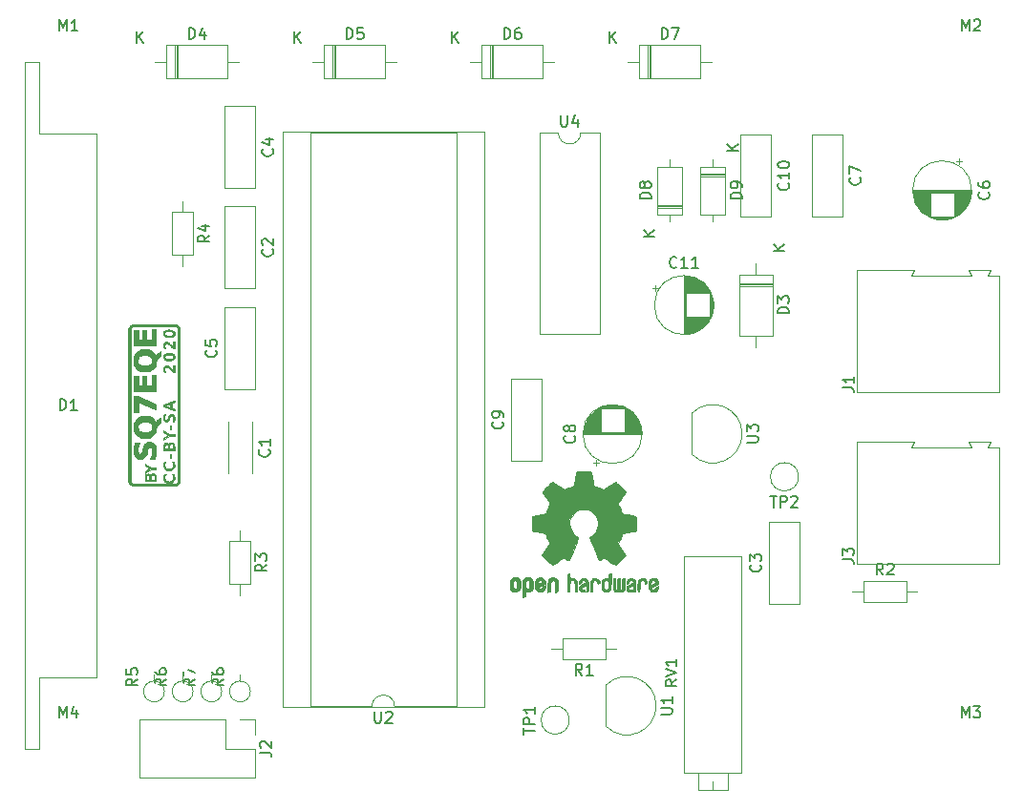
<source format=gbr>
%TF.GenerationSoftware,KiCad,Pcbnew,5.1.6-c6e7f7d~86~ubuntu18.04.1*%
%TF.CreationDate,2020-05-28T04:20:42+02:00*%
%TF.ProjectId,ICL7107,49434c37-3130-4372-9e6b-696361645f70,1.0*%
%TF.SameCoordinates,PX525bfc0PY7a53eb0*%
%TF.FileFunction,Legend,Top*%
%TF.FilePolarity,Positive*%
%FSLAX46Y46*%
G04 Gerber Fmt 4.6, Leading zero omitted, Abs format (unit mm)*
G04 Created by KiCad (PCBNEW 5.1.6-c6e7f7d~86~ubuntu18.04.1) date 2020-05-28 04:20:42*
%MOMM*%
%LPD*%
G01*
G04 APERTURE LIST*
%ADD10C,0.010000*%
%ADD11C,0.120000*%
%ADD12C,0.150000*%
%ADD13C,1.624000*%
%ADD14R,1.624000X1.624000*%
%ADD15O,1.500000X1.500000*%
%ADD16C,1.500000*%
%ADD17C,1.700000*%
%ADD18R,1.700000X1.700000*%
%ADD19O,2.300000X2.300000*%
%ADD20R,2.300000X2.300000*%
%ADD21O,1.700000X1.700000*%
%ADD22R,4.060000X2.080000*%
%ADD23O,4.060000X2.080000*%
%ADD24R,1.800000X1.800000*%
%ADD25O,1.800000X1.800000*%
%ADD26C,4.500000*%
%ADD27C,1.900000*%
%ADD28C,2.100000*%
%ADD29O,1.600000X1.150000*%
%ADD30R,1.600000X1.150000*%
G04 APERTURE END LIST*
D10*
%TO.C,LOGO1*%
G36*
X45971900Y18998097D02*
G01*
X46083450Y18942478D01*
X46181908Y18840069D01*
X46209023Y18802136D01*
X46238562Y18752500D01*
X46257728Y18698588D01*
X46268693Y18626636D01*
X46273629Y18522878D01*
X46274713Y18385899D01*
X46269818Y18198185D01*
X46252804Y18057242D01*
X46220177Y17952092D01*
X46168442Y17871757D01*
X46094104Y17805259D01*
X46088642Y17801322D01*
X46015380Y17761047D01*
X45927160Y17741120D01*
X45814962Y17736207D01*
X45632567Y17736207D01*
X45632491Y17559143D01*
X45630793Y17460530D01*
X45620450Y17402686D01*
X45593422Y17367994D01*
X45541668Y17338836D01*
X45529239Y17332879D01*
X45471077Y17304961D01*
X45426044Y17287328D01*
X45392559Y17285806D01*
X45369038Y17306219D01*
X45353900Y17354393D01*
X45345563Y17436154D01*
X45342444Y17557328D01*
X45342960Y17723740D01*
X45345529Y17941215D01*
X45346332Y18006264D01*
X45349222Y18230498D01*
X45351812Y18377179D01*
X45632414Y18377179D01*
X45633991Y18252674D01*
X45641000Y18171213D01*
X45656858Y18117485D01*
X45684981Y18076177D01*
X45704075Y18056029D01*
X45782135Y17997079D01*
X45851247Y17992280D01*
X45922560Y18040962D01*
X45924368Y18042759D01*
X45953383Y18080382D01*
X45971033Y18131516D01*
X45979936Y18210262D01*
X45982709Y18330724D01*
X45982759Y18357412D01*
X45976058Y18523417D01*
X45954248Y18638495D01*
X45914765Y18708746D01*
X45855044Y18740271D01*
X45820528Y18743448D01*
X45738611Y18728540D01*
X45682421Y18679452D01*
X45648598Y18589638D01*
X45633780Y18452555D01*
X45632414Y18377179D01*
X45351812Y18377179D01*
X45352287Y18404048D01*
X45356247Y18534618D01*
X45361826Y18629913D01*
X45369746Y18697636D01*
X45380731Y18745493D01*
X45395501Y18781187D01*
X45414782Y18812422D01*
X45423049Y18824176D01*
X45532712Y18935203D01*
X45671365Y18998153D01*
X45831754Y19015703D01*
X45971900Y18998097D01*
G37*
X45971900Y18998097D02*
X46083450Y18942478D01*
X46181908Y18840069D01*
X46209023Y18802136D01*
X46238562Y18752500D01*
X46257728Y18698588D01*
X46268693Y18626636D01*
X46273629Y18522878D01*
X46274713Y18385899D01*
X46269818Y18198185D01*
X46252804Y18057242D01*
X46220177Y17952092D01*
X46168442Y17871757D01*
X46094104Y17805259D01*
X46088642Y17801322D01*
X46015380Y17761047D01*
X45927160Y17741120D01*
X45814962Y17736207D01*
X45632567Y17736207D01*
X45632491Y17559143D01*
X45630793Y17460530D01*
X45620450Y17402686D01*
X45593422Y17367994D01*
X45541668Y17338836D01*
X45529239Y17332879D01*
X45471077Y17304961D01*
X45426044Y17287328D01*
X45392559Y17285806D01*
X45369038Y17306219D01*
X45353900Y17354393D01*
X45345563Y17436154D01*
X45342444Y17557328D01*
X45342960Y17723740D01*
X45345529Y17941215D01*
X45346332Y18006264D01*
X45349222Y18230498D01*
X45351812Y18377179D01*
X45632414Y18377179D01*
X45633991Y18252674D01*
X45641000Y18171213D01*
X45656858Y18117485D01*
X45684981Y18076177D01*
X45704075Y18056029D01*
X45782135Y17997079D01*
X45851247Y17992280D01*
X45922560Y18040962D01*
X45924368Y18042759D01*
X45953383Y18080382D01*
X45971033Y18131516D01*
X45979936Y18210262D01*
X45982709Y18330724D01*
X45982759Y18357412D01*
X45976058Y18523417D01*
X45954248Y18638495D01*
X45914765Y18708746D01*
X45855044Y18740271D01*
X45820528Y18743448D01*
X45738611Y18728540D01*
X45682421Y18679452D01*
X45648598Y18589638D01*
X45633780Y18452555D01*
X45632414Y18377179D01*
X45351812Y18377179D01*
X45352287Y18404048D01*
X45356247Y18534618D01*
X45361826Y18629913D01*
X45369746Y18697636D01*
X45380731Y18745493D01*
X45395501Y18781187D01*
X45414782Y18812422D01*
X45423049Y18824176D01*
X45532712Y18935203D01*
X45671365Y18998153D01*
X45831754Y19015703D01*
X45971900Y18998097D01*
G36*
X48217429Y18982281D02*
G01*
X48311123Y18928086D01*
X48376264Y18874293D01*
X48423907Y18817934D01*
X48456728Y18749013D01*
X48477406Y18657532D01*
X48488620Y18533494D01*
X48493049Y18366902D01*
X48493563Y18247149D01*
X48493563Y17806341D01*
X48369483Y17750717D01*
X48245402Y17695093D01*
X48230805Y18177905D01*
X48224773Y18358221D01*
X48218445Y18489099D01*
X48210606Y18579489D01*
X48200037Y18638336D01*
X48185523Y18674587D01*
X48165848Y18697190D01*
X48159535Y18702083D01*
X48063888Y18740294D01*
X47967207Y18725173D01*
X47909655Y18685057D01*
X47886245Y18656630D01*
X47870039Y18619328D01*
X47859741Y18562777D01*
X47854049Y18476606D01*
X47851664Y18350442D01*
X47851264Y18218958D01*
X47851186Y18054001D01*
X47848361Y17937239D01*
X47838907Y17858490D01*
X47818940Y17807569D01*
X47784576Y17774294D01*
X47731932Y17748480D01*
X47661617Y17721656D01*
X47584820Y17692458D01*
X47593962Y18210654D01*
X47597643Y18397461D01*
X47601950Y18535510D01*
X47608123Y18634432D01*
X47617402Y18703855D01*
X47631027Y18753410D01*
X47650239Y18792727D01*
X47673402Y18827416D01*
X47785152Y18938230D01*
X47921513Y19002311D01*
X48069825Y19017661D01*
X48217429Y18982281D01*
G37*
X48217429Y18982281D02*
X48311123Y18928086D01*
X48376264Y18874293D01*
X48423907Y18817934D01*
X48456728Y18749013D01*
X48477406Y18657532D01*
X48488620Y18533494D01*
X48493049Y18366902D01*
X48493563Y18247149D01*
X48493563Y17806341D01*
X48369483Y17750717D01*
X48245402Y17695093D01*
X48230805Y18177905D01*
X48224773Y18358221D01*
X48218445Y18489099D01*
X48210606Y18579489D01*
X48200037Y18638336D01*
X48185523Y18674587D01*
X48165848Y18697190D01*
X48159535Y18702083D01*
X48063888Y18740294D01*
X47967207Y18725173D01*
X47909655Y18685057D01*
X47886245Y18656630D01*
X47870039Y18619328D01*
X47859741Y18562777D01*
X47854049Y18476606D01*
X47851664Y18350442D01*
X47851264Y18218958D01*
X47851186Y18054001D01*
X47848361Y17937239D01*
X47838907Y17858490D01*
X47818940Y17807569D01*
X47784576Y17774294D01*
X47731932Y17748480D01*
X47661617Y17721656D01*
X47584820Y17692458D01*
X47593962Y18210654D01*
X47597643Y18397461D01*
X47601950Y18535510D01*
X47608123Y18634432D01*
X47617402Y18703855D01*
X47631027Y18753410D01*
X47650239Y18792727D01*
X47673402Y18827416D01*
X47785152Y18938230D01*
X47921513Y19002311D01*
X48069825Y19017661D01*
X48217429Y18982281D01*
G36*
X44848221Y18993985D02*
G01*
X44985061Y18922032D01*
X45086051Y18806234D01*
X45121925Y18731787D01*
X45149839Y18620008D01*
X45164129Y18478773D01*
X45165484Y18324629D01*
X45154595Y18174121D01*
X45132153Y18043795D01*
X45098850Y17950197D01*
X45088615Y17934078D01*
X44967382Y17813751D01*
X44823387Y17741683D01*
X44667139Y17720592D01*
X44509148Y17753198D01*
X44465180Y17772747D01*
X44379556Y17832988D01*
X44304408Y17912865D01*
X44297306Y17922996D01*
X44268439Y17971819D01*
X44249357Y18024010D01*
X44238084Y18092715D01*
X44232645Y18191082D01*
X44231062Y18332256D01*
X44231035Y18363908D01*
X44231107Y18373981D01*
X44522989Y18373981D01*
X44524687Y18240744D01*
X44531372Y18152326D01*
X44545425Y18095215D01*
X44569229Y18055898D01*
X44581379Y18042759D01*
X44651236Y17992828D01*
X44719059Y17995105D01*
X44787635Y18038416D01*
X44828535Y18084654D01*
X44852758Y18152143D01*
X44866361Y18258567D01*
X44867294Y18270980D01*
X44869616Y18463853D01*
X44845350Y18607100D01*
X44794824Y18699840D01*
X44718368Y18741193D01*
X44691076Y18743448D01*
X44619411Y18732107D01*
X44570390Y18692816D01*
X44540418Y18617674D01*
X44525899Y18498778D01*
X44522989Y18373981D01*
X44231107Y18373981D01*
X44232122Y18514341D01*
X44236688Y18619451D01*
X44246688Y18692286D01*
X44264079Y18745892D01*
X44290816Y18793319D01*
X44296724Y18802136D01*
X44396032Y18920993D01*
X44504242Y18989992D01*
X44635981Y19017381D01*
X44680717Y19018719D01*
X44848221Y18993985D01*
G37*
X44848221Y18993985D02*
X44985061Y18922032D01*
X45086051Y18806234D01*
X45121925Y18731787D01*
X45149839Y18620008D01*
X45164129Y18478773D01*
X45165484Y18324629D01*
X45154595Y18174121D01*
X45132153Y18043795D01*
X45098850Y17950197D01*
X45088615Y17934078D01*
X44967382Y17813751D01*
X44823387Y17741683D01*
X44667139Y17720592D01*
X44509148Y17753198D01*
X44465180Y17772747D01*
X44379556Y17832988D01*
X44304408Y17912865D01*
X44297306Y17922996D01*
X44268439Y17971819D01*
X44249357Y18024010D01*
X44238084Y18092715D01*
X44232645Y18191082D01*
X44231062Y18332256D01*
X44231035Y18363908D01*
X44231107Y18373981D01*
X44522989Y18373981D01*
X44524687Y18240744D01*
X44531372Y18152326D01*
X44545425Y18095215D01*
X44569229Y18055898D01*
X44581379Y18042759D01*
X44651236Y17992828D01*
X44719059Y17995105D01*
X44787635Y18038416D01*
X44828535Y18084654D01*
X44852758Y18152143D01*
X44866361Y18258567D01*
X44867294Y18270980D01*
X44869616Y18463853D01*
X44845350Y18607100D01*
X44794824Y18699840D01*
X44718368Y18741193D01*
X44691076Y18743448D01*
X44619411Y18732107D01*
X44570390Y18692816D01*
X44540418Y18617674D01*
X44525899Y18498778D01*
X44522989Y18373981D01*
X44231107Y18373981D01*
X44232122Y18514341D01*
X44236688Y18619451D01*
X44246688Y18692286D01*
X44264079Y18745892D01*
X44290816Y18793319D01*
X44296724Y18802136D01*
X44396032Y18920993D01*
X44504242Y18989992D01*
X44635981Y19017381D01*
X44680717Y19018719D01*
X44848221Y18993985D01*
G36*
X47115552Y18975324D02*
G01*
X47230658Y18897889D01*
X47319611Y18786051D01*
X47372749Y18643735D01*
X47383497Y18538985D01*
X47382276Y18495274D01*
X47372056Y18461806D01*
X47343961Y18431821D01*
X47289116Y18398560D01*
X47198645Y18355262D01*
X47063672Y18295167D01*
X47062989Y18294866D01*
X46938751Y18237963D01*
X46836873Y18187435D01*
X46767767Y18148720D01*
X46741846Y18127260D01*
X46741839Y18127087D01*
X46764685Y18080356D01*
X46818109Y18028846D01*
X46879442Y17991739D01*
X46910515Y17984368D01*
X46995289Y18009862D01*
X47068293Y18073709D01*
X47103913Y18143906D01*
X47138180Y18195657D01*
X47205303Y18254591D01*
X47284208Y18305504D01*
X47353821Y18333191D01*
X47368377Y18334713D01*
X47384763Y18309679D01*
X47385750Y18245689D01*
X47373708Y18159407D01*
X47351007Y18067499D01*
X47320014Y17986631D01*
X47318448Y17983491D01*
X47225181Y17853266D01*
X47104304Y17764689D01*
X46967027Y17721214D01*
X46824560Y17726294D01*
X46688112Y17783384D01*
X46682045Y17787398D01*
X46574710Y17884674D01*
X46504132Y18011591D01*
X46465074Y18178474D01*
X46459832Y18225361D01*
X46450548Y18446671D01*
X46461678Y18549876D01*
X46741839Y18549876D01*
X46745479Y18485497D01*
X46765389Y18466709D01*
X46815026Y18480765D01*
X46893267Y18513991D01*
X46980726Y18555641D01*
X46982899Y18556744D01*
X47057030Y18595735D01*
X47086781Y18621756D01*
X47079445Y18649035D01*
X47048553Y18684879D01*
X46969960Y18736749D01*
X46885323Y18740561D01*
X46809403Y18702811D01*
X46756965Y18629999D01*
X46741839Y18549876D01*
X46461678Y18549876D01*
X46469644Y18623739D01*
X46518634Y18764171D01*
X46586836Y18862553D01*
X46709935Y18961970D01*
X46845528Y19011289D01*
X46983955Y19014432D01*
X47115552Y18975324D01*
G37*
X47115552Y18975324D02*
X47230658Y18897889D01*
X47319611Y18786051D01*
X47372749Y18643735D01*
X47383497Y18538985D01*
X47382276Y18495274D01*
X47372056Y18461806D01*
X47343961Y18431821D01*
X47289116Y18398560D01*
X47198645Y18355262D01*
X47063672Y18295167D01*
X47062989Y18294866D01*
X46938751Y18237963D01*
X46836873Y18187435D01*
X46767767Y18148720D01*
X46741846Y18127260D01*
X46741839Y18127087D01*
X46764685Y18080356D01*
X46818109Y18028846D01*
X46879442Y17991739D01*
X46910515Y17984368D01*
X46995289Y18009862D01*
X47068293Y18073709D01*
X47103913Y18143906D01*
X47138180Y18195657D01*
X47205303Y18254591D01*
X47284208Y18305504D01*
X47353821Y18333191D01*
X47368377Y18334713D01*
X47384763Y18309679D01*
X47385750Y18245689D01*
X47373708Y18159407D01*
X47351007Y18067499D01*
X47320014Y17986631D01*
X47318448Y17983491D01*
X47225181Y17853266D01*
X47104304Y17764689D01*
X46967027Y17721214D01*
X46824560Y17726294D01*
X46688112Y17783384D01*
X46682045Y17787398D01*
X46574710Y17884674D01*
X46504132Y18011591D01*
X46465074Y18178474D01*
X46459832Y18225361D01*
X46450548Y18446671D01*
X46461678Y18549876D01*
X46741839Y18549876D01*
X46745479Y18485497D01*
X46765389Y18466709D01*
X46815026Y18480765D01*
X46893267Y18513991D01*
X46980726Y18555641D01*
X46982899Y18556744D01*
X47057030Y18595735D01*
X47086781Y18621756D01*
X47079445Y18649035D01*
X47048553Y18684879D01*
X46969960Y18736749D01*
X46885323Y18740561D01*
X46809403Y18702811D01*
X46756965Y18629999D01*
X46741839Y18549876D01*
X46461678Y18549876D01*
X46469644Y18623739D01*
X46518634Y18764171D01*
X46586836Y18862553D01*
X46709935Y18961970D01*
X46845528Y19011289D01*
X46983955Y19014432D01*
X47115552Y18975324D01*
G36*
X49544598Y19136143D02*
G01*
X49553154Y19016812D01*
X49562981Y18946494D01*
X49576599Y18915821D01*
X49596527Y18915429D01*
X49602989Y18919090D01*
X49688940Y18945602D01*
X49800745Y18944054D01*
X49914414Y18916801D01*
X49985510Y18881545D01*
X50058405Y18825222D01*
X50111693Y18761481D01*
X50148275Y18680490D01*
X50171050Y18572414D01*
X50182919Y18427420D01*
X50186782Y18235674D01*
X50186851Y18198891D01*
X50186897Y17785712D01*
X50094954Y17753661D01*
X50029652Y17731856D01*
X49993824Y17721703D01*
X49992770Y17721609D01*
X49989242Y17749140D01*
X49986239Y17825077D01*
X49983990Y17939435D01*
X49982724Y18082231D01*
X49982529Y18169049D01*
X49982123Y18340227D01*
X49980032Y18462912D01*
X49974947Y18547000D01*
X49965560Y18602386D01*
X49950561Y18638968D01*
X49928642Y18666641D01*
X49914957Y18679968D01*
X49820949Y18733672D01*
X49718364Y18737693D01*
X49625290Y18692275D01*
X49608078Y18675877D01*
X49582832Y18645043D01*
X49565320Y18608469D01*
X49554142Y18555585D01*
X49547896Y18475823D01*
X49545182Y18358615D01*
X49544598Y18197009D01*
X49544598Y17785712D01*
X49452655Y17753661D01*
X49387353Y17731856D01*
X49351525Y17721703D01*
X49350471Y17721609D01*
X49347775Y17749552D01*
X49345345Y17828370D01*
X49343278Y17950547D01*
X49341671Y18108568D01*
X49340623Y18294917D01*
X49340231Y18502080D01*
X49340230Y18511294D01*
X49340230Y19300980D01*
X49435115Y19341003D01*
X49530000Y19381027D01*
X49544598Y19136143D01*
G37*
X49544598Y19136143D02*
X49553154Y19016812D01*
X49562981Y18946494D01*
X49576599Y18915821D01*
X49596527Y18915429D01*
X49602989Y18919090D01*
X49688940Y18945602D01*
X49800745Y18944054D01*
X49914414Y18916801D01*
X49985510Y18881545D01*
X50058405Y18825222D01*
X50111693Y18761481D01*
X50148275Y18680490D01*
X50171050Y18572414D01*
X50182919Y18427420D01*
X50186782Y18235674D01*
X50186851Y18198891D01*
X50186897Y17785712D01*
X50094954Y17753661D01*
X50029652Y17731856D01*
X49993824Y17721703D01*
X49992770Y17721609D01*
X49989242Y17749140D01*
X49986239Y17825077D01*
X49983990Y17939435D01*
X49982724Y18082231D01*
X49982529Y18169049D01*
X49982123Y18340227D01*
X49980032Y18462912D01*
X49974947Y18547000D01*
X49965560Y18602386D01*
X49950561Y18638968D01*
X49928642Y18666641D01*
X49914957Y18679968D01*
X49820949Y18733672D01*
X49718364Y18737693D01*
X49625290Y18692275D01*
X49608078Y18675877D01*
X49582832Y18645043D01*
X49565320Y18608469D01*
X49554142Y18555585D01*
X49547896Y18475823D01*
X49545182Y18358615D01*
X49544598Y18197009D01*
X49544598Y17785712D01*
X49452655Y17753661D01*
X49387353Y17731856D01*
X49351525Y17721703D01*
X49350471Y17721609D01*
X49347775Y17749552D01*
X49345345Y17828370D01*
X49343278Y17950547D01*
X49341671Y18108568D01*
X49340623Y18294917D01*
X49340231Y18502080D01*
X49340230Y18511294D01*
X49340230Y19300980D01*
X49435115Y19341003D01*
X49530000Y19381027D01*
X49544598Y19136143D01*
G36*
X50879944Y18935640D02*
G01*
X50994343Y18893158D01*
X50995652Y18892342D01*
X51066403Y18840270D01*
X51118636Y18779416D01*
X51155371Y18700113D01*
X51179634Y18592691D01*
X51194445Y18447483D01*
X51202829Y18254821D01*
X51203564Y18227372D01*
X51214120Y17813479D01*
X51125291Y17767544D01*
X51061018Y17736502D01*
X51022210Y17721794D01*
X51020415Y17721609D01*
X51013700Y17748750D01*
X51008365Y17821959D01*
X51005083Y17928919D01*
X51004368Y18015531D01*
X51004351Y18155838D01*
X50997937Y18243949D01*
X50975580Y18285975D01*
X50927732Y18288025D01*
X50844849Y18256210D01*
X50719713Y18197728D01*
X50627697Y18149155D01*
X50580371Y18107014D01*
X50566458Y18061084D01*
X50566437Y18058811D01*
X50589395Y17979689D01*
X50657370Y17936945D01*
X50761398Y17930754D01*
X50836330Y17931828D01*
X50875839Y17910247D01*
X50900478Y17858409D01*
X50914659Y17792368D01*
X50894223Y17754896D01*
X50886528Y17749533D01*
X50814083Y17727994D01*
X50712633Y17724945D01*
X50608157Y17739222D01*
X50534125Y17765312D01*
X50431772Y17852215D01*
X50373591Y17973184D01*
X50362069Y18067692D01*
X50370862Y18152938D01*
X50402680Y18222524D01*
X50465684Y18284328D01*
X50568031Y18346228D01*
X50717882Y18416103D01*
X50727012Y18420052D01*
X50861997Y18482412D01*
X50945294Y18533554D01*
X50980997Y18579512D01*
X50973203Y18626317D01*
X50926007Y18680002D01*
X50911894Y18692356D01*
X50817359Y18740259D01*
X50719406Y18738242D01*
X50634097Y18691276D01*
X50577496Y18604331D01*
X50572237Y18587266D01*
X50521023Y18504496D01*
X50456037Y18464628D01*
X50362069Y18425118D01*
X50362069Y18527342D01*
X50390653Y18675928D01*
X50475495Y18812216D01*
X50519645Y18857809D01*
X50620005Y18916326D01*
X50747635Y18942816D01*
X50879944Y18935640D01*
G37*
X50879944Y18935640D02*
X50994343Y18893158D01*
X50995652Y18892342D01*
X51066403Y18840270D01*
X51118636Y18779416D01*
X51155371Y18700113D01*
X51179634Y18592691D01*
X51194445Y18447483D01*
X51202829Y18254821D01*
X51203564Y18227372D01*
X51214120Y17813479D01*
X51125291Y17767544D01*
X51061018Y17736502D01*
X51022210Y17721794D01*
X51020415Y17721609D01*
X51013700Y17748750D01*
X51008365Y17821959D01*
X51005083Y17928919D01*
X51004368Y18015531D01*
X51004351Y18155838D01*
X50997937Y18243949D01*
X50975580Y18285975D01*
X50927732Y18288025D01*
X50844849Y18256210D01*
X50719713Y18197728D01*
X50627697Y18149155D01*
X50580371Y18107014D01*
X50566458Y18061084D01*
X50566437Y18058811D01*
X50589395Y17979689D01*
X50657370Y17936945D01*
X50761398Y17930754D01*
X50836330Y17931828D01*
X50875839Y17910247D01*
X50900478Y17858409D01*
X50914659Y17792368D01*
X50894223Y17754896D01*
X50886528Y17749533D01*
X50814083Y17727994D01*
X50712633Y17724945D01*
X50608157Y17739222D01*
X50534125Y17765312D01*
X50431772Y17852215D01*
X50373591Y17973184D01*
X50362069Y18067692D01*
X50370862Y18152938D01*
X50402680Y18222524D01*
X50465684Y18284328D01*
X50568031Y18346228D01*
X50717882Y18416103D01*
X50727012Y18420052D01*
X50861997Y18482412D01*
X50945294Y18533554D01*
X50980997Y18579512D01*
X50973203Y18626317D01*
X50926007Y18680002D01*
X50911894Y18692356D01*
X50817359Y18740259D01*
X50719406Y18738242D01*
X50634097Y18691276D01*
X50577496Y18604331D01*
X50572237Y18587266D01*
X50521023Y18504496D01*
X50456037Y18464628D01*
X50362069Y18425118D01*
X50362069Y18527342D01*
X50390653Y18675928D01*
X50475495Y18812216D01*
X50519645Y18857809D01*
X50620005Y18916326D01*
X50747635Y18942816D01*
X50879944Y18935640D01*
G36*
X51865943Y18938080D02*
G01*
X51998565Y18889141D01*
X52106010Y18802581D01*
X52148032Y18741648D01*
X52193843Y18629839D01*
X52192891Y18548994D01*
X52144808Y18494622D01*
X52127017Y18485376D01*
X52050204Y18456550D01*
X52010976Y18463935D01*
X51997689Y18512342D01*
X51997012Y18539080D01*
X51972686Y18637452D01*
X51909281Y18706266D01*
X51821154Y18739502D01*
X51722663Y18731139D01*
X51642602Y18687704D01*
X51615561Y18662928D01*
X51596394Y18632871D01*
X51583446Y18587435D01*
X51575064Y18516524D01*
X51569593Y18410040D01*
X51565378Y18257888D01*
X51564287Y18209713D01*
X51560307Y18044905D01*
X51555781Y17928912D01*
X51548995Y17852167D01*
X51538231Y17805107D01*
X51521773Y17778165D01*
X51497906Y17761777D01*
X51482626Y17754537D01*
X51417733Y17729780D01*
X51379534Y17721609D01*
X51366912Y17748897D01*
X51359208Y17831397D01*
X51356380Y17970059D01*
X51358386Y18165838D01*
X51359011Y18196035D01*
X51363421Y18374651D01*
X51368635Y18505077D01*
X51376055Y18597508D01*
X51387082Y18662142D01*
X51403117Y18709175D01*
X51425561Y18748804D01*
X51437302Y18765785D01*
X51504619Y18840920D01*
X51579910Y18899362D01*
X51589128Y18904464D01*
X51724133Y18944740D01*
X51865943Y18938080D01*
G37*
X51865943Y18938080D02*
X51998565Y18889141D01*
X52106010Y18802581D01*
X52148032Y18741648D01*
X52193843Y18629839D01*
X52192891Y18548994D01*
X52144808Y18494622D01*
X52127017Y18485376D01*
X52050204Y18456550D01*
X52010976Y18463935D01*
X51997689Y18512342D01*
X51997012Y18539080D01*
X51972686Y18637452D01*
X51909281Y18706266D01*
X51821154Y18739502D01*
X51722663Y18731139D01*
X51642602Y18687704D01*
X51615561Y18662928D01*
X51596394Y18632871D01*
X51583446Y18587435D01*
X51575064Y18516524D01*
X51569593Y18410040D01*
X51565378Y18257888D01*
X51564287Y18209713D01*
X51560307Y18044905D01*
X51555781Y17928912D01*
X51548995Y17852167D01*
X51538231Y17805107D01*
X51521773Y17778165D01*
X51497906Y17761777D01*
X51482626Y17754537D01*
X51417733Y17729780D01*
X51379534Y17721609D01*
X51366912Y17748897D01*
X51359208Y17831397D01*
X51356380Y17970059D01*
X51358386Y18165838D01*
X51359011Y18196035D01*
X51363421Y18374651D01*
X51368635Y18505077D01*
X51376055Y18597508D01*
X51387082Y18662142D01*
X51403117Y18709175D01*
X51425561Y18748804D01*
X51437302Y18765785D01*
X51504619Y18840920D01*
X51579910Y18899362D01*
X51589128Y18904464D01*
X51724133Y18944740D01*
X51865943Y18938080D01*
G36*
X53193914Y18705545D02*
G01*
X53193543Y18487339D01*
X53192108Y18319481D01*
X53189002Y18193930D01*
X53183622Y18102645D01*
X53175362Y18037585D01*
X53163616Y17990709D01*
X53147781Y17953976D01*
X53135790Y17933009D01*
X53036490Y17819306D01*
X52910588Y17748035D01*
X52771291Y17722462D01*
X52631805Y17745850D01*
X52548743Y17787881D01*
X52461545Y17860589D01*
X52402117Y17949388D01*
X52366261Y18065680D01*
X52349781Y18220865D01*
X52347447Y18334713D01*
X52347761Y18342894D01*
X52551724Y18342894D01*
X52552970Y18212343D01*
X52558678Y18125920D01*
X52571804Y18069382D01*
X52595306Y18028486D01*
X52623386Y17997638D01*
X52717688Y17938095D01*
X52818940Y17933008D01*
X52914636Y17982721D01*
X52922084Y17989457D01*
X52953874Y18024498D01*
X52973808Y18066189D01*
X52984600Y18128238D01*
X52988965Y18224356D01*
X52989655Y18330621D01*
X52988159Y18464120D01*
X52981964Y18553178D01*
X52968514Y18611707D01*
X52945251Y18653618D01*
X52926175Y18675877D01*
X52837563Y18732015D01*
X52735508Y18738765D01*
X52638095Y18695886D01*
X52619296Y18679968D01*
X52587293Y18644618D01*
X52567318Y18602498D01*
X52556593Y18539749D01*
X52552339Y18442513D01*
X52551724Y18342894D01*
X52347761Y18342894D01*
X52354504Y18518053D01*
X52378472Y18655805D01*
X52423548Y18759368D01*
X52493928Y18840144D01*
X52548743Y18881545D01*
X52648376Y18926272D01*
X52763855Y18947033D01*
X52871199Y18941475D01*
X52931264Y18919057D01*
X52954835Y18912677D01*
X52970477Y18936465D01*
X52981395Y19000212D01*
X52989655Y19097313D01*
X52998699Y19205459D01*
X53011261Y19270525D01*
X53034119Y19307732D01*
X53074051Y19332301D01*
X53099138Y19343181D01*
X53194023Y19382928D01*
X53193914Y18705545D01*
G37*
X53193914Y18705545D02*
X53193543Y18487339D01*
X53192108Y18319481D01*
X53189002Y18193930D01*
X53183622Y18102645D01*
X53175362Y18037585D01*
X53163616Y17990709D01*
X53147781Y17953976D01*
X53135790Y17933009D01*
X53036490Y17819306D01*
X52910588Y17748035D01*
X52771291Y17722462D01*
X52631805Y17745850D01*
X52548743Y17787881D01*
X52461545Y17860589D01*
X52402117Y17949388D01*
X52366261Y18065680D01*
X52349781Y18220865D01*
X52347447Y18334713D01*
X52347761Y18342894D01*
X52551724Y18342894D01*
X52552970Y18212343D01*
X52558678Y18125920D01*
X52571804Y18069382D01*
X52595306Y18028486D01*
X52623386Y17997638D01*
X52717688Y17938095D01*
X52818940Y17933008D01*
X52914636Y17982721D01*
X52922084Y17989457D01*
X52953874Y18024498D01*
X52973808Y18066189D01*
X52984600Y18128238D01*
X52988965Y18224356D01*
X52989655Y18330621D01*
X52988159Y18464120D01*
X52981964Y18553178D01*
X52968514Y18611707D01*
X52945251Y18653618D01*
X52926175Y18675877D01*
X52837563Y18732015D01*
X52735508Y18738765D01*
X52638095Y18695886D01*
X52619296Y18679968D01*
X52587293Y18644618D01*
X52567318Y18602498D01*
X52556593Y18539749D01*
X52552339Y18442513D01*
X52551724Y18342894D01*
X52347761Y18342894D01*
X52354504Y18518053D01*
X52378472Y18655805D01*
X52423548Y18759368D01*
X52493928Y18840144D01*
X52548743Y18881545D01*
X52648376Y18926272D01*
X52763855Y18947033D01*
X52871199Y18941475D01*
X52931264Y18919057D01*
X52954835Y18912677D01*
X52970477Y18936465D01*
X52981395Y19000212D01*
X52989655Y19097313D01*
X52998699Y19205459D01*
X53011261Y19270525D01*
X53034119Y19307732D01*
X53074051Y19332301D01*
X53099138Y19343181D01*
X53194023Y19382928D01*
X53193914Y18705545D01*
G36*
X54380124Y18920160D02*
G01*
X54384579Y18843347D01*
X54388071Y18726609D01*
X54390315Y18579179D01*
X54391035Y18424545D01*
X54391035Y17901273D01*
X54298645Y17808883D01*
X54234978Y17751953D01*
X54179089Y17728893D01*
X54102702Y17730353D01*
X54072380Y17734066D01*
X53977610Y17744874D01*
X53899222Y17751067D01*
X53880115Y17751639D01*
X53815699Y17747898D01*
X53723571Y17738506D01*
X53687850Y17734066D01*
X53600114Y17727199D01*
X53541153Y17742115D01*
X53482690Y17788165D01*
X53461585Y17808883D01*
X53369195Y17901273D01*
X53369195Y18880053D01*
X53443558Y18913934D01*
X53507590Y18939030D01*
X53545052Y18947816D01*
X53554657Y18920050D01*
X53563635Y18842470D01*
X53571386Y18723652D01*
X53577314Y18572172D01*
X53580173Y18444195D01*
X53588161Y17940575D01*
X53657848Y17930722D01*
X53721229Y17937611D01*
X53752286Y17959917D01*
X53760967Y18001621D01*
X53768378Y18090456D01*
X53773931Y18215166D01*
X53777036Y18364493D01*
X53777484Y18441339D01*
X53777931Y18883713D01*
X53869874Y18915765D01*
X53934949Y18937557D01*
X53970347Y18947719D01*
X53971368Y18947816D01*
X53974920Y18920191D01*
X53978823Y18843589D01*
X53982751Y18727421D01*
X53986376Y18581096D01*
X53988908Y18444195D01*
X53996897Y17940575D01*
X54172069Y17940575D01*
X54180107Y18400035D01*
X54188146Y18859495D01*
X54273543Y18903656D01*
X54336593Y18933981D01*
X54373910Y18947742D01*
X54374987Y18947816D01*
X54380124Y18920160D01*
G37*
X54380124Y18920160D02*
X54384579Y18843347D01*
X54388071Y18726609D01*
X54390315Y18579179D01*
X54391035Y18424545D01*
X54391035Y17901273D01*
X54298645Y17808883D01*
X54234978Y17751953D01*
X54179089Y17728893D01*
X54102702Y17730353D01*
X54072380Y17734066D01*
X53977610Y17744874D01*
X53899222Y17751067D01*
X53880115Y17751639D01*
X53815699Y17747898D01*
X53723571Y17738506D01*
X53687850Y17734066D01*
X53600114Y17727199D01*
X53541153Y17742115D01*
X53482690Y17788165D01*
X53461585Y17808883D01*
X53369195Y17901273D01*
X53369195Y18880053D01*
X53443558Y18913934D01*
X53507590Y18939030D01*
X53545052Y18947816D01*
X53554657Y18920050D01*
X53563635Y18842470D01*
X53571386Y18723652D01*
X53577314Y18572172D01*
X53580173Y18444195D01*
X53588161Y17940575D01*
X53657848Y17930722D01*
X53721229Y17937611D01*
X53752286Y17959917D01*
X53760967Y18001621D01*
X53768378Y18090456D01*
X53773931Y18215166D01*
X53777036Y18364493D01*
X53777484Y18441339D01*
X53777931Y18883713D01*
X53869874Y18915765D01*
X53934949Y18937557D01*
X53970347Y18947719D01*
X53971368Y18947816D01*
X53974920Y18920191D01*
X53978823Y18843589D01*
X53982751Y18727421D01*
X53986376Y18581096D01*
X53988908Y18444195D01*
X53996897Y17940575D01*
X54172069Y17940575D01*
X54180107Y18400035D01*
X54188146Y18859495D01*
X54273543Y18903656D01*
X54336593Y18933981D01*
X54373910Y18947742D01*
X54374987Y18947816D01*
X54380124Y18920160D01*
G36*
X55114406Y18924844D02*
G01*
X55198469Y18886607D01*
X55264450Y18840274D01*
X55312794Y18788468D01*
X55346172Y18721637D01*
X55367253Y18630231D01*
X55378707Y18504699D01*
X55383203Y18335492D01*
X55383678Y18224067D01*
X55383678Y17789373D01*
X55309316Y17755491D01*
X55250746Y17730728D01*
X55221730Y17721609D01*
X55216179Y17748743D01*
X55211775Y17821906D01*
X55209078Y17928737D01*
X55208506Y18013563D01*
X55206046Y18136113D01*
X55199412Y18233332D01*
X55189726Y18292866D01*
X55182032Y18305517D01*
X55130311Y18292598D01*
X55049117Y18259461D01*
X54955102Y18214539D01*
X54864917Y18166265D01*
X54795215Y18123072D01*
X54762648Y18093392D01*
X54762519Y18093071D01*
X54765320Y18038143D01*
X54790439Y17985708D01*
X54834541Y17943119D01*
X54898909Y17928874D01*
X54953921Y17930534D01*
X55031835Y17931755D01*
X55072732Y17913502D01*
X55097295Y17865274D01*
X55100392Y17856180D01*
X55111040Y17787402D01*
X55082565Y17745640D01*
X55008344Y17725737D01*
X54928168Y17722056D01*
X54783890Y17749342D01*
X54709203Y17788310D01*
X54616963Y17879852D01*
X54568043Y17992218D01*
X54563654Y18110949D01*
X54605001Y18221589D01*
X54667197Y18290920D01*
X54729294Y18329735D01*
X54826895Y18378875D01*
X54940632Y18428708D01*
X54959590Y18436323D01*
X55084521Y18491455D01*
X55156539Y18540046D01*
X55179700Y18588353D01*
X55158064Y18642630D01*
X55120920Y18685057D01*
X55033127Y18737298D01*
X54936530Y18741216D01*
X54847944Y18700959D01*
X54784186Y18620674D01*
X54775817Y18599960D01*
X54727096Y18523775D01*
X54655965Y18467215D01*
X54566207Y18420799D01*
X54566207Y18552416D01*
X54571490Y18632832D01*
X54594142Y18696214D01*
X54644367Y18763837D01*
X54692582Y18815924D01*
X54767554Y18889678D01*
X54825806Y18929298D01*
X54888372Y18945190D01*
X54959193Y18947816D01*
X55114406Y18924844D01*
G37*
X55114406Y18924844D02*
X55198469Y18886607D01*
X55264450Y18840274D01*
X55312794Y18788468D01*
X55346172Y18721637D01*
X55367253Y18630231D01*
X55378707Y18504699D01*
X55383203Y18335492D01*
X55383678Y18224067D01*
X55383678Y17789373D01*
X55309316Y17755491D01*
X55250746Y17730728D01*
X55221730Y17721609D01*
X55216179Y17748743D01*
X55211775Y17821906D01*
X55209078Y17928737D01*
X55208506Y18013563D01*
X55206046Y18136113D01*
X55199412Y18233332D01*
X55189726Y18292866D01*
X55182032Y18305517D01*
X55130311Y18292598D01*
X55049117Y18259461D01*
X54955102Y18214539D01*
X54864917Y18166265D01*
X54795215Y18123072D01*
X54762648Y18093392D01*
X54762519Y18093071D01*
X54765320Y18038143D01*
X54790439Y17985708D01*
X54834541Y17943119D01*
X54898909Y17928874D01*
X54953921Y17930534D01*
X55031835Y17931755D01*
X55072732Y17913502D01*
X55097295Y17865274D01*
X55100392Y17856180D01*
X55111040Y17787402D01*
X55082565Y17745640D01*
X55008344Y17725737D01*
X54928168Y17722056D01*
X54783890Y17749342D01*
X54709203Y17788310D01*
X54616963Y17879852D01*
X54568043Y17992218D01*
X54563654Y18110949D01*
X54605001Y18221589D01*
X54667197Y18290920D01*
X54729294Y18329735D01*
X54826895Y18378875D01*
X54940632Y18428708D01*
X54959590Y18436323D01*
X55084521Y18491455D01*
X55156539Y18540046D01*
X55179700Y18588353D01*
X55158064Y18642630D01*
X55120920Y18685057D01*
X55033127Y18737298D01*
X54936530Y18741216D01*
X54847944Y18700959D01*
X54784186Y18620674D01*
X54775817Y18599960D01*
X54727096Y18523775D01*
X54655965Y18467215D01*
X54566207Y18420799D01*
X54566207Y18552416D01*
X54571490Y18632832D01*
X54594142Y18696214D01*
X54644367Y18763837D01*
X54692582Y18815924D01*
X54767554Y18889678D01*
X54825806Y18929298D01*
X54888372Y18945190D01*
X54959193Y18947816D01*
X55114406Y18924844D01*
G36*
X56135690Y18919982D02*
G01*
X56170585Y18904731D01*
X56253877Y18838765D01*
X56325103Y18743382D01*
X56369153Y18641594D01*
X56376322Y18591413D01*
X56352285Y18521353D01*
X56299561Y18484283D01*
X56243031Y18461836D01*
X56217146Y18457700D01*
X56204542Y18487717D01*
X56179654Y18553039D01*
X56168735Y18582555D01*
X56107508Y18684652D01*
X56018861Y18735577D01*
X55905193Y18734011D01*
X55896774Y18732006D01*
X55836088Y18703233D01*
X55791474Y18647141D01*
X55761002Y18556837D01*
X55742744Y18425429D01*
X55734771Y18246026D01*
X55734023Y18150567D01*
X55733652Y18000087D01*
X55731223Y17897505D01*
X55724760Y17832328D01*
X55712288Y17794062D01*
X55691833Y17772215D01*
X55661419Y17756293D01*
X55659661Y17755491D01*
X55601091Y17730728D01*
X55572075Y17721609D01*
X55567616Y17749178D01*
X55563799Y17825380D01*
X55560899Y17940459D01*
X55559191Y18084659D01*
X55558851Y18190186D01*
X55560588Y18394387D01*
X55567382Y18549303D01*
X55581607Y18663976D01*
X55605638Y18747449D01*
X55641848Y18808764D01*
X55692612Y18856966D01*
X55742739Y18890607D01*
X55863275Y18935381D01*
X56003557Y18945479D01*
X56135690Y18919982D01*
G37*
X56135690Y18919982D02*
X56170585Y18904731D01*
X56253877Y18838765D01*
X56325103Y18743382D01*
X56369153Y18641594D01*
X56376322Y18591413D01*
X56352285Y18521353D01*
X56299561Y18484283D01*
X56243031Y18461836D01*
X56217146Y18457700D01*
X56204542Y18487717D01*
X56179654Y18553039D01*
X56168735Y18582555D01*
X56107508Y18684652D01*
X56018861Y18735577D01*
X55905193Y18734011D01*
X55896774Y18732006D01*
X55836088Y18703233D01*
X55791474Y18647141D01*
X55761002Y18556837D01*
X55742744Y18425429D01*
X55734771Y18246026D01*
X55734023Y18150567D01*
X55733652Y18000087D01*
X55731223Y17897505D01*
X55724760Y17832328D01*
X55712288Y17794062D01*
X55691833Y17772215D01*
X55661419Y17756293D01*
X55659661Y17755491D01*
X55601091Y17730728D01*
X55572075Y17721609D01*
X55567616Y17749178D01*
X55563799Y17825380D01*
X55560899Y17940459D01*
X55559191Y18084659D01*
X55558851Y18190186D01*
X55560588Y18394387D01*
X55567382Y18549303D01*
X55581607Y18663976D01*
X55605638Y18747449D01*
X55641848Y18808764D01*
X55692612Y18856966D01*
X55742739Y18890607D01*
X55863275Y18935381D01*
X56003557Y18945479D01*
X56135690Y18919982D01*
G36*
X57143439Y18903460D02*
G01*
X57258950Y18827966D01*
X57314664Y18760383D01*
X57358804Y18637745D01*
X57362309Y18540702D01*
X57354368Y18410944D01*
X57055115Y18279961D01*
X56909611Y18213042D01*
X56814537Y18159210D01*
X56765101Y18112584D01*
X56756511Y18067280D01*
X56783972Y18017418D01*
X56814253Y17984368D01*
X56902363Y17931367D01*
X56998196Y17927653D01*
X57086212Y17968959D01*
X57150869Y18051017D01*
X57162433Y18079992D01*
X57217825Y18170491D01*
X57281553Y18209060D01*
X57368966Y18242054D01*
X57368966Y18116966D01*
X57361238Y18031844D01*
X57330966Y17960062D01*
X57267518Y17877644D01*
X57258088Y17866934D01*
X57187513Y17793609D01*
X57126847Y17754258D01*
X57050950Y17736155D01*
X56988030Y17730226D01*
X56875487Y17728749D01*
X56795370Y17747465D01*
X56745390Y17775253D01*
X56666838Y17836359D01*
X56612463Y17902446D01*
X56578052Y17985559D01*
X56559388Y18097746D01*
X56552256Y18251054D01*
X56551687Y18328864D01*
X56553622Y18422147D01*
X56729899Y18422147D01*
X56731944Y18372104D01*
X56737039Y18363908D01*
X56770666Y18375042D01*
X56843030Y18404507D01*
X56939747Y18446399D01*
X56959973Y18455403D01*
X57082203Y18517558D01*
X57149547Y18572185D01*
X57164348Y18623351D01*
X57128947Y18675124D01*
X57099711Y18698000D01*
X56994216Y18743750D01*
X56895476Y18736192D01*
X56812812Y18680349D01*
X56755548Y18581247D01*
X56737188Y18502586D01*
X56729899Y18422147D01*
X56553622Y18422147D01*
X56555459Y18510649D01*
X56569359Y18645147D01*
X56596894Y18743084D01*
X56641572Y18815189D01*
X56706901Y18872187D01*
X56735383Y18890607D01*
X56864763Y18938578D01*
X57006412Y18941597D01*
X57143439Y18903460D01*
G37*
X57143439Y18903460D02*
X57258950Y18827966D01*
X57314664Y18760383D01*
X57358804Y18637745D01*
X57362309Y18540702D01*
X57354368Y18410944D01*
X57055115Y18279961D01*
X56909611Y18213042D01*
X56814537Y18159210D01*
X56765101Y18112584D01*
X56756511Y18067280D01*
X56783972Y18017418D01*
X56814253Y17984368D01*
X56902363Y17931367D01*
X56998196Y17927653D01*
X57086212Y17968959D01*
X57150869Y18051017D01*
X57162433Y18079992D01*
X57217825Y18170491D01*
X57281553Y18209060D01*
X57368966Y18242054D01*
X57368966Y18116966D01*
X57361238Y18031844D01*
X57330966Y17960062D01*
X57267518Y17877644D01*
X57258088Y17866934D01*
X57187513Y17793609D01*
X57126847Y17754258D01*
X57050950Y17736155D01*
X56988030Y17730226D01*
X56875487Y17728749D01*
X56795370Y17747465D01*
X56745390Y17775253D01*
X56666838Y17836359D01*
X56612463Y17902446D01*
X56578052Y17985559D01*
X56559388Y18097746D01*
X56552256Y18251054D01*
X56551687Y18328864D01*
X56553622Y18422147D01*
X56729899Y18422147D01*
X56731944Y18372104D01*
X56737039Y18363908D01*
X56770666Y18375042D01*
X56843030Y18404507D01*
X56939747Y18446399D01*
X56959973Y18455403D01*
X57082203Y18517558D01*
X57149547Y18572185D01*
X57164348Y18623351D01*
X57128947Y18675124D01*
X57099711Y18698000D01*
X56994216Y18743750D01*
X56895476Y18736192D01*
X56812812Y18680349D01*
X56755548Y18581247D01*
X56737188Y18502586D01*
X56729899Y18422147D01*
X56553622Y18422147D01*
X56555459Y18510649D01*
X56569359Y18645147D01*
X56596894Y18743084D01*
X56641572Y18815189D01*
X56706901Y18872187D01*
X56735383Y18890607D01*
X56864763Y18938578D01*
X57006412Y18941597D01*
X57143439Y18903460D01*
G36*
X51009014Y28407002D02*
G01*
X51167006Y28406137D01*
X51281347Y28403795D01*
X51359407Y28399238D01*
X51408554Y28391730D01*
X51436159Y28380534D01*
X51449592Y28364912D01*
X51456221Y28344127D01*
X51456865Y28341437D01*
X51466935Y28292887D01*
X51485575Y28197095D01*
X51510845Y28064257D01*
X51540807Y27904569D01*
X51573522Y27728226D01*
X51574664Y27722033D01*
X51607433Y27549218D01*
X51638093Y27396531D01*
X51664664Y27273129D01*
X51685167Y27188169D01*
X51697626Y27150810D01*
X51698220Y27150148D01*
X51734919Y27131905D01*
X51810586Y27101503D01*
X51908878Y27065507D01*
X51909425Y27065315D01*
X52033233Y27018778D01*
X52179196Y26959496D01*
X52316781Y26899891D01*
X52323293Y26896944D01*
X52547390Y26795235D01*
X53043619Y27134103D01*
X53195846Y27237408D01*
X53333741Y27329763D01*
X53449315Y27405916D01*
X53534579Y27460615D01*
X53581544Y27488607D01*
X53586004Y27490683D01*
X53620134Y27481440D01*
X53683881Y27436844D01*
X53779731Y27354791D01*
X53910169Y27233179D01*
X54043328Y27103795D01*
X54171694Y26976298D01*
X54286581Y26859954D01*
X54381073Y26761948D01*
X54448253Y26689464D01*
X54481206Y26649687D01*
X54482432Y26647639D01*
X54486074Y26620344D01*
X54472350Y26575766D01*
X54437869Y26507888D01*
X54379239Y26410689D01*
X54293070Y26278149D01*
X54178200Y26107524D01*
X54076254Y25957345D01*
X53985123Y25822650D01*
X53910073Y25711260D01*
X53856369Y25630995D01*
X53829280Y25589675D01*
X53827574Y25586870D01*
X53830882Y25547279D01*
X53855953Y25470331D01*
X53897798Y25370568D01*
X53912712Y25338709D01*
X53977786Y25196774D01*
X54047212Y25035727D01*
X54103609Y24896379D01*
X54144247Y24792956D01*
X54176526Y24714358D01*
X54195178Y24673280D01*
X54197497Y24670115D01*
X54231803Y24664872D01*
X54312669Y24650506D01*
X54429343Y24629063D01*
X54571075Y24602587D01*
X54727110Y24573123D01*
X54886698Y24542717D01*
X55039085Y24513412D01*
X55173521Y24487255D01*
X55279252Y24466290D01*
X55345526Y24452561D01*
X55361782Y24448680D01*
X55378573Y24439100D01*
X55391249Y24417464D01*
X55400378Y24376469D01*
X55406531Y24308811D01*
X55410280Y24207188D01*
X55412192Y24064297D01*
X55412840Y23872835D01*
X55412874Y23794355D01*
X55412874Y23156094D01*
X55259598Y23125840D01*
X55174322Y23109436D01*
X55047070Y23085491D01*
X54893315Y23056893D01*
X54728534Y23026533D01*
X54682989Y23018194D01*
X54530932Y22988630D01*
X54398468Y22959558D01*
X54296714Y22933671D01*
X54236788Y22913663D01*
X54226805Y22907699D01*
X54202293Y22865466D01*
X54167148Y22783630D01*
X54128173Y22678317D01*
X54120442Y22655632D01*
X54069360Y22514982D01*
X54005954Y22356286D01*
X53943904Y22213775D01*
X53943598Y22213114D01*
X53840267Y21989560D01*
X54519961Y20989768D01*
X54083621Y20552700D01*
X53951649Y20422619D01*
X53831279Y20307952D01*
X53729273Y20214819D01*
X53652391Y20149342D01*
X53607393Y20117643D01*
X53600938Y20115632D01*
X53563040Y20131471D01*
X53485708Y20175504D01*
X53377389Y20242510D01*
X53246532Y20327266D01*
X53105052Y20422184D01*
X52961461Y20519002D01*
X52833435Y20603249D01*
X52729105Y20669742D01*
X52656600Y20713298D01*
X52624158Y20728736D01*
X52584576Y20715672D01*
X52509519Y20681250D01*
X52414468Y20632620D01*
X52404392Y20627215D01*
X52276391Y20563020D01*
X52188618Y20531537D01*
X52134028Y20531202D01*
X52105575Y20560452D01*
X52105410Y20560862D01*
X52091188Y20595502D01*
X52057269Y20677731D01*
X52006284Y20801186D01*
X51940862Y20959502D01*
X51863634Y21146314D01*
X51777229Y21355258D01*
X51693551Y21557554D01*
X51601588Y21780800D01*
X51517150Y21987608D01*
X51442769Y22171638D01*
X51380974Y22326549D01*
X51334297Y22446004D01*
X51305268Y22523661D01*
X51296322Y22552644D01*
X51318756Y22585890D01*
X51377439Y22638877D01*
X51455689Y22697296D01*
X51678534Y22882048D01*
X51852718Y23093818D01*
X51976154Y23328144D01*
X52046754Y23580566D01*
X52062431Y23846623D01*
X52051036Y23969425D01*
X51988950Y24224207D01*
X51882023Y24449199D01*
X51736889Y24642183D01*
X51560178Y24800939D01*
X51358522Y24923250D01*
X51138554Y25006895D01*
X50906906Y25049656D01*
X50670209Y25049313D01*
X50435095Y25003648D01*
X50208196Y24910441D01*
X49996144Y24767473D01*
X49907636Y24686617D01*
X49737889Y24478993D01*
X49619699Y24252105D01*
X49552278Y24012567D01*
X49534840Y23766993D01*
X49566598Y23521997D01*
X49646765Y23284192D01*
X49774555Y23060193D01*
X49949180Y22856613D01*
X50144312Y22697296D01*
X50225591Y22636398D01*
X50283009Y22583985D01*
X50303678Y22552594D01*
X50292856Y22518361D01*
X50262077Y22436581D01*
X50213874Y22313593D01*
X50150778Y22155737D01*
X50075322Y21969351D01*
X49990038Y21760774D01*
X49906219Y21557504D01*
X49813745Y21334067D01*
X49728089Y21127016D01*
X49651882Y20942714D01*
X49587753Y20787525D01*
X49538332Y20667812D01*
X49506248Y20589939D01*
X49494359Y20560862D01*
X49466274Y20531323D01*
X49411949Y20531409D01*
X49324395Y20562674D01*
X49196619Y20626671D01*
X49195608Y20627215D01*
X49099402Y20676879D01*
X49021631Y20713055D01*
X48977777Y20728592D01*
X48975842Y20728736D01*
X48942829Y20712976D01*
X48869946Y20669150D01*
X48765322Y20602443D01*
X48637090Y20518036D01*
X48494948Y20422184D01*
X48350233Y20325133D01*
X48219804Y20240730D01*
X48112110Y20174199D01*
X48035598Y20130762D01*
X47999062Y20115632D01*
X47965418Y20135518D01*
X47897776Y20191097D01*
X47802893Y20276246D01*
X47687530Y20384847D01*
X47558445Y20510779D01*
X47516229Y20552851D01*
X47079739Y20990069D01*
X47411977Y21477660D01*
X47512946Y21627395D01*
X47601562Y21761780D01*
X47672854Y21873031D01*
X47721850Y21953361D01*
X47743578Y21994986D01*
X47744215Y21997947D01*
X47732760Y22037182D01*
X47701949Y22116105D01*
X47657116Y22221491D01*
X47625647Y22292046D01*
X47566808Y22427124D01*
X47511396Y22563591D01*
X47468436Y22678897D01*
X47456766Y22714023D01*
X47423611Y22807826D01*
X47391201Y22880306D01*
X47373399Y22907699D01*
X47334114Y22924464D01*
X47248374Y22948230D01*
X47127303Y22976303D01*
X46982027Y23005991D01*
X46917012Y23018194D01*
X46751913Y23048532D01*
X46593552Y23077907D01*
X46457404Y23103431D01*
X46358943Y23122215D01*
X46340402Y23125840D01*
X46187127Y23156094D01*
X46187127Y23794355D01*
X46187471Y24004230D01*
X46188884Y24163020D01*
X46191936Y24278027D01*
X46197197Y24356554D01*
X46205237Y24405904D01*
X46216627Y24433381D01*
X46231937Y24446287D01*
X46238218Y24448680D01*
X46276104Y24457167D01*
X46359805Y24474100D01*
X46478567Y24497434D01*
X46621639Y24525125D01*
X46778268Y24555127D01*
X46937703Y24585396D01*
X47089191Y24613885D01*
X47221981Y24638551D01*
X47325319Y24657349D01*
X47388455Y24668233D01*
X47402503Y24670115D01*
X47415230Y24695296D01*
X47443400Y24762378D01*
X47481748Y24858667D01*
X47496391Y24896379D01*
X47555452Y25042079D01*
X47625000Y25203049D01*
X47687288Y25338709D01*
X47733121Y25442439D01*
X47763613Y25527674D01*
X47773792Y25579874D01*
X47772169Y25586870D01*
X47750657Y25619898D01*
X47701535Y25693357D01*
X47630077Y25799423D01*
X47541555Y25930274D01*
X47441241Y26078088D01*
X47421406Y26107266D01*
X47305012Y26280137D01*
X47219452Y26411774D01*
X47161316Y26508239D01*
X47127192Y26575592D01*
X47113669Y26619894D01*
X47117336Y26647206D01*
X47117430Y26647380D01*
X47146293Y26683254D01*
X47210133Y26752609D01*
X47302031Y26848255D01*
X47415067Y26963001D01*
X47542321Y27089659D01*
X47556672Y27103795D01*
X47717043Y27259097D01*
X47840805Y27373130D01*
X47930445Y27447998D01*
X47988448Y27485804D01*
X48013996Y27490683D01*
X48051282Y27469397D01*
X48128657Y27420227D01*
X48238133Y27348425D01*
X48371720Y27259245D01*
X48521430Y27157937D01*
X48556382Y27134103D01*
X49052610Y26795235D01*
X49276707Y26896944D01*
X49412989Y26956217D01*
X49559276Y27015830D01*
X49685035Y27063360D01*
X49690575Y27065315D01*
X49788943Y27101323D01*
X49864771Y27131771D01*
X49901718Y27150095D01*
X49901780Y27150148D01*
X49913504Y27183271D01*
X49933432Y27264733D01*
X49959587Y27385375D01*
X49989990Y27536041D01*
X50022663Y27707572D01*
X50025336Y27722033D01*
X50058110Y27898765D01*
X50088198Y28059190D01*
X50113661Y28193112D01*
X50132559Y28290337D01*
X50142953Y28340668D01*
X50143135Y28341437D01*
X50149461Y28362847D01*
X50161761Y28379012D01*
X50187406Y28390669D01*
X50233765Y28398555D01*
X50308208Y28403407D01*
X50418105Y28405961D01*
X50570825Y28406955D01*
X50773738Y28407126D01*
X50800000Y28407126D01*
X51009014Y28407002D01*
G37*
X51009014Y28407002D02*
X51167006Y28406137D01*
X51281347Y28403795D01*
X51359407Y28399238D01*
X51408554Y28391730D01*
X51436159Y28380534D01*
X51449592Y28364912D01*
X51456221Y28344127D01*
X51456865Y28341437D01*
X51466935Y28292887D01*
X51485575Y28197095D01*
X51510845Y28064257D01*
X51540807Y27904569D01*
X51573522Y27728226D01*
X51574664Y27722033D01*
X51607433Y27549218D01*
X51638093Y27396531D01*
X51664664Y27273129D01*
X51685167Y27188169D01*
X51697626Y27150810D01*
X51698220Y27150148D01*
X51734919Y27131905D01*
X51810586Y27101503D01*
X51908878Y27065507D01*
X51909425Y27065315D01*
X52033233Y27018778D01*
X52179196Y26959496D01*
X52316781Y26899891D01*
X52323293Y26896944D01*
X52547390Y26795235D01*
X53043619Y27134103D01*
X53195846Y27237408D01*
X53333741Y27329763D01*
X53449315Y27405916D01*
X53534579Y27460615D01*
X53581544Y27488607D01*
X53586004Y27490683D01*
X53620134Y27481440D01*
X53683881Y27436844D01*
X53779731Y27354791D01*
X53910169Y27233179D01*
X54043328Y27103795D01*
X54171694Y26976298D01*
X54286581Y26859954D01*
X54381073Y26761948D01*
X54448253Y26689464D01*
X54481206Y26649687D01*
X54482432Y26647639D01*
X54486074Y26620344D01*
X54472350Y26575766D01*
X54437869Y26507888D01*
X54379239Y26410689D01*
X54293070Y26278149D01*
X54178200Y26107524D01*
X54076254Y25957345D01*
X53985123Y25822650D01*
X53910073Y25711260D01*
X53856369Y25630995D01*
X53829280Y25589675D01*
X53827574Y25586870D01*
X53830882Y25547279D01*
X53855953Y25470331D01*
X53897798Y25370568D01*
X53912712Y25338709D01*
X53977786Y25196774D01*
X54047212Y25035727D01*
X54103609Y24896379D01*
X54144247Y24792956D01*
X54176526Y24714358D01*
X54195178Y24673280D01*
X54197497Y24670115D01*
X54231803Y24664872D01*
X54312669Y24650506D01*
X54429343Y24629063D01*
X54571075Y24602587D01*
X54727110Y24573123D01*
X54886698Y24542717D01*
X55039085Y24513412D01*
X55173521Y24487255D01*
X55279252Y24466290D01*
X55345526Y24452561D01*
X55361782Y24448680D01*
X55378573Y24439100D01*
X55391249Y24417464D01*
X55400378Y24376469D01*
X55406531Y24308811D01*
X55410280Y24207188D01*
X55412192Y24064297D01*
X55412840Y23872835D01*
X55412874Y23794355D01*
X55412874Y23156094D01*
X55259598Y23125840D01*
X55174322Y23109436D01*
X55047070Y23085491D01*
X54893315Y23056893D01*
X54728534Y23026533D01*
X54682989Y23018194D01*
X54530932Y22988630D01*
X54398468Y22959558D01*
X54296714Y22933671D01*
X54236788Y22913663D01*
X54226805Y22907699D01*
X54202293Y22865466D01*
X54167148Y22783630D01*
X54128173Y22678317D01*
X54120442Y22655632D01*
X54069360Y22514982D01*
X54005954Y22356286D01*
X53943904Y22213775D01*
X53943598Y22213114D01*
X53840267Y21989560D01*
X54519961Y20989768D01*
X54083621Y20552700D01*
X53951649Y20422619D01*
X53831279Y20307952D01*
X53729273Y20214819D01*
X53652391Y20149342D01*
X53607393Y20117643D01*
X53600938Y20115632D01*
X53563040Y20131471D01*
X53485708Y20175504D01*
X53377389Y20242510D01*
X53246532Y20327266D01*
X53105052Y20422184D01*
X52961461Y20519002D01*
X52833435Y20603249D01*
X52729105Y20669742D01*
X52656600Y20713298D01*
X52624158Y20728736D01*
X52584576Y20715672D01*
X52509519Y20681250D01*
X52414468Y20632620D01*
X52404392Y20627215D01*
X52276391Y20563020D01*
X52188618Y20531537D01*
X52134028Y20531202D01*
X52105575Y20560452D01*
X52105410Y20560862D01*
X52091188Y20595502D01*
X52057269Y20677731D01*
X52006284Y20801186D01*
X51940862Y20959502D01*
X51863634Y21146314D01*
X51777229Y21355258D01*
X51693551Y21557554D01*
X51601588Y21780800D01*
X51517150Y21987608D01*
X51442769Y22171638D01*
X51380974Y22326549D01*
X51334297Y22446004D01*
X51305268Y22523661D01*
X51296322Y22552644D01*
X51318756Y22585890D01*
X51377439Y22638877D01*
X51455689Y22697296D01*
X51678534Y22882048D01*
X51852718Y23093818D01*
X51976154Y23328144D01*
X52046754Y23580566D01*
X52062431Y23846623D01*
X52051036Y23969425D01*
X51988950Y24224207D01*
X51882023Y24449199D01*
X51736889Y24642183D01*
X51560178Y24800939D01*
X51358522Y24923250D01*
X51138554Y25006895D01*
X50906906Y25049656D01*
X50670209Y25049313D01*
X50435095Y25003648D01*
X50208196Y24910441D01*
X49996144Y24767473D01*
X49907636Y24686617D01*
X49737889Y24478993D01*
X49619699Y24252105D01*
X49552278Y24012567D01*
X49534840Y23766993D01*
X49566598Y23521997D01*
X49646765Y23284192D01*
X49774555Y23060193D01*
X49949180Y22856613D01*
X50144312Y22697296D01*
X50225591Y22636398D01*
X50283009Y22583985D01*
X50303678Y22552594D01*
X50292856Y22518361D01*
X50262077Y22436581D01*
X50213874Y22313593D01*
X50150778Y22155737D01*
X50075322Y21969351D01*
X49990038Y21760774D01*
X49906219Y21557504D01*
X49813745Y21334067D01*
X49728089Y21127016D01*
X49651882Y20942714D01*
X49587753Y20787525D01*
X49538332Y20667812D01*
X49506248Y20589939D01*
X49494359Y20560862D01*
X49466274Y20531323D01*
X49411949Y20531409D01*
X49324395Y20562674D01*
X49196619Y20626671D01*
X49195608Y20627215D01*
X49099402Y20676879D01*
X49021631Y20713055D01*
X48977777Y20728592D01*
X48975842Y20728736D01*
X48942829Y20712976D01*
X48869946Y20669150D01*
X48765322Y20602443D01*
X48637090Y20518036D01*
X48494948Y20422184D01*
X48350233Y20325133D01*
X48219804Y20240730D01*
X48112110Y20174199D01*
X48035598Y20130762D01*
X47999062Y20115632D01*
X47965418Y20135518D01*
X47897776Y20191097D01*
X47802893Y20276246D01*
X47687530Y20384847D01*
X47558445Y20510779D01*
X47516229Y20552851D01*
X47079739Y20990069D01*
X47411977Y21477660D01*
X47512946Y21627395D01*
X47601562Y21761780D01*
X47672854Y21873031D01*
X47721850Y21953361D01*
X47743578Y21994986D01*
X47744215Y21997947D01*
X47732760Y22037182D01*
X47701949Y22116105D01*
X47657116Y22221491D01*
X47625647Y22292046D01*
X47566808Y22427124D01*
X47511396Y22563591D01*
X47468436Y22678897D01*
X47456766Y22714023D01*
X47423611Y22807826D01*
X47391201Y22880306D01*
X47373399Y22907699D01*
X47334114Y22924464D01*
X47248374Y22948230D01*
X47127303Y22976303D01*
X46982027Y23005991D01*
X46917012Y23018194D01*
X46751913Y23048532D01*
X46593552Y23077907D01*
X46457404Y23103431D01*
X46358943Y23122215D01*
X46340402Y23125840D01*
X46187127Y23156094D01*
X46187127Y23794355D01*
X46187471Y24004230D01*
X46188884Y24163020D01*
X46191936Y24278027D01*
X46197197Y24356554D01*
X46205237Y24405904D01*
X46216627Y24433381D01*
X46231937Y24446287D01*
X46238218Y24448680D01*
X46276104Y24457167D01*
X46359805Y24474100D01*
X46478567Y24497434D01*
X46621639Y24525125D01*
X46778268Y24555127D01*
X46937703Y24585396D01*
X47089191Y24613885D01*
X47221981Y24638551D01*
X47325319Y24657349D01*
X47388455Y24668233D01*
X47402503Y24670115D01*
X47415230Y24695296D01*
X47443400Y24762378D01*
X47481748Y24858667D01*
X47496391Y24896379D01*
X47555452Y25042079D01*
X47625000Y25203049D01*
X47687288Y25338709D01*
X47733121Y25442439D01*
X47763613Y25527674D01*
X47773792Y25579874D01*
X47772169Y25586870D01*
X47750657Y25619898D01*
X47701535Y25693357D01*
X47630077Y25799423D01*
X47541555Y25930274D01*
X47441241Y26078088D01*
X47421406Y26107266D01*
X47305012Y26280137D01*
X47219452Y26411774D01*
X47161316Y26508239D01*
X47127192Y26575592D01*
X47113669Y26619894D01*
X47117336Y26647206D01*
X47117430Y26647380D01*
X47146293Y26683254D01*
X47210133Y26752609D01*
X47302031Y26848255D01*
X47415067Y26963001D01*
X47542321Y27089659D01*
X47556672Y27103795D01*
X47717043Y27259097D01*
X47840805Y27373130D01*
X47930445Y27447998D01*
X47988448Y27485804D01*
X48013996Y27490683D01*
X48051282Y27469397D01*
X48128657Y27420227D01*
X48238133Y27348425D01*
X48371720Y27259245D01*
X48521430Y27157937D01*
X48556382Y27134103D01*
X49052610Y26795235D01*
X49276707Y26896944D01*
X49412989Y26956217D01*
X49559276Y27015830D01*
X49685035Y27063360D01*
X49690575Y27065315D01*
X49788943Y27101323D01*
X49864771Y27131771D01*
X49901718Y27150095D01*
X49901780Y27150148D01*
X49913504Y27183271D01*
X49933432Y27264733D01*
X49959587Y27385375D01*
X49989990Y27536041D01*
X50022663Y27707572D01*
X50025336Y27722033D01*
X50058110Y27898765D01*
X50088198Y28059190D01*
X50113661Y28193112D01*
X50132559Y28290337D01*
X50142953Y28340668D01*
X50143135Y28341437D01*
X50149461Y28362847D01*
X50161761Y28379012D01*
X50187406Y28390669D01*
X50233765Y28398555D01*
X50308208Y28403407D01*
X50418105Y28405961D01*
X50570825Y28406955D01*
X50773738Y28407126D01*
X50800000Y28407126D01*
X51009014Y28407002D01*
%TO.C,G1*%
G36*
X11303000Y40973375D02*
G01*
X11303000Y40132000D01*
X11668125Y40132000D01*
X11668125Y40925750D01*
X12033250Y40925750D01*
X12033250Y40132000D01*
X12477750Y40132000D01*
X12477750Y41005125D01*
X12858750Y41005125D01*
X12858750Y39623754D01*
X11894343Y39627845D01*
X10929937Y39631937D01*
X10921655Y40973375D01*
X11303000Y40973375D01*
G37*
X11303000Y40973375D02*
X11303000Y40132000D01*
X11668125Y40132000D01*
X11668125Y40925750D01*
X12033250Y40925750D01*
X12033250Y40132000D01*
X12477750Y40132000D01*
X12477750Y41005125D01*
X12858750Y41005125D01*
X12858750Y39623754D01*
X11894343Y39627845D01*
X10929937Y39631937D01*
X10921655Y40973375D01*
X11303000Y40973375D01*
G36*
X11303000Y36909375D02*
G01*
X11303000Y36068000D01*
X11668125Y36068000D01*
X11668125Y36861750D01*
X12032695Y36861750D01*
X12036941Y36468843D01*
X12041187Y36075937D01*
X12259468Y36071520D01*
X12477750Y36067104D01*
X12477750Y36941125D01*
X12858750Y36941125D01*
X12858750Y35575875D01*
X10922000Y35575875D01*
X10922000Y36909375D01*
X11303000Y36909375D01*
G37*
X11303000Y36909375D02*
X11303000Y36068000D01*
X11668125Y36068000D01*
X11668125Y36861750D01*
X12032695Y36861750D01*
X12036941Y36468843D01*
X12041187Y36075937D01*
X12259468Y36071520D01*
X12477750Y36067104D01*
X12477750Y36941125D01*
X12858750Y36941125D01*
X12858750Y35575875D01*
X10922000Y35575875D01*
X10922000Y36909375D01*
X11303000Y36909375D01*
G36*
X11218967Y35115500D02*
G01*
X12034890Y34743404D01*
X12850812Y34371309D01*
X12855194Y34132217D01*
X12856049Y34049183D01*
X12855504Y33978675D01*
X12853701Y33926167D01*
X12850786Y33897131D01*
X12848916Y33893125D01*
X12832828Y33899506D01*
X12790576Y33917835D01*
X12724887Y33946890D01*
X12638488Y33985450D01*
X12534104Y34032292D01*
X12414463Y34086196D01*
X12282290Y34145939D01*
X12140313Y34210300D01*
X12083724Y34236002D01*
X11938267Y34302073D01*
X11801240Y34364262D01*
X11675420Y34421311D01*
X11563584Y34471964D01*
X11468511Y34514963D01*
X11392979Y34549053D01*
X11339764Y34572975D01*
X11311645Y34585473D01*
X11308158Y34586950D01*
X11301941Y34584239D01*
X11297025Y34568830D01*
X11293273Y34537770D01*
X11290548Y34488103D01*
X11288714Y34416877D01*
X11287633Y34321138D01*
X11287169Y34197930D01*
X11287125Y34132948D01*
X11287125Y33670875D01*
X10922000Y33670875D01*
X10922000Y35115500D01*
X11218967Y35115500D01*
G37*
X11218967Y35115500D02*
X12034890Y34743404D01*
X12850812Y34371309D01*
X12855194Y34132217D01*
X12856049Y34049183D01*
X12855504Y33978675D01*
X12853701Y33926167D01*
X12850786Y33897131D01*
X12848916Y33893125D01*
X12832828Y33899506D01*
X12790576Y33917835D01*
X12724887Y33946890D01*
X12638488Y33985450D01*
X12534104Y34032292D01*
X12414463Y34086196D01*
X12282290Y34145939D01*
X12140313Y34210300D01*
X12083724Y34236002D01*
X11938267Y34302073D01*
X11801240Y34364262D01*
X11675420Y34421311D01*
X11563584Y34471964D01*
X11468511Y34514963D01*
X11392979Y34549053D01*
X11339764Y34572975D01*
X11311645Y34585473D01*
X11308158Y34586950D01*
X11301941Y34584239D01*
X11297025Y34568830D01*
X11293273Y34537770D01*
X11290548Y34488103D01*
X11288714Y34416877D01*
X11287633Y34321138D01*
X11287169Y34197930D01*
X11287125Y34132948D01*
X11287125Y33670875D01*
X10922000Y33670875D01*
X10922000Y35115500D01*
X11218967Y35115500D01*
G36*
X11892191Y29059397D02*
G01*
X11896728Y29081424D01*
X11898536Y29083000D01*
X11913677Y29074597D01*
X11950937Y29051214D01*
X12006086Y29015582D01*
X12074895Y28970436D01*
X12153135Y28918509D01*
X12156428Y28916312D01*
X12406157Y28749625D01*
X12858750Y28749625D01*
X12858750Y28622625D01*
X12397354Y28622625D01*
X12153419Y28455937D01*
X12075938Y28403359D01*
X12007472Y28357594D01*
X11952305Y28321450D01*
X11914721Y28297733D01*
X11899016Y28289250D01*
X11893654Y28303331D01*
X11892510Y28338761D01*
X11893430Y28356718D01*
X11896021Y28383178D01*
X11902101Y28404671D01*
X11915706Y28425217D01*
X11940870Y28448837D01*
X11981628Y28479550D01*
X12042015Y28521377D01*
X12094224Y28556780D01*
X12290136Y28689372D01*
X12090255Y28822869D01*
X11890375Y28956366D01*
X11890375Y29019683D01*
X11892191Y29059397D01*
G37*
X11892191Y29059397D02*
X11896728Y29081424D01*
X11898536Y29083000D01*
X11913677Y29074597D01*
X11950937Y29051214D01*
X12006086Y29015582D01*
X12074895Y28970436D01*
X12153135Y28918509D01*
X12156428Y28916312D01*
X12406157Y28749625D01*
X12858750Y28749625D01*
X12858750Y28622625D01*
X12397354Y28622625D01*
X12153419Y28455937D01*
X12075938Y28403359D01*
X12007472Y28357594D01*
X11952305Y28321450D01*
X11914721Y28297733D01*
X11899016Y28289250D01*
X11893654Y28303331D01*
X11892510Y28338761D01*
X11893430Y28356718D01*
X11896021Y28383178D01*
X11902101Y28404671D01*
X11915706Y28425217D01*
X11940870Y28448837D01*
X11981628Y28479550D01*
X12042015Y28521377D01*
X12094224Y28556780D01*
X12290136Y28689372D01*
X12090255Y28822869D01*
X11890375Y28956366D01*
X11890375Y29019683D01*
X11892191Y29059397D01*
G36*
X11893285Y27809031D02*
G01*
X11897432Y27916795D01*
X11904197Y27998282D01*
X11915089Y28058942D01*
X11931615Y28104227D01*
X11955284Y28139591D01*
X11987603Y28170484D01*
X11994855Y28176306D01*
X12059835Y28210549D01*
X12132265Y28222100D01*
X12203639Y28212047D01*
X12265453Y28181478D01*
X12306406Y28136441D01*
X12339305Y28080680D01*
X12372809Y28139656D01*
X12424252Y28203593D01*
X12492125Y28241520D01*
X12578417Y28254397D01*
X12608932Y28253471D01*
X12691735Y28239325D01*
X12753613Y28206243D01*
X12802015Y28149526D01*
X12817973Y28121662D01*
X12831076Y28092691D01*
X12840547Y28059589D01*
X12847144Y28016303D01*
X12851628Y27956778D01*
X12854757Y27874957D01*
X12856206Y27816968D01*
X12861599Y27574875D01*
X12398375Y27574875D01*
X12398375Y27701875D01*
X12750515Y27701875D01*
X12745101Y27868237D01*
X12742089Y27943762D01*
X12737840Y27994762D01*
X12730722Y28028463D01*
X12719106Y28052088D01*
X12701365Y28072860D01*
X12698238Y28076013D01*
X12645784Y28108898D01*
X12582838Y28120275D01*
X12518399Y28111745D01*
X12461467Y28084906D01*
X12421038Y28041355D01*
X12413541Y28025448D01*
X12406642Y27991680D01*
X12401385Y27936204D01*
X12398607Y27869049D01*
X12398375Y27843716D01*
X12398375Y27701875D01*
X12398375Y27574875D01*
X12001500Y27574875D01*
X12001500Y27701875D01*
X12290225Y27701875D01*
X12284768Y27858996D01*
X12280940Y27936324D01*
X12274991Y27988788D01*
X12265631Y28023264D01*
X12251572Y28046626D01*
X12249070Y28049496D01*
X12209820Y28073018D01*
X12154251Y28083631D01*
X12095788Y28079535D01*
X12073648Y28073013D01*
X12038970Y28044402D01*
X12015743Y27988894D01*
X12003609Y27905323D01*
X12001500Y27837600D01*
X12001500Y27701875D01*
X12001500Y27574875D01*
X11886914Y27574875D01*
X11893285Y27809031D01*
G37*
X11893285Y27809031D02*
X11897432Y27916795D01*
X11904197Y27998282D01*
X11915089Y28058942D01*
X11931615Y28104227D01*
X11955284Y28139591D01*
X11987603Y28170484D01*
X11994855Y28176306D01*
X12059835Y28210549D01*
X12132265Y28222100D01*
X12203639Y28212047D01*
X12265453Y28181478D01*
X12306406Y28136441D01*
X12339305Y28080680D01*
X12372809Y28139656D01*
X12424252Y28203593D01*
X12492125Y28241520D01*
X12578417Y28254397D01*
X12608932Y28253471D01*
X12691735Y28239325D01*
X12753613Y28206243D01*
X12802015Y28149526D01*
X12817973Y28121662D01*
X12831076Y28092691D01*
X12840547Y28059589D01*
X12847144Y28016303D01*
X12851628Y27956778D01*
X12854757Y27874957D01*
X12856206Y27816968D01*
X12861599Y27574875D01*
X12398375Y27574875D01*
X12398375Y27701875D01*
X12750515Y27701875D01*
X12745101Y27868237D01*
X12742089Y27943762D01*
X12737840Y27994762D01*
X12730722Y28028463D01*
X12719106Y28052088D01*
X12701365Y28072860D01*
X12698238Y28076013D01*
X12645784Y28108898D01*
X12582838Y28120275D01*
X12518399Y28111745D01*
X12461467Y28084906D01*
X12421038Y28041355D01*
X12413541Y28025448D01*
X12406642Y27991680D01*
X12401385Y27936204D01*
X12398607Y27869049D01*
X12398375Y27843716D01*
X12398375Y27701875D01*
X12398375Y27574875D01*
X12001500Y27574875D01*
X12001500Y27701875D01*
X12290225Y27701875D01*
X12284768Y27858996D01*
X12280940Y27936324D01*
X12274991Y27988788D01*
X12265631Y28023264D01*
X12251572Y28046626D01*
X12249070Y28049496D01*
X12209820Y28073018D01*
X12154251Y28083631D01*
X12095788Y28079535D01*
X12073648Y28073013D01*
X12038970Y28044402D01*
X12015743Y27988894D01*
X12003609Y27905323D01*
X12001500Y27837600D01*
X12001500Y27701875D01*
X12001500Y27574875D01*
X11886914Y27574875D01*
X11893285Y27809031D01*
G36*
X10905080Y30433232D02*
G01*
X10922727Y30592632D01*
X10950146Y30754002D01*
X10963696Y30817343D01*
X10988044Y30924500D01*
X11396032Y30924500D01*
X11350394Y30799449D01*
X11307497Y30662551D01*
X11277360Y30524893D01*
X11260428Y30392196D01*
X11257149Y30270180D01*
X11267971Y30164567D01*
X11293339Y30081077D01*
X11294125Y30079403D01*
X11335787Y30022448D01*
X11391336Y29988099D01*
X11453416Y29977141D01*
X11514672Y29990360D01*
X11567748Y30028542D01*
X11583410Y30048512D01*
X11604186Y30090312D01*
X11625657Y30150918D01*
X11643433Y30217797D01*
X11644584Y30223137D01*
X11681638Y30390502D01*
X11716415Y30529525D01*
X11750071Y30643426D01*
X11783762Y30735427D01*
X11818646Y30808747D01*
X11855879Y30866609D01*
X11889567Y30905375D01*
X11981756Y30975489D01*
X12092656Y31021618D01*
X12219278Y31042955D01*
X12358631Y31038689D01*
X12374782Y31036599D01*
X12511245Y31005215D01*
X12625592Y30951622D01*
X12718692Y30874980D01*
X12791415Y30774449D01*
X12844629Y30649189D01*
X12867840Y30560476D01*
X12875867Y30504341D01*
X12882087Y30425642D01*
X12886296Y30333527D01*
X12888289Y30237140D01*
X12887863Y30145628D01*
X12884813Y30068138D01*
X12879925Y30019625D01*
X12865574Y29941498D01*
X12845287Y29847261D01*
X12822333Y29751050D01*
X12799978Y29666998D01*
X12792755Y29642593D01*
X12762224Y29543375D01*
X12554788Y29543375D01*
X12466711Y29544076D01*
X12406655Y29546427D01*
X12370917Y29550795D01*
X12355793Y29557548D01*
X12355193Y29563218D01*
X12364451Y29585925D01*
X12382743Y29630268D01*
X12406896Y29688574D01*
X12420437Y29721180D01*
X12475237Y29869531D01*
X12509933Y30005795D01*
X12526809Y30140397D01*
X12529326Y30218062D01*
X12522597Y30338707D01*
X12501081Y30431999D01*
X12464113Y30499019D01*
X12411029Y30540852D01*
X12341164Y30558580D01*
X12319852Y30559375D01*
X12257057Y30552456D01*
X12214068Y30529887D01*
X12211037Y30527164D01*
X12189894Y30505872D01*
X12171901Y30482489D01*
X12155635Y30452930D01*
X12139672Y30413112D01*
X12122589Y30358948D01*
X12102963Y30286356D01*
X12079368Y30191250D01*
X12050383Y30069546D01*
X12047971Y30059312D01*
X12002035Y29903491D01*
X11943747Y29776321D01*
X11871873Y29676716D01*
X11785181Y29603589D01*
X11682438Y29555852D01*
X11562412Y29532417D01*
X11448562Y29530656D01*
X11312890Y29549049D01*
X11197903Y29590406D01*
X11101826Y29656097D01*
X11022888Y29747494D01*
X10959314Y29865967D01*
X10935728Y29927094D01*
X10912529Y30022733D01*
X10899806Y30142694D01*
X10897381Y30281390D01*
X10905080Y30433232D01*
G37*
X10905080Y30433232D02*
X10922727Y30592632D01*
X10950146Y30754002D01*
X10963696Y30817343D01*
X10988044Y30924500D01*
X11396032Y30924500D01*
X11350394Y30799449D01*
X11307497Y30662551D01*
X11277360Y30524893D01*
X11260428Y30392196D01*
X11257149Y30270180D01*
X11267971Y30164567D01*
X11293339Y30081077D01*
X11294125Y30079403D01*
X11335787Y30022448D01*
X11391336Y29988099D01*
X11453416Y29977141D01*
X11514672Y29990360D01*
X11567748Y30028542D01*
X11583410Y30048512D01*
X11604186Y30090312D01*
X11625657Y30150918D01*
X11643433Y30217797D01*
X11644584Y30223137D01*
X11681638Y30390502D01*
X11716415Y30529525D01*
X11750071Y30643426D01*
X11783762Y30735427D01*
X11818646Y30808747D01*
X11855879Y30866609D01*
X11889567Y30905375D01*
X11981756Y30975489D01*
X12092656Y31021618D01*
X12219278Y31042955D01*
X12358631Y31038689D01*
X12374782Y31036599D01*
X12511245Y31005215D01*
X12625592Y30951622D01*
X12718692Y30874980D01*
X12791415Y30774449D01*
X12844629Y30649189D01*
X12867840Y30560476D01*
X12875867Y30504341D01*
X12882087Y30425642D01*
X12886296Y30333527D01*
X12888289Y30237140D01*
X12887863Y30145628D01*
X12884813Y30068138D01*
X12879925Y30019625D01*
X12865574Y29941498D01*
X12845287Y29847261D01*
X12822333Y29751050D01*
X12799978Y29666998D01*
X12792755Y29642593D01*
X12762224Y29543375D01*
X12554788Y29543375D01*
X12466711Y29544076D01*
X12406655Y29546427D01*
X12370917Y29550795D01*
X12355793Y29557548D01*
X12355193Y29563218D01*
X12364451Y29585925D01*
X12382743Y29630268D01*
X12406896Y29688574D01*
X12420437Y29721180D01*
X12475237Y29869531D01*
X12509933Y30005795D01*
X12526809Y30140397D01*
X12529326Y30218062D01*
X12522597Y30338707D01*
X12501081Y30431999D01*
X12464113Y30499019D01*
X12411029Y30540852D01*
X12341164Y30558580D01*
X12319852Y30559375D01*
X12257057Y30552456D01*
X12214068Y30529887D01*
X12211037Y30527164D01*
X12189894Y30505872D01*
X12171901Y30482489D01*
X12155635Y30452930D01*
X12139672Y30413112D01*
X12122589Y30358948D01*
X12102963Y30286356D01*
X12079368Y30191250D01*
X12050383Y30069546D01*
X12047971Y30059312D01*
X12002035Y29903491D01*
X11943747Y29776321D01*
X11871873Y29676716D01*
X11785181Y29603589D01*
X11682438Y29555852D01*
X11562412Y29532417D01*
X11448562Y29530656D01*
X11312890Y29549049D01*
X11197903Y29590406D01*
X11101826Y29656097D01*
X11022888Y29747494D01*
X10959314Y29865967D01*
X10935728Y29927094D01*
X10912529Y30022733D01*
X10899806Y30142694D01*
X10897381Y30281390D01*
X10905080Y30433232D01*
G36*
X10902156Y38377612D02*
G01*
X10911285Y38483582D01*
X10926520Y38569532D01*
X10928274Y38576250D01*
X10987107Y38741306D01*
X11068042Y38883578D01*
X11171034Y39003030D01*
X11296037Y39099628D01*
X11443007Y39173335D01*
X11611897Y39224118D01*
X11802664Y39251941D01*
X11803062Y39251973D01*
X11988881Y39253268D01*
X12164666Y39227256D01*
X12327876Y39175111D01*
X12475967Y39098004D01*
X12606397Y38997110D01*
X12716624Y38873599D01*
X12758784Y38811234D01*
X12816422Y38717854D01*
X12873304Y38771065D01*
X12907239Y38802428D01*
X12957989Y38848864D01*
X13018782Y38904192D01*
X13082843Y38962235D01*
X13084968Y38964156D01*
X13239750Y39104034D01*
X13239750Y38626267D01*
X13067332Y38472172D01*
X12894915Y38318078D01*
X12885628Y38173320D01*
X12860817Y37988860D01*
X12811678Y37823275D01*
X12738895Y37677517D01*
X12643150Y37552542D01*
X12525127Y37449303D01*
X12385509Y37368754D01*
X12280543Y37328058D01*
X12157524Y37298383D01*
X12016124Y37280710D01*
X11961552Y37278832D01*
X11961552Y37787536D01*
X12091149Y37802708D01*
X12211929Y37833322D01*
X12318072Y37879299D01*
X12403759Y37940559D01*
X12423083Y37960206D01*
X12485162Y38051660D01*
X12522508Y38157457D01*
X12534158Y38270891D01*
X12519147Y38385255D01*
X12494518Y38457187D01*
X12450143Y38527430D01*
X12382788Y38595416D01*
X12300816Y38653816D01*
X12230398Y38688682D01*
X12189953Y38703496D01*
X12151069Y38713849D01*
X12106757Y38720537D01*
X12050024Y38724357D01*
X11973878Y38726107D01*
X11898312Y38726544D01*
X11803011Y38726283D01*
X11732254Y38724482D01*
X11678843Y38720326D01*
X11635580Y38713003D01*
X11595267Y38701700D01*
X11557000Y38687999D01*
X11445535Y38631100D01*
X11358836Y38555067D01*
X11298056Y38461679D01*
X11264351Y38352713D01*
X11258874Y38229948D01*
X11258952Y38228845D01*
X11279196Y38115130D01*
X11323460Y38019674D01*
X11384952Y37946078D01*
X11471358Y37882852D01*
X11578040Y37835464D01*
X11699178Y37803835D01*
X11828955Y37787885D01*
X11961552Y37787536D01*
X11961552Y37278832D01*
X11867576Y37275596D01*
X11723112Y37283597D01*
X11636375Y37296160D01*
X11469304Y37342575D01*
X11320183Y37414735D01*
X11190552Y37511206D01*
X11081950Y37630552D01*
X10995918Y37771338D01*
X10933996Y37932129D01*
X10927083Y37957125D01*
X10911595Y38041378D01*
X10902291Y38146330D01*
X10899151Y38261802D01*
X10902156Y38377612D01*
G37*
X10902156Y38377612D02*
X10911285Y38483582D01*
X10926520Y38569532D01*
X10928274Y38576250D01*
X10987107Y38741306D01*
X11068042Y38883578D01*
X11171034Y39003030D01*
X11296037Y39099628D01*
X11443007Y39173335D01*
X11611897Y39224118D01*
X11802664Y39251941D01*
X11803062Y39251973D01*
X11988881Y39253268D01*
X12164666Y39227256D01*
X12327876Y39175111D01*
X12475967Y39098004D01*
X12606397Y38997110D01*
X12716624Y38873599D01*
X12758784Y38811234D01*
X12816422Y38717854D01*
X12873304Y38771065D01*
X12907239Y38802428D01*
X12957989Y38848864D01*
X13018782Y38904192D01*
X13082843Y38962235D01*
X13084968Y38964156D01*
X13239750Y39104034D01*
X13239750Y38626267D01*
X13067332Y38472172D01*
X12894915Y38318078D01*
X12885628Y38173320D01*
X12860817Y37988860D01*
X12811678Y37823275D01*
X12738895Y37677517D01*
X12643150Y37552542D01*
X12525127Y37449303D01*
X12385509Y37368754D01*
X12280543Y37328058D01*
X12157524Y37298383D01*
X12016124Y37280710D01*
X11961552Y37278832D01*
X11961552Y37787536D01*
X12091149Y37802708D01*
X12211929Y37833322D01*
X12318072Y37879299D01*
X12403759Y37940559D01*
X12423083Y37960206D01*
X12485162Y38051660D01*
X12522508Y38157457D01*
X12534158Y38270891D01*
X12519147Y38385255D01*
X12494518Y38457187D01*
X12450143Y38527430D01*
X12382788Y38595416D01*
X12300816Y38653816D01*
X12230398Y38688682D01*
X12189953Y38703496D01*
X12151069Y38713849D01*
X12106757Y38720537D01*
X12050024Y38724357D01*
X11973878Y38726107D01*
X11898312Y38726544D01*
X11803011Y38726283D01*
X11732254Y38724482D01*
X11678843Y38720326D01*
X11635580Y38713003D01*
X11595267Y38701700D01*
X11557000Y38687999D01*
X11445535Y38631100D01*
X11358836Y38555067D01*
X11298056Y38461679D01*
X11264351Y38352713D01*
X11258874Y38229948D01*
X11258952Y38228845D01*
X11279196Y38115130D01*
X11323460Y38019674D01*
X11384952Y37946078D01*
X11471358Y37882852D01*
X11578040Y37835464D01*
X11699178Y37803835D01*
X11828955Y37787885D01*
X11961552Y37787536D01*
X11961552Y37278832D01*
X11867576Y37275596D01*
X11723112Y37283597D01*
X11636375Y37296160D01*
X11469304Y37342575D01*
X11320183Y37414735D01*
X11190552Y37511206D01*
X11081950Y37630552D01*
X10995918Y37771338D01*
X10933996Y37932129D01*
X10927083Y37957125D01*
X10911595Y38041378D01*
X10902291Y38146330D01*
X10899151Y38261802D01*
X10902156Y38377612D01*
G36*
X10907735Y32534999D02*
G01*
X10932149Y32685822D01*
X10975048Y32818596D01*
X11038125Y32938264D01*
X11123074Y33049768D01*
X11144089Y33072864D01*
X11264067Y33178388D01*
X11403200Y33258852D01*
X11561635Y33314307D01*
X11739519Y33344801D01*
X11937001Y33350387D01*
X11952946Y33349789D01*
X12048328Y33344123D01*
X12124109Y33334902D01*
X12192406Y33320055D01*
X12265335Y33297507D01*
X12272076Y33295190D01*
X12426466Y33227741D01*
X12560997Y33139930D01*
X12672756Y33034097D01*
X12758828Y32912583D01*
X12766818Y32897953D01*
X12790169Y32858218D01*
X12809055Y32833520D01*
X12815281Y32829500D01*
X12830788Y32839595D01*
X12865194Y32867353D01*
X12913996Y32908981D01*
X12972689Y32960683D01*
X12997870Y32983285D01*
X13061986Y33041089D01*
X13120402Y33093668D01*
X13167730Y33136180D01*
X13198582Y33163780D01*
X13204031Y33168615D01*
X13239750Y33200159D01*
X13239718Y32963235D01*
X13239687Y32726312D01*
X13067554Y32572533D01*
X12895420Y32418755D01*
X12885187Y32270908D01*
X12863535Y32098718D01*
X12822919Y31948791D01*
X12761471Y31816639D01*
X12677326Y31697771D01*
X12621883Y31637616D01*
X12511598Y31543244D01*
X12390149Y31471287D01*
X12253127Y31419970D01*
X12096126Y31387518D01*
X11969750Y31374932D01*
X11890375Y31375324D01*
X11890375Y31901294D01*
X12012071Y31902806D01*
X12108396Y31908777D01*
X12185576Y31920559D01*
X12249838Y31939505D01*
X12307408Y31966966D01*
X12364417Y32004225D01*
X12440980Y32078393D01*
X12495107Y32170578D01*
X12525626Y32275225D01*
X12531368Y32386775D01*
X12511163Y32499671D01*
X12483723Y32570802D01*
X12451871Y32626067D01*
X12413987Y32675953D01*
X12393595Y32696371D01*
X12299006Y32757954D01*
X12184926Y32802710D01*
X12057508Y32830725D01*
X11922907Y32842090D01*
X11787277Y32836893D01*
X11656773Y32815223D01*
X11537548Y32777169D01*
X11435758Y32722820D01*
X11384952Y32681796D01*
X11317480Y32598663D01*
X11275901Y32501468D01*
X11258952Y32399029D01*
X11264573Y32276553D01*
X11298745Y32166582D01*
X11359890Y32071610D01*
X11446428Y31994131D01*
X11550000Y31939287D01*
X11589724Y31924665D01*
X11627749Y31914368D01*
X11670863Y31907638D01*
X11725853Y31903719D01*
X11799507Y31901852D01*
X11890375Y31901294D01*
X11890375Y31375324D01*
X11783298Y31375855D01*
X11608613Y31402219D01*
X11448112Y31452851D01*
X11304213Y31526582D01*
X11179334Y31622241D01*
X11075893Y31738656D01*
X11014633Y31837360D01*
X10967799Y31935867D01*
X10934942Y32029441D01*
X10914050Y32127284D01*
X10903112Y32238598D01*
X10900111Y32361187D01*
X10907735Y32534999D01*
G37*
X10907735Y32534999D02*
X10932149Y32685822D01*
X10975048Y32818596D01*
X11038125Y32938264D01*
X11123074Y33049768D01*
X11144089Y33072864D01*
X11264067Y33178388D01*
X11403200Y33258852D01*
X11561635Y33314307D01*
X11739519Y33344801D01*
X11937001Y33350387D01*
X11952946Y33349789D01*
X12048328Y33344123D01*
X12124109Y33334902D01*
X12192406Y33320055D01*
X12265335Y33297507D01*
X12272076Y33295190D01*
X12426466Y33227741D01*
X12560997Y33139930D01*
X12672756Y33034097D01*
X12758828Y32912583D01*
X12766818Y32897953D01*
X12790169Y32858218D01*
X12809055Y32833520D01*
X12815281Y32829500D01*
X12830788Y32839595D01*
X12865194Y32867353D01*
X12913996Y32908981D01*
X12972689Y32960683D01*
X12997870Y32983285D01*
X13061986Y33041089D01*
X13120402Y33093668D01*
X13167730Y33136180D01*
X13198582Y33163780D01*
X13204031Y33168615D01*
X13239750Y33200159D01*
X13239718Y32963235D01*
X13239687Y32726312D01*
X13067554Y32572533D01*
X12895420Y32418755D01*
X12885187Y32270908D01*
X12863535Y32098718D01*
X12822919Y31948791D01*
X12761471Y31816639D01*
X12677326Y31697771D01*
X12621883Y31637616D01*
X12511598Y31543244D01*
X12390149Y31471287D01*
X12253127Y31419970D01*
X12096126Y31387518D01*
X11969750Y31374932D01*
X11890375Y31375324D01*
X11890375Y31901294D01*
X12012071Y31902806D01*
X12108396Y31908777D01*
X12185576Y31920559D01*
X12249838Y31939505D01*
X12307408Y31966966D01*
X12364417Y32004225D01*
X12440980Y32078393D01*
X12495107Y32170578D01*
X12525626Y32275225D01*
X12531368Y32386775D01*
X12511163Y32499671D01*
X12483723Y32570802D01*
X12451871Y32626067D01*
X12413987Y32675953D01*
X12393595Y32696371D01*
X12299006Y32757954D01*
X12184926Y32802710D01*
X12057508Y32830725D01*
X11922907Y32842090D01*
X11787277Y32836893D01*
X11656773Y32815223D01*
X11537548Y32777169D01*
X11435758Y32722820D01*
X11384952Y32681796D01*
X11317480Y32598663D01*
X11275901Y32501468D01*
X11258952Y32399029D01*
X11264573Y32276553D01*
X11298745Y32166582D01*
X11359890Y32071610D01*
X11446428Y31994131D01*
X11550000Y31939287D01*
X11589724Y31924665D01*
X11627749Y31914368D01*
X11670863Y31907638D01*
X11725853Y31903719D01*
X11799507Y31901852D01*
X11890375Y31901294D01*
X11890375Y31375324D01*
X11783298Y31375855D01*
X11608613Y31402219D01*
X11448112Y31452851D01*
X11304213Y31526582D01*
X11179334Y31622241D01*
X11075893Y31738656D01*
X11014633Y31837360D01*
X10967799Y31935867D01*
X10934942Y32029441D01*
X10914050Y32127284D01*
X10903112Y32238598D01*
X10900111Y32361187D01*
X10907735Y32534999D01*
G36*
X14089062Y32488187D02*
G01*
X14140656Y32493162D01*
X14192250Y32498136D01*
X14192250Y32146875D01*
X14080050Y32146875D01*
X14089062Y32488187D01*
G37*
X14089062Y32488187D02*
X14140656Y32493162D01*
X14192250Y32498136D01*
X14192250Y32146875D01*
X14080050Y32146875D01*
X14089062Y32488187D01*
G36*
X14192250Y29972000D02*
G01*
X14192250Y29620738D01*
X14140656Y29625712D01*
X14089062Y29630687D01*
X14084556Y29801343D01*
X14080050Y29972000D01*
X14192250Y29972000D01*
G37*
X14192250Y29972000D02*
X14192250Y29620738D01*
X14140656Y29625712D01*
X14089062Y29630687D01*
X14084556Y29801343D01*
X14080050Y29972000D01*
X14192250Y29972000D01*
G36*
X13540332Y39704518D02*
G01*
X13568822Y39781743D01*
X13577232Y39795684D01*
X13636395Y39858258D01*
X13711670Y39896721D01*
X13796952Y39909643D01*
X13886137Y39895596D01*
X13929858Y39878219D01*
X13962981Y39856808D01*
X14013402Y39817515D01*
X14075830Y39764772D01*
X14144976Y39703009D01*
X14196808Y39654628D01*
X14398625Y39462567D01*
X14398625Y39909750D01*
X14509750Y39909750D01*
X14509750Y39306500D01*
X14451789Y39306500D01*
X14429512Y39308193D01*
X14407218Y39315265D01*
X14381003Y39330707D01*
X14346966Y39357508D01*
X14301206Y39398658D01*
X14239820Y39457146D01*
X14182714Y39512692D01*
X14086252Y39604782D01*
X14007152Y39674938D01*
X13942087Y39725308D01*
X13887729Y39758044D01*
X13840753Y39775294D01*
X13797831Y39779209D01*
X13774593Y39776428D01*
X13710519Y39750282D01*
X13665715Y39701693D01*
X13641093Y39634122D01*
X13637566Y39551031D01*
X13656045Y39455882D01*
X13675556Y39400558D01*
X13714487Y39304748D01*
X13648340Y39309592D01*
X13611963Y39313444D01*
X13589602Y39323199D01*
X13574231Y39346207D01*
X13558821Y39389815D01*
X13552620Y39409687D01*
X13531645Y39509299D01*
X13527745Y39610640D01*
X13540332Y39704518D01*
G37*
X13540332Y39704518D02*
X13568822Y39781743D01*
X13577232Y39795684D01*
X13636395Y39858258D01*
X13711670Y39896721D01*
X13796952Y39909643D01*
X13886137Y39895596D01*
X13929858Y39878219D01*
X13962981Y39856808D01*
X14013402Y39817515D01*
X14075830Y39764772D01*
X14144976Y39703009D01*
X14196808Y39654628D01*
X14398625Y39462567D01*
X14398625Y39909750D01*
X14509750Y39909750D01*
X14509750Y39306500D01*
X14451789Y39306500D01*
X14429512Y39308193D01*
X14407218Y39315265D01*
X14381003Y39330707D01*
X14346966Y39357508D01*
X14301206Y39398658D01*
X14239820Y39457146D01*
X14182714Y39512692D01*
X14086252Y39604782D01*
X14007152Y39674938D01*
X13942087Y39725308D01*
X13887729Y39758044D01*
X13840753Y39775294D01*
X13797831Y39779209D01*
X13774593Y39776428D01*
X13710519Y39750282D01*
X13665715Y39701693D01*
X13641093Y39634122D01*
X13637566Y39551031D01*
X13656045Y39455882D01*
X13675556Y39400558D01*
X13714487Y39304748D01*
X13648340Y39309592D01*
X13611963Y39313444D01*
X13589602Y39323199D01*
X13574231Y39346207D01*
X13558821Y39389815D01*
X13552620Y39409687D01*
X13531645Y39509299D01*
X13527745Y39610640D01*
X13540332Y39704518D01*
G36*
X13545727Y37637706D02*
G01*
X13583406Y37716630D01*
X13638552Y37776880D01*
X13709439Y37815132D01*
X13794345Y37828062D01*
X13816638Y37827027D01*
X13861287Y37820481D01*
X13904440Y37806779D01*
X13950103Y37783196D01*
X14002283Y37747008D01*
X14064985Y37695491D01*
X14142214Y37625919D01*
X14220031Y37552691D01*
X14398625Y37382637D01*
X14398625Y37830125D01*
X14509750Y37830125D01*
X14509750Y37226875D01*
X14452386Y37226875D01*
X14430158Y37228666D01*
X14407618Y37236021D01*
X14380856Y37251911D01*
X14345961Y37279309D01*
X14299023Y37321186D01*
X14236133Y37380514D01*
X14183063Y37431566D01*
X14103127Y37506753D01*
X14029216Y37572473D01*
X13965814Y37624947D01*
X13917405Y37660393D01*
X13898592Y37671360D01*
X13821009Y37696556D01*
X13753537Y37691808D01*
X13695405Y37657000D01*
X13677269Y37637867D01*
X13645957Y37577194D01*
X13635738Y37498406D01*
X13646647Y37407148D01*
X13675259Y37317313D01*
X13713140Y37225189D01*
X13647579Y37230000D01*
X13610208Y37234194D01*
X13587729Y37244975D01*
X13572345Y37270081D01*
X13556253Y37317252D01*
X13554729Y37322125D01*
X13529664Y37437129D01*
X13527238Y37543431D01*
X13545727Y37637706D01*
G37*
X13545727Y37637706D02*
X13583406Y37716630D01*
X13638552Y37776880D01*
X13709439Y37815132D01*
X13794345Y37828062D01*
X13816638Y37827027D01*
X13861287Y37820481D01*
X13904440Y37806779D01*
X13950103Y37783196D01*
X14002283Y37747008D01*
X14064985Y37695491D01*
X14142214Y37625919D01*
X14220031Y37552691D01*
X14398625Y37382637D01*
X14398625Y37830125D01*
X14509750Y37830125D01*
X14509750Y37226875D01*
X14452386Y37226875D01*
X14430158Y37228666D01*
X14407618Y37236021D01*
X14380856Y37251911D01*
X14345961Y37279309D01*
X14299023Y37321186D01*
X14236133Y37380514D01*
X14183063Y37431566D01*
X14103127Y37506753D01*
X14029216Y37572473D01*
X13965814Y37624947D01*
X13917405Y37660393D01*
X13898592Y37671360D01*
X13821009Y37696556D01*
X13753537Y37691808D01*
X13695405Y37657000D01*
X13677269Y37637867D01*
X13645957Y37577194D01*
X13635738Y37498406D01*
X13646647Y37407148D01*
X13675259Y37317313D01*
X13713140Y37225189D01*
X13647579Y37230000D01*
X13610208Y37234194D01*
X13587729Y37244975D01*
X13572345Y37270081D01*
X13556253Y37317252D01*
X13554729Y37322125D01*
X13529664Y37437129D01*
X13527238Y37543431D01*
X13545727Y37637706D01*
G36*
X14013284Y34524330D02*
G01*
X14128996Y34567953D01*
X14235189Y34607716D01*
X14328225Y34642277D01*
X14404465Y34670296D01*
X14460270Y34690430D01*
X14492001Y34701340D01*
X14497843Y34702924D01*
X14505359Y34688730D01*
X14509481Y34653563D01*
X14509750Y34640390D01*
X14508212Y34604843D01*
X14498823Y34582716D01*
X14474422Y34566176D01*
X14427844Y34547388D01*
X14423084Y34545605D01*
X14367716Y34525743D01*
X14318451Y34509504D01*
X14296084Y34503056D01*
X14255750Y34492933D01*
X14255750Y34054500D01*
X14331156Y34026802D01*
X14406355Y33999101D01*
X14456825Y33979070D01*
X14487483Y33963021D01*
X14503249Y33947264D01*
X14509042Y33928112D01*
X14509779Y33901874D01*
X14509750Y33892865D01*
X14507697Y33851732D01*
X14499281Y33835337D01*
X14481968Y33836524D01*
X14460597Y33844287D01*
X14413463Y33861913D01*
X14344460Y33887929D01*
X14257482Y33920862D01*
X14156424Y33959240D01*
X14134254Y33967680D01*
X14134254Y34099500D01*
X14138439Y34114300D01*
X14141816Y34154410D01*
X14143998Y34213392D01*
X14144625Y34272479D01*
X14144625Y34445458D01*
X13926343Y34365361D01*
X13848194Y34336277D01*
X13780687Y34310388D01*
X13729455Y34289910D01*
X13700129Y34277064D01*
X13695725Y34274501D01*
X13706291Y34266528D01*
X13740541Y34250012D01*
X13792369Y34227390D01*
X13855669Y34201100D01*
X13924333Y34173577D01*
X13992254Y34147259D01*
X14053327Y34124584D01*
X14101445Y34107987D01*
X14130501Y34099905D01*
X14134254Y34099500D01*
X14134254Y33967680D01*
X14045180Y34001590D01*
X14001750Y34018150D01*
X13549312Y34190736D01*
X13544972Y34268149D01*
X13540631Y34345562D01*
X14013284Y34524330D01*
G37*
X14013284Y34524330D02*
X14128996Y34567953D01*
X14235189Y34607716D01*
X14328225Y34642277D01*
X14404465Y34670296D01*
X14460270Y34690430D01*
X14492001Y34701340D01*
X14497843Y34702924D01*
X14505359Y34688730D01*
X14509481Y34653563D01*
X14509750Y34640390D01*
X14508212Y34604843D01*
X14498823Y34582716D01*
X14474422Y34566176D01*
X14427844Y34547388D01*
X14423084Y34545605D01*
X14367716Y34525743D01*
X14318451Y34509504D01*
X14296084Y34503056D01*
X14255750Y34492933D01*
X14255750Y34054500D01*
X14331156Y34026802D01*
X14406355Y33999101D01*
X14456825Y33979070D01*
X14487483Y33963021D01*
X14503249Y33947264D01*
X14509042Y33928112D01*
X14509779Y33901874D01*
X14509750Y33892865D01*
X14507697Y33851732D01*
X14499281Y33835337D01*
X14481968Y33836524D01*
X14460597Y33844287D01*
X14413463Y33861913D01*
X14344460Y33887929D01*
X14257482Y33920862D01*
X14156424Y33959240D01*
X14134254Y33967680D01*
X14134254Y34099500D01*
X14138439Y34114300D01*
X14141816Y34154410D01*
X14143998Y34213392D01*
X14144625Y34272479D01*
X14144625Y34445458D01*
X13926343Y34365361D01*
X13848194Y34336277D01*
X13780687Y34310388D01*
X13729455Y34289910D01*
X13700129Y34277064D01*
X13695725Y34274501D01*
X13706291Y34266528D01*
X13740541Y34250012D01*
X13792369Y34227390D01*
X13855669Y34201100D01*
X13924333Y34173577D01*
X13992254Y34147259D01*
X14053327Y34124584D01*
X14101445Y34107987D01*
X14130501Y34099905D01*
X14134254Y34099500D01*
X14134254Y33967680D01*
X14045180Y34001590D01*
X14001750Y34018150D01*
X13549312Y34190736D01*
X13544972Y34268149D01*
X13540631Y34345562D01*
X14013284Y34524330D01*
G36*
X13731875Y31496000D02*
G01*
X13799519Y31542092D01*
X13856545Y31582423D01*
X13898270Y31613566D01*
X13920016Y31632095D01*
X13922071Y31635219D01*
X13909406Y31647618D01*
X13874801Y31673823D01*
X13822996Y31710431D01*
X13758731Y31754037D01*
X13731571Y31772035D01*
X13541375Y31897259D01*
X13541375Y32036258D01*
X13783468Y31873285D01*
X14025562Y31710312D01*
X14263687Y31702375D01*
X14501812Y31694437D01*
X14506536Y31638307D01*
X14506770Y31597853D01*
X14501140Y31572425D01*
X14499922Y31570838D01*
X14480780Y31566799D01*
X14435861Y31563394D01*
X14371135Y31560906D01*
X14292574Y31559617D01*
X14259589Y31559500D01*
X14030595Y31559500D01*
X13785985Y31392070D01*
X13541375Y31224641D01*
X13541375Y31368373D01*
X13731875Y31496000D01*
G37*
X13731875Y31496000D02*
X13799519Y31542092D01*
X13856545Y31582423D01*
X13898270Y31613566D01*
X13920016Y31632095D01*
X13922071Y31635219D01*
X13909406Y31647618D01*
X13874801Y31673823D01*
X13822996Y31710431D01*
X13758731Y31754037D01*
X13731571Y31772035D01*
X13541375Y31897259D01*
X13541375Y32036258D01*
X13783468Y31873285D01*
X14025562Y31710312D01*
X14263687Y31702375D01*
X14501812Y31694437D01*
X14506536Y31638307D01*
X14506770Y31597853D01*
X14501140Y31572425D01*
X14499922Y31570838D01*
X14480780Y31566799D01*
X14435861Y31563394D01*
X14371135Y31560906D01*
X14292574Y31559617D01*
X14259589Y31559500D01*
X14030595Y31559500D01*
X13785985Y31392070D01*
X13541375Y31224641D01*
X13541375Y31368373D01*
X13731875Y31496000D01*
G36*
X13543918Y30563343D02*
G01*
X13547631Y30673853D01*
X13554378Y30757626D01*
X13565962Y30819651D01*
X13584185Y30864919D01*
X13610850Y30898417D01*
X13647760Y30925136D01*
X13680957Y30942623D01*
X13757490Y30964947D01*
X13833015Y30961052D01*
X13900260Y30932994D01*
X13951953Y30882830D01*
X13963955Y30862577D01*
X13976116Y30841972D01*
X13987005Y30841747D01*
X14003596Y30864808D01*
X14014928Y30883808D01*
X14065081Y30947802D01*
X14127201Y30985832D01*
X14206566Y31000490D01*
X14251505Y31000033D01*
X14311799Y30994245D01*
X14352706Y30982324D01*
X14386538Y30959928D01*
X14400304Y30947577D01*
X14435129Y30910793D01*
X14460997Y30871557D01*
X14479436Y30824210D01*
X14491976Y30763095D01*
X14500144Y30682555D01*
X14505468Y30576932D01*
X14506222Y30555406D01*
X14514064Y30321250D01*
X14049375Y30321250D01*
X14049375Y30448250D01*
X14398625Y30448250D01*
X14398625Y30583697D01*
X14395576Y30664239D01*
X14387205Y30731680D01*
X14376156Y30772919D01*
X14340804Y30826777D01*
X14287777Y30856797D01*
X14220031Y30865329D01*
X14145055Y30854195D01*
X14090966Y30821696D01*
X14067003Y30787071D01*
X14059206Y30754382D01*
X14053174Y30699450D01*
X14049794Y30631768D01*
X14049375Y30598315D01*
X14049375Y30448250D01*
X14049375Y30321250D01*
X13652500Y30321250D01*
X13652500Y30448250D01*
X13938250Y30448250D01*
X13938250Y30572881D01*
X13936001Y30640192D01*
X13930073Y30701583D01*
X13921695Y30744803D01*
X13920705Y30747841D01*
X13895365Y30794318D01*
X13855363Y30820075D01*
X13793899Y30829094D01*
X13781695Y30829250D01*
X13731894Y30823354D01*
X13697532Y30801377D01*
X13685402Y30787421D01*
X13669404Y30762440D01*
X13659510Y30731824D01*
X13654357Y30687676D01*
X13652579Y30622097D01*
X13652500Y30596921D01*
X13652500Y30448250D01*
X13652500Y30321250D01*
X13538525Y30321250D01*
X13543918Y30563343D01*
G37*
X13543918Y30563343D02*
X13547631Y30673853D01*
X13554378Y30757626D01*
X13565962Y30819651D01*
X13584185Y30864919D01*
X13610850Y30898417D01*
X13647760Y30925136D01*
X13680957Y30942623D01*
X13757490Y30964947D01*
X13833015Y30961052D01*
X13900260Y30932994D01*
X13951953Y30882830D01*
X13963955Y30862577D01*
X13976116Y30841972D01*
X13987005Y30841747D01*
X14003596Y30864808D01*
X14014928Y30883808D01*
X14065081Y30947802D01*
X14127201Y30985832D01*
X14206566Y31000490D01*
X14251505Y31000033D01*
X14311799Y30994245D01*
X14352706Y30982324D01*
X14386538Y30959928D01*
X14400304Y30947577D01*
X14435129Y30910793D01*
X14460997Y30871557D01*
X14479436Y30824210D01*
X14491976Y30763095D01*
X14500144Y30682555D01*
X14505468Y30576932D01*
X14506222Y30555406D01*
X14514064Y30321250D01*
X14049375Y30321250D01*
X14049375Y30448250D01*
X14398625Y30448250D01*
X14398625Y30583697D01*
X14395576Y30664239D01*
X14387205Y30731680D01*
X14376156Y30772919D01*
X14340804Y30826777D01*
X14287777Y30856797D01*
X14220031Y30865329D01*
X14145055Y30854195D01*
X14090966Y30821696D01*
X14067003Y30787071D01*
X14059206Y30754382D01*
X14053174Y30699450D01*
X14049794Y30631768D01*
X14049375Y30598315D01*
X14049375Y30448250D01*
X14049375Y30321250D01*
X13652500Y30321250D01*
X13652500Y30448250D01*
X13938250Y30448250D01*
X13938250Y30572881D01*
X13936001Y30640192D01*
X13930073Y30701583D01*
X13921695Y30744803D01*
X13920705Y30747841D01*
X13895365Y30794318D01*
X13855363Y30820075D01*
X13793899Y30829094D01*
X13781695Y30829250D01*
X13731894Y30823354D01*
X13697532Y30801377D01*
X13685402Y30787421D01*
X13669404Y30762440D01*
X13659510Y30731824D01*
X13654357Y30687676D01*
X13652579Y30622097D01*
X13652500Y30596921D01*
X13652500Y30448250D01*
X13652500Y30321250D01*
X13538525Y30321250D01*
X13543918Y30563343D01*
G36*
X13533937Y40747557D02*
G01*
X13565471Y40828086D01*
X13624142Y40893233D01*
X13679129Y40929368D01*
X13777808Y40968784D01*
X13895343Y40992959D01*
X14022527Y41001500D01*
X14150153Y40994014D01*
X14269012Y40970110D01*
X14310866Y40956303D01*
X14401305Y40907376D01*
X14468067Y40839273D01*
X14509156Y40755954D01*
X14522578Y40661378D01*
X14507976Y40565025D01*
X14477728Y40506922D01*
X14425118Y40449984D01*
X14358787Y40402231D01*
X14305959Y40377525D01*
X14237508Y40360410D01*
X14148505Y40348321D01*
X14068715Y40343045D01*
X14068715Y40469689D01*
X14169951Y40478037D01*
X14257789Y40496500D01*
X14285860Y40506258D01*
X14334880Y40532165D01*
X14375469Y40564060D01*
X14383047Y40572545D01*
X14409050Y40628873D01*
X14412537Y40694161D01*
X14393541Y40755017D01*
X14382548Y40771587D01*
X14329628Y40814367D01*
X14248585Y40844732D01*
X14140661Y40862350D01*
X14025562Y40867051D01*
X13910691Y40863147D01*
X13821369Y40851325D01*
X13752104Y40830336D01*
X13697404Y40798933D01*
X13686138Y40789965D01*
X13642072Y40735025D01*
X13625686Y40672776D01*
X13636430Y40610437D01*
X13673752Y40555227D01*
X13705966Y40530170D01*
X13772706Y40501695D01*
X13861283Y40481881D01*
X13962889Y40471091D01*
X14068715Y40469689D01*
X14068715Y40343045D01*
X14049832Y40341796D01*
X13952369Y40341373D01*
X13866997Y40347593D01*
X13829609Y40353935D01*
X13717550Y40387699D01*
X13633366Y40434056D01*
X13574991Y40495031D01*
X13540360Y40572647D01*
X13528283Y40649318D01*
X13533937Y40747557D01*
G37*
X13533937Y40747557D02*
X13565471Y40828086D01*
X13624142Y40893233D01*
X13679129Y40929368D01*
X13777808Y40968784D01*
X13895343Y40992959D01*
X14022527Y41001500D01*
X14150153Y40994014D01*
X14269012Y40970110D01*
X14310866Y40956303D01*
X14401305Y40907376D01*
X14468067Y40839273D01*
X14509156Y40755954D01*
X14522578Y40661378D01*
X14507976Y40565025D01*
X14477728Y40506922D01*
X14425118Y40449984D01*
X14358787Y40402231D01*
X14305959Y40377525D01*
X14237508Y40360410D01*
X14148505Y40348321D01*
X14068715Y40343045D01*
X14068715Y40469689D01*
X14169951Y40478037D01*
X14257789Y40496500D01*
X14285860Y40506258D01*
X14334880Y40532165D01*
X14375469Y40564060D01*
X14383047Y40572545D01*
X14409050Y40628873D01*
X14412537Y40694161D01*
X14393541Y40755017D01*
X14382548Y40771587D01*
X14329628Y40814367D01*
X14248585Y40844732D01*
X14140661Y40862350D01*
X14025562Y40867051D01*
X13910691Y40863147D01*
X13821369Y40851325D01*
X13752104Y40830336D01*
X13697404Y40798933D01*
X13686138Y40789965D01*
X13642072Y40735025D01*
X13625686Y40672776D01*
X13636430Y40610437D01*
X13673752Y40555227D01*
X13705966Y40530170D01*
X13772706Y40501695D01*
X13861283Y40481881D01*
X13962889Y40471091D01*
X14068715Y40469689D01*
X14068715Y40343045D01*
X14049832Y40341796D01*
X13952369Y40341373D01*
X13866997Y40347593D01*
X13829609Y40353935D01*
X13717550Y40387699D01*
X13633366Y40434056D01*
X13574991Y40495031D01*
X13540360Y40572647D01*
X13528283Y40649318D01*
X13533937Y40747557D01*
G36*
X13534127Y38664985D02*
G01*
X13564090Y38744852D01*
X13620366Y38808780D01*
X13685472Y38850444D01*
X13788937Y38890661D01*
X13904651Y38914414D01*
X14025807Y38922148D01*
X14145594Y38914308D01*
X14257204Y38891340D01*
X14353827Y38853688D01*
X14428586Y38801863D01*
X14488269Y38724706D01*
X14518748Y38636135D01*
X14519441Y38538478D01*
X14507890Y38485070D01*
X14471377Y38414405D01*
X14407188Y38353850D01*
X14318500Y38306026D01*
X14270201Y38288978D01*
X14168070Y38267309D01*
X14091767Y38261227D01*
X14091767Y38388558D01*
X14207525Y38402178D01*
X14298818Y38430751D01*
X14364486Y38473768D01*
X14403367Y38530722D01*
X14414500Y38592105D01*
X14408749Y38644126D01*
X14386557Y38683110D01*
X14367338Y38702816D01*
X14322032Y38734097D01*
X14264704Y38759950D01*
X14244307Y38766146D01*
X14182384Y38776442D01*
X14100895Y38782610D01*
X14010418Y38784615D01*
X13921533Y38782425D01*
X13844819Y38776008D01*
X13798269Y38767529D01*
X13720537Y38734943D01*
X13665252Y38688359D01*
X13633276Y38632910D01*
X13625472Y38573729D01*
X13642702Y38515949D01*
X13685829Y38464704D01*
X13741702Y38430903D01*
X13807560Y38410344D01*
X13895548Y38395578D01*
X13952708Y38390398D01*
X14091767Y38388558D01*
X14091767Y38261227D01*
X14053063Y38258141D01*
X13935281Y38261103D01*
X13824827Y38275826D01*
X13731804Y38301938D01*
X13714301Y38309349D01*
X13628873Y38359585D01*
X13571368Y38421030D01*
X13538734Y38497908D01*
X13528862Y38566249D01*
X13534127Y38664985D01*
G37*
X13534127Y38664985D02*
X13564090Y38744852D01*
X13620366Y38808780D01*
X13685472Y38850444D01*
X13788937Y38890661D01*
X13904651Y38914414D01*
X14025807Y38922148D01*
X14145594Y38914308D01*
X14257204Y38891340D01*
X14353827Y38853688D01*
X14428586Y38801863D01*
X14488269Y38724706D01*
X14518748Y38636135D01*
X14519441Y38538478D01*
X14507890Y38485070D01*
X14471377Y38414405D01*
X14407188Y38353850D01*
X14318500Y38306026D01*
X14270201Y38288978D01*
X14168070Y38267309D01*
X14091767Y38261227D01*
X14091767Y38388558D01*
X14207525Y38402178D01*
X14298818Y38430751D01*
X14364486Y38473768D01*
X14403367Y38530722D01*
X14414500Y38592105D01*
X14408749Y38644126D01*
X14386557Y38683110D01*
X14367338Y38702816D01*
X14322032Y38734097D01*
X14264704Y38759950D01*
X14244307Y38766146D01*
X14182384Y38776442D01*
X14100895Y38782610D01*
X14010418Y38784615D01*
X13921533Y38782425D01*
X13844819Y38776008D01*
X13798269Y38767529D01*
X13720537Y38734943D01*
X13665252Y38688359D01*
X13633276Y38632910D01*
X13625472Y38573729D01*
X13642702Y38515949D01*
X13685829Y38464704D01*
X13741702Y38430903D01*
X13807560Y38410344D01*
X13895548Y38395578D01*
X13952708Y38390398D01*
X14091767Y38388558D01*
X14091767Y38261227D01*
X14053063Y38258141D01*
X13935281Y38261103D01*
X13824827Y38275826D01*
X13731804Y38301938D01*
X13714301Y38309349D01*
X13628873Y38359585D01*
X13571368Y38421030D01*
X13538734Y38497908D01*
X13528862Y38566249D01*
X13534127Y38664985D01*
G36*
X13529878Y33251177D02*
G01*
X13536938Y33332203D01*
X13545700Y33377187D01*
X13559585Y33423774D01*
X13574338Y33447894D01*
X13598594Y33457861D01*
X13633171Y33461422D01*
X13699249Y33466282D01*
X13674465Y33406966D01*
X13645607Y33315921D01*
X13632668Y33224162D01*
X13635290Y33138539D01*
X13653112Y33065900D01*
X13685775Y33013094D01*
X13695613Y33004266D01*
X13748315Y32978651D01*
X13806466Y32974126D01*
X13857956Y32990759D01*
X13873912Y33003287D01*
X13897267Y33038272D01*
X13917499Y33087484D01*
X13921737Y33102506D01*
X13946421Y33201073D01*
X13965834Y33274140D01*
X13982040Y33327098D01*
X13997101Y33365340D01*
X14013080Y33394257D01*
X14032040Y33419241D01*
X14050953Y33440247D01*
X14110596Y33504187D01*
X14369153Y33504187D01*
X14429634Y33439348D01*
X14478596Y33366150D01*
X14511191Y33273735D01*
X14525463Y33171176D01*
X14519457Y33067545D01*
X14514846Y33043812D01*
X14506605Y33010669D01*
X14493324Y32960785D01*
X14484494Y32928718D01*
X14470141Y32880907D01*
X14456268Y32856125D01*
X14434884Y32846804D01*
X14397995Y32845375D01*
X14396483Y32845375D01*
X14356001Y32847231D01*
X14340553Y32855125D01*
X14343523Y32872543D01*
X14343787Y32873156D01*
X14384745Y32986463D01*
X14406931Y33091245D01*
X14411113Y33184478D01*
X14398061Y33263140D01*
X14368542Y33324209D01*
X14323325Y33364663D01*
X14263179Y33381480D01*
X14215400Y33378110D01*
X14166466Y33359351D01*
X14128201Y33321105D01*
X14097900Y33259373D01*
X14072859Y33170152D01*
X14071890Y33165778D01*
X14040509Y33049503D01*
X14002689Y32962081D01*
X13956178Y32900890D01*
X13898722Y32863310D01*
X13828068Y32846721D01*
X13796434Y32845375D01*
X13705488Y32858339D01*
X13631883Y32897673D01*
X13578993Y32956779D01*
X13556564Y32994913D01*
X13542585Y33033061D01*
X13534598Y33081379D01*
X13530146Y33150024D01*
X13529719Y33160435D01*
X13529878Y33251177D01*
G37*
X13529878Y33251177D02*
X13536938Y33332203D01*
X13545700Y33377187D01*
X13559585Y33423774D01*
X13574338Y33447894D01*
X13598594Y33457861D01*
X13633171Y33461422D01*
X13699249Y33466282D01*
X13674465Y33406966D01*
X13645607Y33315921D01*
X13632668Y33224162D01*
X13635290Y33138539D01*
X13653112Y33065900D01*
X13685775Y33013094D01*
X13695613Y33004266D01*
X13748315Y32978651D01*
X13806466Y32974126D01*
X13857956Y32990759D01*
X13873912Y33003287D01*
X13897267Y33038272D01*
X13917499Y33087484D01*
X13921737Y33102506D01*
X13946421Y33201073D01*
X13965834Y33274140D01*
X13982040Y33327098D01*
X13997101Y33365340D01*
X14013080Y33394257D01*
X14032040Y33419241D01*
X14050953Y33440247D01*
X14110596Y33504187D01*
X14369153Y33504187D01*
X14429634Y33439348D01*
X14478596Y33366150D01*
X14511191Y33273735D01*
X14525463Y33171176D01*
X14519457Y33067545D01*
X14514846Y33043812D01*
X14506605Y33010669D01*
X14493324Y32960785D01*
X14484494Y32928718D01*
X14470141Y32880907D01*
X14456268Y32856125D01*
X14434884Y32846804D01*
X14397995Y32845375D01*
X14396483Y32845375D01*
X14356001Y32847231D01*
X14340553Y32855125D01*
X14343523Y32872543D01*
X14343787Y32873156D01*
X14384745Y32986463D01*
X14406931Y33091245D01*
X14411113Y33184478D01*
X14398061Y33263140D01*
X14368542Y33324209D01*
X14323325Y33364663D01*
X14263179Y33381480D01*
X14215400Y33378110D01*
X14166466Y33359351D01*
X14128201Y33321105D01*
X14097900Y33259373D01*
X14072859Y33170152D01*
X14071890Y33165778D01*
X14040509Y33049503D01*
X14002689Y32962081D01*
X13956178Y32900890D01*
X13898722Y32863310D01*
X13828068Y32846721D01*
X13796434Y32845375D01*
X13705488Y32858339D01*
X13631883Y32897673D01*
X13578993Y32956779D01*
X13556564Y32994913D01*
X13542585Y33033061D01*
X13534598Y33081379D01*
X13530146Y33150024D01*
X13529719Y33160435D01*
X13529878Y33251177D01*
G36*
X13540170Y29116002D02*
G01*
X13566906Y29207874D01*
X13569540Y29213968D01*
X13590929Y29258267D01*
X13610168Y29280606D01*
X13636982Y29288471D01*
X13667482Y29289375D01*
X13707594Y29287789D01*
X13730105Y29283824D01*
X13731875Y29282142D01*
X13723763Y29265801D01*
X13703332Y29233125D01*
X13692607Y29217045D01*
X13660060Y29157233D01*
X13642162Y29090993D01*
X13637092Y29009170D01*
X13639396Y28949639D01*
X13657378Y28853857D01*
X13699269Y28777730D01*
X13767392Y28717630D01*
X13800263Y28698438D01*
X13839612Y28680881D01*
X13882303Y28670122D01*
X13937696Y28664631D01*
X14015154Y28662876D01*
X14017625Y28662866D01*
X14094999Y28663879D01*
X14150696Y28668677D01*
X14194713Y28678892D01*
X14237051Y28696156D01*
X14244891Y28699954D01*
X14321225Y28753835D01*
X14375457Y28826501D01*
X14406718Y28913135D01*
X14414141Y29008915D01*
X14396856Y29109025D01*
X14353996Y29208643D01*
X14340545Y29230798D01*
X14301660Y29291284D01*
X14369986Y29286360D01*
X14411716Y29281049D01*
X14437992Y29267414D01*
X14459525Y29237443D01*
X14474794Y29207941D01*
X14500234Y29134661D01*
X14515820Y29044504D01*
X14520208Y28951185D01*
X14512052Y28868416D01*
X14509292Y28856265D01*
X14467449Y28748094D01*
X14400894Y28659288D01*
X14308690Y28588754D01*
X14256987Y28561953D01*
X14167758Y28533961D01*
X14061863Y28520724D01*
X13950910Y28522551D01*
X13846508Y28539757D01*
X13812176Y28549977D01*
X13720179Y28596560D01*
X13639176Y28666118D01*
X13576919Y28750913D01*
X13549672Y28812041D01*
X13530879Y28904442D01*
X13527936Y29010310D01*
X13540170Y29116002D01*
G37*
X13540170Y29116002D02*
X13566906Y29207874D01*
X13569540Y29213968D01*
X13590929Y29258267D01*
X13610168Y29280606D01*
X13636982Y29288471D01*
X13667482Y29289375D01*
X13707594Y29287789D01*
X13730105Y29283824D01*
X13731875Y29282142D01*
X13723763Y29265801D01*
X13703332Y29233125D01*
X13692607Y29217045D01*
X13660060Y29157233D01*
X13642162Y29090993D01*
X13637092Y29009170D01*
X13639396Y28949639D01*
X13657378Y28853857D01*
X13699269Y28777730D01*
X13767392Y28717630D01*
X13800263Y28698438D01*
X13839612Y28680881D01*
X13882303Y28670122D01*
X13937696Y28664631D01*
X14015154Y28662876D01*
X14017625Y28662866D01*
X14094999Y28663879D01*
X14150696Y28668677D01*
X14194713Y28678892D01*
X14237051Y28696156D01*
X14244891Y28699954D01*
X14321225Y28753835D01*
X14375457Y28826501D01*
X14406718Y28913135D01*
X14414141Y29008915D01*
X14396856Y29109025D01*
X14353996Y29208643D01*
X14340545Y29230798D01*
X14301660Y29291284D01*
X14369986Y29286360D01*
X14411716Y29281049D01*
X14437992Y29267414D01*
X14459525Y29237443D01*
X14474794Y29207941D01*
X14500234Y29134661D01*
X14515820Y29044504D01*
X14520208Y28951185D01*
X14512052Y28868416D01*
X14509292Y28856265D01*
X14467449Y28748094D01*
X14400894Y28659288D01*
X14308690Y28588754D01*
X14256987Y28561953D01*
X14167758Y28533961D01*
X14061863Y28520724D01*
X13950910Y28522551D01*
X13846508Y28539757D01*
X13812176Y28549977D01*
X13720179Y28596560D01*
X13639176Y28666118D01*
X13576919Y28750913D01*
X13549672Y28812041D01*
X13530879Y28904442D01*
X13527936Y29010310D01*
X13540170Y29116002D01*
G36*
X13534671Y27937327D02*
G01*
X13539536Y27992468D01*
X13549781Y28036181D01*
X13567151Y28078597D01*
X13573125Y28090812D01*
X13597792Y28136586D01*
X13619218Y28160945D01*
X13647058Y28171489D01*
X13680190Y28175064D01*
X13747567Y28179941D01*
X13696066Y28097093D01*
X13667959Y28047284D01*
X13651371Y28002016D01*
X13642667Y27948228D01*
X13639025Y27892254D01*
X13642805Y27787659D01*
X13666013Y27705041D01*
X13710498Y27639934D01*
X13760645Y27598775D01*
X13846055Y27558314D01*
X13945634Y27536653D01*
X14051082Y27533368D01*
X14154096Y27548033D01*
X14246375Y27580225D01*
X14317158Y27627226D01*
X14371569Y27697724D01*
X14403700Y27784364D01*
X14413185Y27880313D01*
X14399657Y27978736D01*
X14362748Y28072801D01*
X14342835Y28105511D01*
X14318938Y28142212D01*
X14304915Y28166623D01*
X14303375Y28170892D01*
X14317486Y28175398D01*
X14352789Y28177926D01*
X14367753Y28178125D01*
X14404396Y28176511D01*
X14427958Y28167058D01*
X14446802Y28142847D01*
X14469288Y28096959D01*
X14471392Y28092366D01*
X14500026Y28006611D01*
X14516617Y27907959D01*
X14519447Y27811004D01*
X14511796Y27749500D01*
X14474333Y27645231D01*
X14412704Y27553414D01*
X14332095Y27479810D01*
X14237690Y27430180D01*
X14218800Y27423988D01*
X14129847Y27406463D01*
X14028431Y27400398D01*
X13927079Y27405584D01*
X13838314Y27421810D01*
X13810482Y27430831D01*
X13716446Y27475932D01*
X13645156Y27533762D01*
X13588093Y27611499D01*
X13580655Y27624559D01*
X13558117Y27668117D01*
X13544139Y27706224D01*
X13536713Y27748927D01*
X13533829Y27806270D01*
X13533437Y27860625D01*
X13534671Y27937327D01*
G37*
X13534671Y27937327D02*
X13539536Y27992468D01*
X13549781Y28036181D01*
X13567151Y28078597D01*
X13573125Y28090812D01*
X13597792Y28136586D01*
X13619218Y28160945D01*
X13647058Y28171489D01*
X13680190Y28175064D01*
X13747567Y28179941D01*
X13696066Y28097093D01*
X13667959Y28047284D01*
X13651371Y28002016D01*
X13642667Y27948228D01*
X13639025Y27892254D01*
X13642805Y27787659D01*
X13666013Y27705041D01*
X13710498Y27639934D01*
X13760645Y27598775D01*
X13846055Y27558314D01*
X13945634Y27536653D01*
X14051082Y27533368D01*
X14154096Y27548033D01*
X14246375Y27580225D01*
X14317158Y27627226D01*
X14371569Y27697724D01*
X14403700Y27784364D01*
X14413185Y27880313D01*
X14399657Y27978736D01*
X14362748Y28072801D01*
X14342835Y28105511D01*
X14318938Y28142212D01*
X14304915Y28166623D01*
X14303375Y28170892D01*
X14317486Y28175398D01*
X14352789Y28177926D01*
X14367753Y28178125D01*
X14404396Y28176511D01*
X14427958Y28167058D01*
X14446802Y28142847D01*
X14469288Y28096959D01*
X14471392Y28092366D01*
X14500026Y28006611D01*
X14516617Y27907959D01*
X14519447Y27811004D01*
X14511796Y27749500D01*
X14474333Y27645231D01*
X14412704Y27553414D01*
X14332095Y27479810D01*
X14237690Y27430180D01*
X14218800Y27423988D01*
X14129847Y27406463D01*
X14028431Y27400398D01*
X13927079Y27405584D01*
X13838314Y27421810D01*
X13810482Y27430831D01*
X13716446Y27475932D01*
X13645156Y27533762D01*
X13588093Y27611499D01*
X13580655Y27624559D01*
X13558117Y27668117D01*
X13544139Y27706224D01*
X13536713Y27748927D01*
X13533829Y27806270D01*
X13533437Y27860625D01*
X13534671Y27937327D01*
G36*
X10478421Y41208328D02*
G01*
X10530933Y41294848D01*
X10594683Y41360501D01*
X10678631Y41413874D01*
X10707687Y41428120D01*
X10787062Y41465189D01*
X14628812Y41465189D01*
X14708187Y41428120D01*
X14799579Y41376683D01*
X14868204Y41315430D01*
X14923023Y41235771D01*
X14937453Y41208328D01*
X14986000Y41111178D01*
X14986000Y27468821D01*
X14937453Y27371671D01*
X14884941Y27285151D01*
X14821191Y27219498D01*
X14737243Y27166125D01*
X14708187Y27151879D01*
X14628812Y27114810D01*
X13538471Y27114810D01*
X13538471Y27291183D01*
X13733975Y27291350D01*
X13913267Y27291681D01*
X14074238Y27292171D01*
X14214781Y27292813D01*
X14332787Y27293603D01*
X14426147Y27294535D01*
X14492755Y27295603D01*
X14530501Y27296802D01*
X14536730Y27297277D01*
X14629836Y27322168D01*
X14707544Y27370571D01*
X14765002Y27438434D01*
X14795513Y27513324D01*
X14796376Y27532720D01*
X14797213Y27582824D01*
X14798022Y27662596D01*
X14798802Y27770994D01*
X14799551Y27906977D01*
X14800267Y28069503D01*
X14800949Y28257532D01*
X14801596Y28470022D01*
X14802206Y28705931D01*
X14802777Y28964220D01*
X14803308Y29243845D01*
X14803796Y29543766D01*
X14804242Y29862942D01*
X14804642Y30200332D01*
X14804995Y30554893D01*
X14805301Y30925586D01*
X14805556Y31311368D01*
X14805760Y31711198D01*
X14805912Y32124035D01*
X14806008Y32548838D01*
X14806049Y32984566D01*
X14806032Y33430177D01*
X14805956Y33884629D01*
X14805827Y34321750D01*
X14805627Y34874527D01*
X14805425Y35396445D01*
X14805217Y35888392D01*
X14805001Y36351258D01*
X14804771Y36785934D01*
X14804525Y37193309D01*
X14804258Y37574272D01*
X14803966Y37929714D01*
X14803646Y38260525D01*
X14803293Y38567593D01*
X14802904Y38851810D01*
X14802475Y39114064D01*
X14802001Y39355246D01*
X14801480Y39576245D01*
X14800908Y39777952D01*
X14800279Y39961255D01*
X14799591Y40127045D01*
X14798840Y40276211D01*
X14798022Y40409644D01*
X14797132Y40528233D01*
X14796167Y40632868D01*
X14795124Y40724439D01*
X14793998Y40803835D01*
X14792785Y40871947D01*
X14791482Y40929663D01*
X14790085Y40977875D01*
X14788589Y41017471D01*
X14786991Y41049342D01*
X14785288Y41074377D01*
X14783474Y41093466D01*
X14781547Y41107499D01*
X14779502Y41117366D01*
X14777336Y41123956D01*
X14776226Y41126265D01*
X14734482Y41182935D01*
X14679044Y41232950D01*
X14621519Y41266336D01*
X14607745Y41271035D01*
X14586645Y41272571D01*
X14535810Y41274048D01*
X14457258Y41275456D01*
X14353005Y41276781D01*
X14225065Y41278010D01*
X14075456Y41279132D01*
X13906194Y41280134D01*
X13719294Y41281003D01*
X13516773Y41281727D01*
X13300646Y41282293D01*
X13072930Y41282689D01*
X12835641Y41282902D01*
X12692062Y41282937D01*
X12407740Y41282914D01*
X12153447Y41282827D01*
X11927463Y41282654D01*
X11728066Y41282368D01*
X11553536Y41281947D01*
X11402152Y41281365D01*
X11272194Y41280599D01*
X11161940Y41279624D01*
X11069670Y41278415D01*
X10993662Y41276948D01*
X10932197Y41275200D01*
X10883554Y41273144D01*
X10846011Y41270758D01*
X10817847Y41268017D01*
X10797343Y41264897D01*
X10782778Y41261372D01*
X10772429Y41257419D01*
X10769109Y41255726D01*
X10712439Y41213982D01*
X10662424Y41158544D01*
X10629038Y41101019D01*
X10624339Y41087245D01*
X10623430Y41068276D01*
X10622559Y41018818D01*
X10621724Y40940131D01*
X10620926Y40833475D01*
X10620165Y40700112D01*
X10619441Y40541302D01*
X10618753Y40358305D01*
X10618103Y40152382D01*
X10617489Y39924793D01*
X10616911Y39676800D01*
X10616371Y39409662D01*
X10615867Y39124640D01*
X10615401Y38822995D01*
X10614971Y38505988D01*
X10614577Y38174878D01*
X10614221Y37830926D01*
X10613901Y37475394D01*
X10613619Y37109541D01*
X10613373Y36734628D01*
X10613163Y36351916D01*
X10612991Y35962664D01*
X10612855Y35568135D01*
X10612756Y35169588D01*
X10612694Y34768284D01*
X10612669Y34365483D01*
X10612681Y33962446D01*
X10612729Y33560434D01*
X10612814Y33160707D01*
X10612936Y32764525D01*
X10613094Y32373150D01*
X10613290Y31987841D01*
X10613522Y31609860D01*
X10613791Y31240467D01*
X10614097Y30880922D01*
X10614440Y30532486D01*
X10614819Y30196419D01*
X10615235Y29873983D01*
X10615688Y29566438D01*
X10616178Y29275043D01*
X10616705Y29001061D01*
X10617268Y28745750D01*
X10617868Y28510373D01*
X10618505Y28296189D01*
X10619179Y28104460D01*
X10619890Y27936444D01*
X10620637Y27793404D01*
X10621421Y27676600D01*
X10622242Y27587292D01*
X10623100Y27526741D01*
X10623994Y27496207D01*
X10624339Y27492754D01*
X10651810Y27436576D01*
X10698486Y27379487D01*
X10754393Y27333095D01*
X10769109Y27324273D01*
X10778452Y27320078D01*
X10791482Y27316322D01*
X10809946Y27312976D01*
X10835590Y27310008D01*
X10870162Y27307390D01*
X10915408Y27305091D01*
X10973076Y27303082D01*
X11044910Y27301332D01*
X11132660Y27299811D01*
X11238070Y27298490D01*
X11362889Y27297339D01*
X11508862Y27296327D01*
X11677737Y27295426D01*
X11871260Y27294604D01*
X12091179Y27293832D01*
X12339239Y27293079D01*
X12617188Y27292317D01*
X12636500Y27292266D01*
X12875769Y27291722D01*
X13107260Y27291363D01*
X13328864Y27291185D01*
X13538471Y27291183D01*
X13538471Y27114810D01*
X10787062Y27114810D01*
X10707687Y27151879D01*
X10616295Y27203316D01*
X10547670Y27264569D01*
X10492851Y27344228D01*
X10478421Y27371671D01*
X10429875Y27468821D01*
X10429875Y41111178D01*
X10478421Y41208328D01*
G37*
X10478421Y41208328D02*
X10530933Y41294848D01*
X10594683Y41360501D01*
X10678631Y41413874D01*
X10707687Y41428120D01*
X10787062Y41465189D01*
X14628812Y41465189D01*
X14708187Y41428120D01*
X14799579Y41376683D01*
X14868204Y41315430D01*
X14923023Y41235771D01*
X14937453Y41208328D01*
X14986000Y41111178D01*
X14986000Y27468821D01*
X14937453Y27371671D01*
X14884941Y27285151D01*
X14821191Y27219498D01*
X14737243Y27166125D01*
X14708187Y27151879D01*
X14628812Y27114810D01*
X13538471Y27114810D01*
X13538471Y27291183D01*
X13733975Y27291350D01*
X13913267Y27291681D01*
X14074238Y27292171D01*
X14214781Y27292813D01*
X14332787Y27293603D01*
X14426147Y27294535D01*
X14492755Y27295603D01*
X14530501Y27296802D01*
X14536730Y27297277D01*
X14629836Y27322168D01*
X14707544Y27370571D01*
X14765002Y27438434D01*
X14795513Y27513324D01*
X14796376Y27532720D01*
X14797213Y27582824D01*
X14798022Y27662596D01*
X14798802Y27770994D01*
X14799551Y27906977D01*
X14800267Y28069503D01*
X14800949Y28257532D01*
X14801596Y28470022D01*
X14802206Y28705931D01*
X14802777Y28964220D01*
X14803308Y29243845D01*
X14803796Y29543766D01*
X14804242Y29862942D01*
X14804642Y30200332D01*
X14804995Y30554893D01*
X14805301Y30925586D01*
X14805556Y31311368D01*
X14805760Y31711198D01*
X14805912Y32124035D01*
X14806008Y32548838D01*
X14806049Y32984566D01*
X14806032Y33430177D01*
X14805956Y33884629D01*
X14805827Y34321750D01*
X14805627Y34874527D01*
X14805425Y35396445D01*
X14805217Y35888392D01*
X14805001Y36351258D01*
X14804771Y36785934D01*
X14804525Y37193309D01*
X14804258Y37574272D01*
X14803966Y37929714D01*
X14803646Y38260525D01*
X14803293Y38567593D01*
X14802904Y38851810D01*
X14802475Y39114064D01*
X14802001Y39355246D01*
X14801480Y39576245D01*
X14800908Y39777952D01*
X14800279Y39961255D01*
X14799591Y40127045D01*
X14798840Y40276211D01*
X14798022Y40409644D01*
X14797132Y40528233D01*
X14796167Y40632868D01*
X14795124Y40724439D01*
X14793998Y40803835D01*
X14792785Y40871947D01*
X14791482Y40929663D01*
X14790085Y40977875D01*
X14788589Y41017471D01*
X14786991Y41049342D01*
X14785288Y41074377D01*
X14783474Y41093466D01*
X14781547Y41107499D01*
X14779502Y41117366D01*
X14777336Y41123956D01*
X14776226Y41126265D01*
X14734482Y41182935D01*
X14679044Y41232950D01*
X14621519Y41266336D01*
X14607745Y41271035D01*
X14586645Y41272571D01*
X14535810Y41274048D01*
X14457258Y41275456D01*
X14353005Y41276781D01*
X14225065Y41278010D01*
X14075456Y41279132D01*
X13906194Y41280134D01*
X13719294Y41281003D01*
X13516773Y41281727D01*
X13300646Y41282293D01*
X13072930Y41282689D01*
X12835641Y41282902D01*
X12692062Y41282937D01*
X12407740Y41282914D01*
X12153447Y41282827D01*
X11927463Y41282654D01*
X11728066Y41282368D01*
X11553536Y41281947D01*
X11402152Y41281365D01*
X11272194Y41280599D01*
X11161940Y41279624D01*
X11069670Y41278415D01*
X10993662Y41276948D01*
X10932197Y41275200D01*
X10883554Y41273144D01*
X10846011Y41270758D01*
X10817847Y41268017D01*
X10797343Y41264897D01*
X10782778Y41261372D01*
X10772429Y41257419D01*
X10769109Y41255726D01*
X10712439Y41213982D01*
X10662424Y41158544D01*
X10629038Y41101019D01*
X10624339Y41087245D01*
X10623430Y41068276D01*
X10622559Y41018818D01*
X10621724Y40940131D01*
X10620926Y40833475D01*
X10620165Y40700112D01*
X10619441Y40541302D01*
X10618753Y40358305D01*
X10618103Y40152382D01*
X10617489Y39924793D01*
X10616911Y39676800D01*
X10616371Y39409662D01*
X10615867Y39124640D01*
X10615401Y38822995D01*
X10614971Y38505988D01*
X10614577Y38174878D01*
X10614221Y37830926D01*
X10613901Y37475394D01*
X10613619Y37109541D01*
X10613373Y36734628D01*
X10613163Y36351916D01*
X10612991Y35962664D01*
X10612855Y35568135D01*
X10612756Y35169588D01*
X10612694Y34768284D01*
X10612669Y34365483D01*
X10612681Y33962446D01*
X10612729Y33560434D01*
X10612814Y33160707D01*
X10612936Y32764525D01*
X10613094Y32373150D01*
X10613290Y31987841D01*
X10613522Y31609860D01*
X10613791Y31240467D01*
X10614097Y30880922D01*
X10614440Y30532486D01*
X10614819Y30196419D01*
X10615235Y29873983D01*
X10615688Y29566438D01*
X10616178Y29275043D01*
X10616705Y29001061D01*
X10617268Y28745750D01*
X10617868Y28510373D01*
X10618505Y28296189D01*
X10619179Y28104460D01*
X10619890Y27936444D01*
X10620637Y27793404D01*
X10621421Y27676600D01*
X10622242Y27587292D01*
X10623100Y27526741D01*
X10623994Y27496207D01*
X10624339Y27492754D01*
X10651810Y27436576D01*
X10698486Y27379487D01*
X10754393Y27333095D01*
X10769109Y27324273D01*
X10778452Y27320078D01*
X10791482Y27316322D01*
X10809946Y27312976D01*
X10835590Y27310008D01*
X10870162Y27307390D01*
X10915408Y27305091D01*
X10973076Y27303082D01*
X11044910Y27301332D01*
X11132660Y27299811D01*
X11238070Y27298490D01*
X11362889Y27297339D01*
X11508862Y27296327D01*
X11677737Y27295426D01*
X11871260Y27294604D01*
X12091179Y27293832D01*
X12339239Y27293079D01*
X12617188Y27292317D01*
X12636500Y27292266D01*
X12875769Y27291722D01*
X13107260Y27291363D01*
X13328864Y27291185D01*
X13538471Y27291183D01*
X13538471Y27114810D01*
X10787062Y27114810D01*
X10707687Y27151879D01*
X10616295Y27203316D01*
X10547670Y27264569D01*
X10492851Y27344228D01*
X10478421Y27371671D01*
X10429875Y27468821D01*
X10429875Y41111178D01*
X10478421Y41208328D01*
D11*
%TO.C,D1*%
X1270000Y64770000D02*
X2540000Y64770000D01*
X2540000Y64770000D02*
X2540000Y58420000D01*
X2540000Y58420000D02*
X7620000Y58420000D01*
X7620000Y58420000D02*
X7620000Y10160000D01*
X7620000Y10160000D02*
X2540000Y10160000D01*
X2540000Y10160000D02*
X2540000Y3810000D01*
X2540000Y3810000D02*
X1270000Y3810000D01*
X1270000Y3810000D02*
X1270000Y8890000D01*
X1270000Y8890000D02*
X1270000Y59690000D01*
X1270000Y59690000D02*
X1270000Y64770000D01*
%TO.C,R8*%
X20320000Y9810000D02*
X20320000Y10430000D01*
X21240000Y8890000D02*
G75*
G03*
X21240000Y8890000I-920000J0D01*
G01*
%TO.C,R7*%
X17780000Y9810000D02*
X17780000Y10430000D01*
X18700000Y8890000D02*
G75*
G03*
X18700000Y8890000I-920000J0D01*
G01*
%TO.C,R6*%
X15240000Y9810000D02*
X15240000Y10430000D01*
X16160000Y8890000D02*
G75*
G03*
X16160000Y8890000I-920000J0D01*
G01*
%TO.C,R5*%
X12700000Y9810000D02*
X12700000Y10430000D01*
X13620000Y8890000D02*
G75*
G03*
X13620000Y8890000I-920000J0D01*
G01*
%TO.C,C1*%
X21390000Y32790000D02*
X21390000Y28250000D01*
X19250000Y32790000D02*
X19250000Y28250000D01*
X21390000Y32790000D02*
X21375000Y32790000D01*
X19265000Y32790000D02*
X19250000Y32790000D01*
X21390000Y28250000D02*
X21375000Y28250000D01*
X19265000Y28250000D02*
X19250000Y28250000D01*
%TO.C,C2*%
X21690000Y44680000D02*
X18950000Y44680000D01*
X21690000Y51920000D02*
X18950000Y51920000D01*
X18950000Y51920000D02*
X18950000Y44680000D01*
X21690000Y51920000D02*
X21690000Y44680000D01*
%TO.C,C3*%
X67210000Y16660000D02*
X67210000Y23900000D01*
X69950000Y16660000D02*
X69950000Y23900000D01*
X67210000Y16660000D02*
X69950000Y16660000D01*
X67210000Y23900000D02*
X69950000Y23900000D01*
%TO.C,C4*%
X21690000Y60810000D02*
X21690000Y53570000D01*
X18950000Y60810000D02*
X18950000Y53570000D01*
X21690000Y60810000D02*
X18950000Y60810000D01*
X21690000Y53570000D02*
X18950000Y53570000D01*
%TO.C,C5*%
X18950000Y35710000D02*
X18950000Y42950000D01*
X21690000Y35710000D02*
X21690000Y42950000D01*
X18950000Y35710000D02*
X21690000Y35710000D01*
X18950000Y42950000D02*
X21690000Y42950000D01*
%TO.C,C6*%
X85170000Y53360000D02*
G75*
G03*
X85170000Y53360000I-2620000J0D01*
G01*
X85130000Y53360000D02*
X79970000Y53360000D01*
X85130000Y53320000D02*
X79970000Y53320000D01*
X85129000Y53280000D02*
X79971000Y53280000D01*
X85128000Y53240000D02*
X79972000Y53240000D01*
X85126000Y53200000D02*
X79974000Y53200000D01*
X85123000Y53160000D02*
X79977000Y53160000D01*
X85119000Y53120000D02*
X83590000Y53120000D01*
X81510000Y53120000D02*
X79981000Y53120000D01*
X85115000Y53080000D02*
X83590000Y53080000D01*
X81510000Y53080000D02*
X79985000Y53080000D01*
X85111000Y53040000D02*
X83590000Y53040000D01*
X81510000Y53040000D02*
X79989000Y53040000D01*
X85106000Y53000000D02*
X83590000Y53000000D01*
X81510000Y53000000D02*
X79994000Y53000000D01*
X85100000Y52960000D02*
X83590000Y52960000D01*
X81510000Y52960000D02*
X80000000Y52960000D01*
X85093000Y52920000D02*
X83590000Y52920000D01*
X81510000Y52920000D02*
X80007000Y52920000D01*
X85086000Y52880000D02*
X83590000Y52880000D01*
X81510000Y52880000D02*
X80014000Y52880000D01*
X85078000Y52840000D02*
X83590000Y52840000D01*
X81510000Y52840000D02*
X80022000Y52840000D01*
X85070000Y52800000D02*
X83590000Y52800000D01*
X81510000Y52800000D02*
X80030000Y52800000D01*
X85061000Y52760000D02*
X83590000Y52760000D01*
X81510000Y52760000D02*
X80039000Y52760000D01*
X85051000Y52720000D02*
X83590000Y52720000D01*
X81510000Y52720000D02*
X80049000Y52720000D01*
X85041000Y52680000D02*
X83590000Y52680000D01*
X81510000Y52680000D02*
X80059000Y52680000D01*
X85030000Y52639000D02*
X83590000Y52639000D01*
X81510000Y52639000D02*
X80070000Y52639000D01*
X85018000Y52599000D02*
X83590000Y52599000D01*
X81510000Y52599000D02*
X80082000Y52599000D01*
X85005000Y52559000D02*
X83590000Y52559000D01*
X81510000Y52559000D02*
X80095000Y52559000D01*
X84992000Y52519000D02*
X83590000Y52519000D01*
X81510000Y52519000D02*
X80108000Y52519000D01*
X84978000Y52479000D02*
X83590000Y52479000D01*
X81510000Y52479000D02*
X80122000Y52479000D01*
X84964000Y52439000D02*
X83590000Y52439000D01*
X81510000Y52439000D02*
X80136000Y52439000D01*
X84948000Y52399000D02*
X83590000Y52399000D01*
X81510000Y52399000D02*
X80152000Y52399000D01*
X84932000Y52359000D02*
X83590000Y52359000D01*
X81510000Y52359000D02*
X80168000Y52359000D01*
X84915000Y52319000D02*
X83590000Y52319000D01*
X81510000Y52319000D02*
X80185000Y52319000D01*
X84898000Y52279000D02*
X83590000Y52279000D01*
X81510000Y52279000D02*
X80202000Y52279000D01*
X84879000Y52239000D02*
X83590000Y52239000D01*
X81510000Y52239000D02*
X80221000Y52239000D01*
X84860000Y52199000D02*
X83590000Y52199000D01*
X81510000Y52199000D02*
X80240000Y52199000D01*
X84840000Y52159000D02*
X83590000Y52159000D01*
X81510000Y52159000D02*
X80260000Y52159000D01*
X84818000Y52119000D02*
X83590000Y52119000D01*
X81510000Y52119000D02*
X80282000Y52119000D01*
X84797000Y52079000D02*
X83590000Y52079000D01*
X81510000Y52079000D02*
X80303000Y52079000D01*
X84774000Y52039000D02*
X83590000Y52039000D01*
X81510000Y52039000D02*
X80326000Y52039000D01*
X84750000Y51999000D02*
X83590000Y51999000D01*
X81510000Y51999000D02*
X80350000Y51999000D01*
X84725000Y51959000D02*
X83590000Y51959000D01*
X81510000Y51959000D02*
X80375000Y51959000D01*
X84699000Y51919000D02*
X83590000Y51919000D01*
X81510000Y51919000D02*
X80401000Y51919000D01*
X84672000Y51879000D02*
X83590000Y51879000D01*
X81510000Y51879000D02*
X80428000Y51879000D01*
X84645000Y51839000D02*
X83590000Y51839000D01*
X81510000Y51839000D02*
X80455000Y51839000D01*
X84615000Y51799000D02*
X83590000Y51799000D01*
X81510000Y51799000D02*
X80485000Y51799000D01*
X84585000Y51759000D02*
X83590000Y51759000D01*
X81510000Y51759000D02*
X80515000Y51759000D01*
X84554000Y51719000D02*
X83590000Y51719000D01*
X81510000Y51719000D02*
X80546000Y51719000D01*
X84521000Y51679000D02*
X83590000Y51679000D01*
X81510000Y51679000D02*
X80579000Y51679000D01*
X84487000Y51639000D02*
X83590000Y51639000D01*
X81510000Y51639000D02*
X80613000Y51639000D01*
X84451000Y51599000D02*
X83590000Y51599000D01*
X81510000Y51599000D02*
X80649000Y51599000D01*
X84414000Y51559000D02*
X83590000Y51559000D01*
X81510000Y51559000D02*
X80686000Y51559000D01*
X84376000Y51519000D02*
X83590000Y51519000D01*
X81510000Y51519000D02*
X80724000Y51519000D01*
X84335000Y51479000D02*
X83590000Y51479000D01*
X81510000Y51479000D02*
X80765000Y51479000D01*
X84293000Y51439000D02*
X83590000Y51439000D01*
X81510000Y51439000D02*
X80807000Y51439000D01*
X84249000Y51399000D02*
X83590000Y51399000D01*
X81510000Y51399000D02*
X80851000Y51399000D01*
X84203000Y51359000D02*
X83590000Y51359000D01*
X81510000Y51359000D02*
X80897000Y51359000D01*
X84155000Y51319000D02*
X83590000Y51319000D01*
X81510000Y51319000D02*
X80945000Y51319000D01*
X84104000Y51279000D02*
X83590000Y51279000D01*
X81510000Y51279000D02*
X80996000Y51279000D01*
X84050000Y51239000D02*
X83590000Y51239000D01*
X81510000Y51239000D02*
X81050000Y51239000D01*
X83993000Y51199000D02*
X83590000Y51199000D01*
X81510000Y51199000D02*
X81107000Y51199000D01*
X83933000Y51159000D02*
X83590000Y51159000D01*
X81510000Y51159000D02*
X81167000Y51159000D01*
X83869000Y51119000D02*
X83590000Y51119000D01*
X81510000Y51119000D02*
X81231000Y51119000D01*
X83801000Y51079000D02*
X83590000Y51079000D01*
X81510000Y51079000D02*
X81299000Y51079000D01*
X83728000Y51039000D02*
X81372000Y51039000D01*
X83648000Y50999000D02*
X81452000Y50999000D01*
X83561000Y50959000D02*
X81539000Y50959000D01*
X83465000Y50919000D02*
X81635000Y50919000D01*
X83355000Y50879000D02*
X81745000Y50879000D01*
X83227000Y50839000D02*
X81873000Y50839000D01*
X83068000Y50799000D02*
X82032000Y50799000D01*
X82834000Y50759000D02*
X82266000Y50759000D01*
X84025000Y56164775D02*
X84025000Y55664775D01*
X84275000Y55914775D02*
X83775000Y55914775D01*
%TO.C,C7*%
X73760000Y58270000D02*
X73760000Y51030000D01*
X71020000Y58270000D02*
X71020000Y51030000D01*
X73760000Y58270000D02*
X71020000Y58270000D01*
X73760000Y51030000D02*
X71020000Y51030000D01*
%TO.C,C8*%
X55960000Y31730000D02*
G75*
G03*
X55960000Y31730000I-2620000J0D01*
G01*
X50760000Y31730000D02*
X55920000Y31730000D01*
X50760000Y31770000D02*
X55920000Y31770000D01*
X50761000Y31810000D02*
X55919000Y31810000D01*
X50762000Y31850000D02*
X55918000Y31850000D01*
X50764000Y31890000D02*
X55916000Y31890000D01*
X50767000Y31930000D02*
X55913000Y31930000D01*
X50771000Y31970000D02*
X52300000Y31970000D01*
X54380000Y31970000D02*
X55909000Y31970000D01*
X50775000Y32010000D02*
X52300000Y32010000D01*
X54380000Y32010000D02*
X55905000Y32010000D01*
X50779000Y32050000D02*
X52300000Y32050000D01*
X54380000Y32050000D02*
X55901000Y32050000D01*
X50784000Y32090000D02*
X52300000Y32090000D01*
X54380000Y32090000D02*
X55896000Y32090000D01*
X50790000Y32130000D02*
X52300000Y32130000D01*
X54380000Y32130000D02*
X55890000Y32130000D01*
X50797000Y32170000D02*
X52300000Y32170000D01*
X54380000Y32170000D02*
X55883000Y32170000D01*
X50804000Y32210000D02*
X52300000Y32210000D01*
X54380000Y32210000D02*
X55876000Y32210000D01*
X50812000Y32250000D02*
X52300000Y32250000D01*
X54380000Y32250000D02*
X55868000Y32250000D01*
X50820000Y32290000D02*
X52300000Y32290000D01*
X54380000Y32290000D02*
X55860000Y32290000D01*
X50829000Y32330000D02*
X52300000Y32330000D01*
X54380000Y32330000D02*
X55851000Y32330000D01*
X50839000Y32370000D02*
X52300000Y32370000D01*
X54380000Y32370000D02*
X55841000Y32370000D01*
X50849000Y32410000D02*
X52300000Y32410000D01*
X54380000Y32410000D02*
X55831000Y32410000D01*
X50860000Y32451000D02*
X52300000Y32451000D01*
X54380000Y32451000D02*
X55820000Y32451000D01*
X50872000Y32491000D02*
X52300000Y32491000D01*
X54380000Y32491000D02*
X55808000Y32491000D01*
X50885000Y32531000D02*
X52300000Y32531000D01*
X54380000Y32531000D02*
X55795000Y32531000D01*
X50898000Y32571000D02*
X52300000Y32571000D01*
X54380000Y32571000D02*
X55782000Y32571000D01*
X50912000Y32611000D02*
X52300000Y32611000D01*
X54380000Y32611000D02*
X55768000Y32611000D01*
X50926000Y32651000D02*
X52300000Y32651000D01*
X54380000Y32651000D02*
X55754000Y32651000D01*
X50942000Y32691000D02*
X52300000Y32691000D01*
X54380000Y32691000D02*
X55738000Y32691000D01*
X50958000Y32731000D02*
X52300000Y32731000D01*
X54380000Y32731000D02*
X55722000Y32731000D01*
X50975000Y32771000D02*
X52300000Y32771000D01*
X54380000Y32771000D02*
X55705000Y32771000D01*
X50992000Y32811000D02*
X52300000Y32811000D01*
X54380000Y32811000D02*
X55688000Y32811000D01*
X51011000Y32851000D02*
X52300000Y32851000D01*
X54380000Y32851000D02*
X55669000Y32851000D01*
X51030000Y32891000D02*
X52300000Y32891000D01*
X54380000Y32891000D02*
X55650000Y32891000D01*
X51050000Y32931000D02*
X52300000Y32931000D01*
X54380000Y32931000D02*
X55630000Y32931000D01*
X51072000Y32971000D02*
X52300000Y32971000D01*
X54380000Y32971000D02*
X55608000Y32971000D01*
X51093000Y33011000D02*
X52300000Y33011000D01*
X54380000Y33011000D02*
X55587000Y33011000D01*
X51116000Y33051000D02*
X52300000Y33051000D01*
X54380000Y33051000D02*
X55564000Y33051000D01*
X51140000Y33091000D02*
X52300000Y33091000D01*
X54380000Y33091000D02*
X55540000Y33091000D01*
X51165000Y33131000D02*
X52300000Y33131000D01*
X54380000Y33131000D02*
X55515000Y33131000D01*
X51191000Y33171000D02*
X52300000Y33171000D01*
X54380000Y33171000D02*
X55489000Y33171000D01*
X51218000Y33211000D02*
X52300000Y33211000D01*
X54380000Y33211000D02*
X55462000Y33211000D01*
X51245000Y33251000D02*
X52300000Y33251000D01*
X54380000Y33251000D02*
X55435000Y33251000D01*
X51275000Y33291000D02*
X52300000Y33291000D01*
X54380000Y33291000D02*
X55405000Y33291000D01*
X51305000Y33331000D02*
X52300000Y33331000D01*
X54380000Y33331000D02*
X55375000Y33331000D01*
X51336000Y33371000D02*
X52300000Y33371000D01*
X54380000Y33371000D02*
X55344000Y33371000D01*
X51369000Y33411000D02*
X52300000Y33411000D01*
X54380000Y33411000D02*
X55311000Y33411000D01*
X51403000Y33451000D02*
X52300000Y33451000D01*
X54380000Y33451000D02*
X55277000Y33451000D01*
X51439000Y33491000D02*
X52300000Y33491000D01*
X54380000Y33491000D02*
X55241000Y33491000D01*
X51476000Y33531000D02*
X52300000Y33531000D01*
X54380000Y33531000D02*
X55204000Y33531000D01*
X51514000Y33571000D02*
X52300000Y33571000D01*
X54380000Y33571000D02*
X55166000Y33571000D01*
X51555000Y33611000D02*
X52300000Y33611000D01*
X54380000Y33611000D02*
X55125000Y33611000D01*
X51597000Y33651000D02*
X52300000Y33651000D01*
X54380000Y33651000D02*
X55083000Y33651000D01*
X51641000Y33691000D02*
X52300000Y33691000D01*
X54380000Y33691000D02*
X55039000Y33691000D01*
X51687000Y33731000D02*
X52300000Y33731000D01*
X54380000Y33731000D02*
X54993000Y33731000D01*
X51735000Y33771000D02*
X52300000Y33771000D01*
X54380000Y33771000D02*
X54945000Y33771000D01*
X51786000Y33811000D02*
X52300000Y33811000D01*
X54380000Y33811000D02*
X54894000Y33811000D01*
X51840000Y33851000D02*
X52300000Y33851000D01*
X54380000Y33851000D02*
X54840000Y33851000D01*
X51897000Y33891000D02*
X52300000Y33891000D01*
X54380000Y33891000D02*
X54783000Y33891000D01*
X51957000Y33931000D02*
X52300000Y33931000D01*
X54380000Y33931000D02*
X54723000Y33931000D01*
X52021000Y33971000D02*
X52300000Y33971000D01*
X54380000Y33971000D02*
X54659000Y33971000D01*
X52089000Y34011000D02*
X52300000Y34011000D01*
X54380000Y34011000D02*
X54591000Y34011000D01*
X52162000Y34051000D02*
X54518000Y34051000D01*
X52242000Y34091000D02*
X54438000Y34091000D01*
X52329000Y34131000D02*
X54351000Y34131000D01*
X52425000Y34171000D02*
X54255000Y34171000D01*
X52535000Y34211000D02*
X54145000Y34211000D01*
X52663000Y34251000D02*
X54017000Y34251000D01*
X52822000Y34291000D02*
X53858000Y34291000D01*
X53056000Y34331000D02*
X53624000Y34331000D01*
X51865000Y28925225D02*
X51865000Y29425225D01*
X51615000Y29175225D02*
X52115000Y29175225D01*
%TO.C,C9*%
X44350000Y36600000D02*
X47090000Y36600000D01*
X44350000Y29360000D02*
X47090000Y29360000D01*
X47090000Y29360000D02*
X47090000Y36600000D01*
X44350000Y29360000D02*
X44350000Y36600000D01*
%TO.C,C10*%
X67410000Y51030000D02*
X64670000Y51030000D01*
X67410000Y58270000D02*
X64670000Y58270000D01*
X64670000Y58270000D02*
X64670000Y51030000D01*
X67410000Y58270000D02*
X67410000Y51030000D01*
%TO.C,C11*%
X57115225Y44905000D02*
X57115225Y44405000D01*
X56865225Y44655000D02*
X57365225Y44655000D01*
X62271000Y43464000D02*
X62271000Y42896000D01*
X62231000Y43698000D02*
X62231000Y42662000D01*
X62191000Y43857000D02*
X62191000Y42503000D01*
X62151000Y43985000D02*
X62151000Y42375000D01*
X62111000Y44095000D02*
X62111000Y42265000D01*
X62071000Y44191000D02*
X62071000Y42169000D01*
X62031000Y44278000D02*
X62031000Y42082000D01*
X61991000Y44358000D02*
X61991000Y42002000D01*
X61951000Y42140000D02*
X61951000Y41929000D01*
X61951000Y44431000D02*
X61951000Y44220000D01*
X61911000Y42140000D02*
X61911000Y41861000D01*
X61911000Y44499000D02*
X61911000Y44220000D01*
X61871000Y42140000D02*
X61871000Y41797000D01*
X61871000Y44563000D02*
X61871000Y44220000D01*
X61831000Y42140000D02*
X61831000Y41737000D01*
X61831000Y44623000D02*
X61831000Y44220000D01*
X61791000Y42140000D02*
X61791000Y41680000D01*
X61791000Y44680000D02*
X61791000Y44220000D01*
X61751000Y42140000D02*
X61751000Y41626000D01*
X61751000Y44734000D02*
X61751000Y44220000D01*
X61711000Y42140000D02*
X61711000Y41575000D01*
X61711000Y44785000D02*
X61711000Y44220000D01*
X61671000Y42140000D02*
X61671000Y41527000D01*
X61671000Y44833000D02*
X61671000Y44220000D01*
X61631000Y42140000D02*
X61631000Y41481000D01*
X61631000Y44879000D02*
X61631000Y44220000D01*
X61591000Y42140000D02*
X61591000Y41437000D01*
X61591000Y44923000D02*
X61591000Y44220000D01*
X61551000Y42140000D02*
X61551000Y41395000D01*
X61551000Y44965000D02*
X61551000Y44220000D01*
X61511000Y42140000D02*
X61511000Y41354000D01*
X61511000Y45006000D02*
X61511000Y44220000D01*
X61471000Y42140000D02*
X61471000Y41316000D01*
X61471000Y45044000D02*
X61471000Y44220000D01*
X61431000Y42140000D02*
X61431000Y41279000D01*
X61431000Y45081000D02*
X61431000Y44220000D01*
X61391000Y42140000D02*
X61391000Y41243000D01*
X61391000Y45117000D02*
X61391000Y44220000D01*
X61351000Y42140000D02*
X61351000Y41209000D01*
X61351000Y45151000D02*
X61351000Y44220000D01*
X61311000Y42140000D02*
X61311000Y41176000D01*
X61311000Y45184000D02*
X61311000Y44220000D01*
X61271000Y42140000D02*
X61271000Y41145000D01*
X61271000Y45215000D02*
X61271000Y44220000D01*
X61231000Y42140000D02*
X61231000Y41115000D01*
X61231000Y45245000D02*
X61231000Y44220000D01*
X61191000Y42140000D02*
X61191000Y41085000D01*
X61191000Y45275000D02*
X61191000Y44220000D01*
X61151000Y42140000D02*
X61151000Y41058000D01*
X61151000Y45302000D02*
X61151000Y44220000D01*
X61111000Y42140000D02*
X61111000Y41031000D01*
X61111000Y45329000D02*
X61111000Y44220000D01*
X61071000Y42140000D02*
X61071000Y41005000D01*
X61071000Y45355000D02*
X61071000Y44220000D01*
X61031000Y42140000D02*
X61031000Y40980000D01*
X61031000Y45380000D02*
X61031000Y44220000D01*
X60991000Y42140000D02*
X60991000Y40956000D01*
X60991000Y45404000D02*
X60991000Y44220000D01*
X60951000Y42140000D02*
X60951000Y40933000D01*
X60951000Y45427000D02*
X60951000Y44220000D01*
X60911000Y42140000D02*
X60911000Y40912000D01*
X60911000Y45448000D02*
X60911000Y44220000D01*
X60871000Y42140000D02*
X60871000Y40890000D01*
X60871000Y45470000D02*
X60871000Y44220000D01*
X60831000Y42140000D02*
X60831000Y40870000D01*
X60831000Y45490000D02*
X60831000Y44220000D01*
X60791000Y42140000D02*
X60791000Y40851000D01*
X60791000Y45509000D02*
X60791000Y44220000D01*
X60751000Y42140000D02*
X60751000Y40832000D01*
X60751000Y45528000D02*
X60751000Y44220000D01*
X60711000Y42140000D02*
X60711000Y40815000D01*
X60711000Y45545000D02*
X60711000Y44220000D01*
X60671000Y42140000D02*
X60671000Y40798000D01*
X60671000Y45562000D02*
X60671000Y44220000D01*
X60631000Y42140000D02*
X60631000Y40782000D01*
X60631000Y45578000D02*
X60631000Y44220000D01*
X60591000Y42140000D02*
X60591000Y40766000D01*
X60591000Y45594000D02*
X60591000Y44220000D01*
X60551000Y42140000D02*
X60551000Y40752000D01*
X60551000Y45608000D02*
X60551000Y44220000D01*
X60511000Y42140000D02*
X60511000Y40738000D01*
X60511000Y45622000D02*
X60511000Y44220000D01*
X60471000Y42140000D02*
X60471000Y40725000D01*
X60471000Y45635000D02*
X60471000Y44220000D01*
X60431000Y42140000D02*
X60431000Y40712000D01*
X60431000Y45648000D02*
X60431000Y44220000D01*
X60391000Y42140000D02*
X60391000Y40700000D01*
X60391000Y45660000D02*
X60391000Y44220000D01*
X60350000Y42140000D02*
X60350000Y40689000D01*
X60350000Y45671000D02*
X60350000Y44220000D01*
X60310000Y42140000D02*
X60310000Y40679000D01*
X60310000Y45681000D02*
X60310000Y44220000D01*
X60270000Y42140000D02*
X60270000Y40669000D01*
X60270000Y45691000D02*
X60270000Y44220000D01*
X60230000Y42140000D02*
X60230000Y40660000D01*
X60230000Y45700000D02*
X60230000Y44220000D01*
X60190000Y42140000D02*
X60190000Y40652000D01*
X60190000Y45708000D02*
X60190000Y44220000D01*
X60150000Y42140000D02*
X60150000Y40644000D01*
X60150000Y45716000D02*
X60150000Y44220000D01*
X60110000Y42140000D02*
X60110000Y40637000D01*
X60110000Y45723000D02*
X60110000Y44220000D01*
X60070000Y42140000D02*
X60070000Y40630000D01*
X60070000Y45730000D02*
X60070000Y44220000D01*
X60030000Y42140000D02*
X60030000Y40624000D01*
X60030000Y45736000D02*
X60030000Y44220000D01*
X59990000Y42140000D02*
X59990000Y40619000D01*
X59990000Y45741000D02*
X59990000Y44220000D01*
X59950000Y42140000D02*
X59950000Y40615000D01*
X59950000Y45745000D02*
X59950000Y44220000D01*
X59910000Y42140000D02*
X59910000Y40611000D01*
X59910000Y45749000D02*
X59910000Y44220000D01*
X59870000Y45753000D02*
X59870000Y40607000D01*
X59830000Y45756000D02*
X59830000Y40604000D01*
X59790000Y45758000D02*
X59790000Y40602000D01*
X59750000Y45759000D02*
X59750000Y40601000D01*
X59710000Y45760000D02*
X59710000Y40600000D01*
X59670000Y45760000D02*
X59670000Y40600000D01*
X62290000Y43180000D02*
G75*
G03*
X62290000Y43180000I-2620000J0D01*
G01*
%TO.C,D3*%
X67510000Y45120000D02*
X64570000Y45120000D01*
X67510000Y44880000D02*
X64570000Y44880000D01*
X67510000Y45000000D02*
X64570000Y45000000D01*
X66040000Y39440000D02*
X66040000Y40460000D01*
X66040000Y46920000D02*
X66040000Y45900000D01*
X67510000Y40460000D02*
X67510000Y45900000D01*
X64570000Y40460000D02*
X67510000Y40460000D01*
X64570000Y45900000D02*
X64570000Y40460000D01*
X67510000Y45900000D02*
X64570000Y45900000D01*
%TO.C,D4*%
X14570000Y66240000D02*
X14570000Y63300000D01*
X14810000Y66240000D02*
X14810000Y63300000D01*
X14690000Y66240000D02*
X14690000Y63300000D01*
X20250000Y64770000D02*
X19230000Y64770000D01*
X12770000Y64770000D02*
X13790000Y64770000D01*
X19230000Y66240000D02*
X13790000Y66240000D01*
X19230000Y63300000D02*
X19230000Y66240000D01*
X13790000Y63300000D02*
X19230000Y63300000D01*
X13790000Y66240000D02*
X13790000Y63300000D01*
%TO.C,D5*%
X27760000Y66240000D02*
X27760000Y63300000D01*
X27760000Y63300000D02*
X33200000Y63300000D01*
X33200000Y63300000D02*
X33200000Y66240000D01*
X33200000Y66240000D02*
X27760000Y66240000D01*
X26740000Y64770000D02*
X27760000Y64770000D01*
X34220000Y64770000D02*
X33200000Y64770000D01*
X28660000Y66240000D02*
X28660000Y63300000D01*
X28780000Y66240000D02*
X28780000Y63300000D01*
X28540000Y66240000D02*
X28540000Y63300000D01*
%TO.C,D6*%
X41730000Y66240000D02*
X41730000Y63300000D01*
X41730000Y63300000D02*
X47170000Y63300000D01*
X47170000Y63300000D02*
X47170000Y66240000D01*
X47170000Y66240000D02*
X41730000Y66240000D01*
X40710000Y64770000D02*
X41730000Y64770000D01*
X48190000Y64770000D02*
X47170000Y64770000D01*
X42630000Y66240000D02*
X42630000Y63300000D01*
X42750000Y66240000D02*
X42750000Y63300000D01*
X42510000Y66240000D02*
X42510000Y63300000D01*
%TO.C,D7*%
X55700000Y66240000D02*
X55700000Y63300000D01*
X55700000Y63300000D02*
X61140000Y63300000D01*
X61140000Y63300000D02*
X61140000Y66240000D01*
X61140000Y66240000D02*
X55700000Y66240000D01*
X54680000Y64770000D02*
X55700000Y64770000D01*
X62160000Y64770000D02*
X61140000Y64770000D01*
X56600000Y66240000D02*
X56600000Y63300000D01*
X56720000Y66240000D02*
X56720000Y63300000D01*
X56480000Y66240000D02*
X56480000Y63300000D01*
%TO.C,D8*%
X57300000Y51820000D02*
X59540000Y51820000D01*
X57300000Y52060000D02*
X59540000Y52060000D01*
X57300000Y51940000D02*
X59540000Y51940000D01*
X58420000Y56110000D02*
X58420000Y55460000D01*
X58420000Y50570000D02*
X58420000Y51220000D01*
X57300000Y55460000D02*
X57300000Y51220000D01*
X59540000Y55460000D02*
X57300000Y55460000D01*
X59540000Y51220000D02*
X59540000Y55460000D01*
X57300000Y51220000D02*
X59540000Y51220000D01*
%TO.C,D9*%
X63350000Y55460000D02*
X61110000Y55460000D01*
X61110000Y55460000D02*
X61110000Y51220000D01*
X61110000Y51220000D02*
X63350000Y51220000D01*
X63350000Y51220000D02*
X63350000Y55460000D01*
X62230000Y56110000D02*
X62230000Y55460000D01*
X62230000Y50570000D02*
X62230000Y51220000D01*
X63350000Y54740000D02*
X61110000Y54740000D01*
X63350000Y54620000D02*
X61110000Y54620000D01*
X63350000Y54860000D02*
X61110000Y54860000D01*
%TO.C,J1*%
X74980000Y35450000D02*
X87580000Y35450000D01*
X87580000Y35450000D02*
X87580000Y45800000D01*
X87580000Y45800000D02*
X86630000Y45800000D01*
X86630000Y45800000D02*
X86880000Y46300000D01*
X86880000Y46300000D02*
X84980000Y46300000D01*
X84980000Y46300000D02*
X84930000Y46300000D01*
X84930000Y46300000D02*
X85180000Y45800000D01*
X85180000Y45800000D02*
X79780000Y45800000D01*
X79780000Y45800000D02*
X80080000Y46300000D01*
X80080000Y46300000D02*
X74980000Y46300000D01*
X74980000Y46300000D02*
X74980000Y35450000D01*
%TO.C,J2*%
X11370000Y6410000D02*
X11370000Y1210000D01*
X19050000Y6410000D02*
X11370000Y6410000D01*
X21650000Y1210000D02*
X11370000Y1210000D01*
X19050000Y6410000D02*
X19050000Y3810000D01*
X19050000Y3810000D02*
X21650000Y3810000D01*
X21650000Y3810000D02*
X21650000Y1210000D01*
X20320000Y6410000D02*
X21650000Y6410000D01*
X21650000Y6410000D02*
X21650000Y5080000D01*
%TO.C,J3*%
X74980000Y31060000D02*
X74980000Y20210000D01*
X80080000Y31060000D02*
X74980000Y31060000D01*
X79780000Y30560000D02*
X80080000Y31060000D01*
X85180000Y30560000D02*
X79780000Y30560000D01*
X84930000Y31060000D02*
X85180000Y30560000D01*
X84980000Y31060000D02*
X84930000Y31060000D01*
X86880000Y31060000D02*
X84980000Y31060000D01*
X86630000Y30560000D02*
X86880000Y31060000D01*
X87580000Y30560000D02*
X86630000Y30560000D01*
X87580000Y20210000D02*
X87580000Y30560000D01*
X74980000Y20210000D02*
X87580000Y20210000D01*
%TO.C,R1*%
X52720000Y11780000D02*
X52720000Y13620000D01*
X52720000Y13620000D02*
X48880000Y13620000D01*
X48880000Y13620000D02*
X48880000Y11780000D01*
X48880000Y11780000D02*
X52720000Y11780000D01*
X53670000Y12700000D02*
X52720000Y12700000D01*
X47930000Y12700000D02*
X48880000Y12700000D01*
%TO.C,R2*%
X75550000Y18700000D02*
X75550000Y16860000D01*
X75550000Y16860000D02*
X79390000Y16860000D01*
X79390000Y16860000D02*
X79390000Y18700000D01*
X79390000Y18700000D02*
X75550000Y18700000D01*
X74600000Y17780000D02*
X75550000Y17780000D01*
X80340000Y17780000D02*
X79390000Y17780000D01*
%TO.C,R3*%
X21240000Y22240000D02*
X19400000Y22240000D01*
X19400000Y22240000D02*
X19400000Y18400000D01*
X19400000Y18400000D02*
X21240000Y18400000D01*
X21240000Y18400000D02*
X21240000Y22240000D01*
X20320000Y23190000D02*
X20320000Y22240000D01*
X20320000Y17450000D02*
X20320000Y18400000D01*
%TO.C,R4*%
X15240000Y46660000D02*
X15240000Y47610000D01*
X15240000Y52400000D02*
X15240000Y51450000D01*
X16160000Y47610000D02*
X16160000Y51450000D01*
X14320000Y47610000D02*
X16160000Y47610000D01*
X14320000Y51450000D02*
X14320000Y47610000D01*
X16160000Y51450000D02*
X14320000Y51450000D01*
%TO.C,RV1*%
X59710000Y1660000D02*
X59710000Y20900000D01*
X64750000Y1660000D02*
X64750000Y20900000D01*
X59710000Y1660000D02*
X64750000Y1660000D01*
X59710000Y20900000D02*
X64750000Y20900000D01*
X60930000Y140000D02*
X60930000Y1659000D01*
X63530000Y140000D02*
X63530000Y1659000D01*
X60930000Y140000D02*
X63530000Y140000D01*
X60930000Y1659000D02*
X63530000Y1659000D01*
X62230000Y140000D02*
X62230000Y899000D01*
%TO.C,TP1*%
X49511000Y6350000D02*
G75*
G03*
X49511000Y6350000I-1251000J0D01*
G01*
%TO.C,TP2*%
X69831000Y27940000D02*
G75*
G03*
X69831000Y27940000I-1251000J0D01*
G01*
%TO.C,U1*%
X52760000Y9420000D02*
X52760000Y5820000D01*
X52771522Y9458478D02*
G75*
G02*
X57210000Y7620000I1838478J-1838478D01*
G01*
X52771522Y5781522D02*
G75*
G03*
X57210000Y7620000I1838478J1838478D01*
G01*
%TO.C,U2*%
X34020000Y7560000D02*
X39480000Y7560000D01*
X39480000Y7560000D02*
X39480000Y58480000D01*
X39480000Y58480000D02*
X26560000Y58480000D01*
X26560000Y58480000D02*
X26560000Y7560000D01*
X26560000Y7560000D02*
X32020000Y7560000D01*
X41970000Y7500000D02*
X41970000Y58540000D01*
X41970000Y58540000D02*
X24070000Y58540000D01*
X24070000Y58540000D02*
X24070000Y7500000D01*
X24070000Y7500000D02*
X41970000Y7500000D01*
X32020000Y7560000D02*
G75*
G02*
X34020000Y7560000I1000000J0D01*
G01*
%TO.C,U3*%
X60380000Y33550000D02*
X60380000Y29950000D01*
X60391522Y29911522D02*
G75*
G03*
X64830000Y31750000I1838478J1838478D01*
G01*
X60391522Y33588478D02*
G75*
G02*
X64830000Y31750000I1838478J-1838478D01*
G01*
%TO.C,U4*%
X48530000Y58480000D02*
X46880000Y58480000D01*
X46880000Y58480000D02*
X46880000Y40580000D01*
X46880000Y40580000D02*
X52180000Y40580000D01*
X52180000Y40580000D02*
X52180000Y58480000D01*
X52180000Y58480000D02*
X50530000Y58480000D01*
X50530000Y58480000D02*
G75*
G02*
X48530000Y58480000I-1000000J0D01*
G01*
%TO.C,D1*%
D12*
X4341904Y33837620D02*
X4341904Y34837620D01*
X4580000Y34837620D01*
X4722857Y34790000D01*
X4818095Y34694762D01*
X4865714Y34599524D01*
X4913333Y34409048D01*
X4913333Y34266191D01*
X4865714Y34075715D01*
X4818095Y33980477D01*
X4722857Y33885239D01*
X4580000Y33837620D01*
X4341904Y33837620D01*
X5865714Y33837620D02*
X5294285Y33837620D01*
X5580000Y33837620D02*
X5580000Y34837620D01*
X5484761Y34694762D01*
X5389523Y34599524D01*
X5294285Y34551905D01*
%TO.C,R8*%
X18852380Y9993334D02*
X18376190Y9660000D01*
X18852380Y9421905D02*
X17852380Y9421905D01*
X17852380Y9802858D01*
X17900000Y9898096D01*
X17947619Y9945715D01*
X18042857Y9993334D01*
X18185714Y9993334D01*
X18280952Y9945715D01*
X18328571Y9898096D01*
X18376190Y9802858D01*
X18376190Y9421905D01*
X18280952Y10564762D02*
X18233333Y10469524D01*
X18185714Y10421905D01*
X18090476Y10374286D01*
X18042857Y10374286D01*
X17947619Y10421905D01*
X17900000Y10469524D01*
X17852380Y10564762D01*
X17852380Y10755239D01*
X17900000Y10850477D01*
X17947619Y10898096D01*
X18042857Y10945715D01*
X18090476Y10945715D01*
X18185714Y10898096D01*
X18233333Y10850477D01*
X18280952Y10755239D01*
X18280952Y10564762D01*
X18328571Y10469524D01*
X18376190Y10421905D01*
X18471428Y10374286D01*
X18661904Y10374286D01*
X18757142Y10421905D01*
X18804761Y10469524D01*
X18852380Y10564762D01*
X18852380Y10755239D01*
X18804761Y10850477D01*
X18757142Y10898096D01*
X18661904Y10945715D01*
X18471428Y10945715D01*
X18376190Y10898096D01*
X18328571Y10850477D01*
X18280952Y10755239D01*
%TO.C,R7*%
X16312380Y9993334D02*
X15836190Y9660000D01*
X16312380Y9421905D02*
X15312380Y9421905D01*
X15312380Y9802858D01*
X15360000Y9898096D01*
X15407619Y9945715D01*
X15502857Y9993334D01*
X15645714Y9993334D01*
X15740952Y9945715D01*
X15788571Y9898096D01*
X15836190Y9802858D01*
X15836190Y9421905D01*
X15312380Y10326667D02*
X15312380Y10993334D01*
X16312380Y10564762D01*
%TO.C,R6*%
X13772380Y9993334D02*
X13296190Y9660000D01*
X13772380Y9421905D02*
X12772380Y9421905D01*
X12772380Y9802858D01*
X12820000Y9898096D01*
X12867619Y9945715D01*
X12962857Y9993334D01*
X13105714Y9993334D01*
X13200952Y9945715D01*
X13248571Y9898096D01*
X13296190Y9802858D01*
X13296190Y9421905D01*
X12772380Y10850477D02*
X12772380Y10660000D01*
X12820000Y10564762D01*
X12867619Y10517143D01*
X13010476Y10421905D01*
X13200952Y10374286D01*
X13581904Y10374286D01*
X13677142Y10421905D01*
X13724761Y10469524D01*
X13772380Y10564762D01*
X13772380Y10755239D01*
X13724761Y10850477D01*
X13677142Y10898096D01*
X13581904Y10945715D01*
X13343809Y10945715D01*
X13248571Y10898096D01*
X13200952Y10850477D01*
X13153333Y10755239D01*
X13153333Y10564762D01*
X13200952Y10469524D01*
X13248571Y10421905D01*
X13343809Y10374286D01*
%TO.C,R5*%
X11232380Y9993334D02*
X10756190Y9660000D01*
X11232380Y9421905D02*
X10232380Y9421905D01*
X10232380Y9802858D01*
X10280000Y9898096D01*
X10327619Y9945715D01*
X10422857Y9993334D01*
X10565714Y9993334D01*
X10660952Y9945715D01*
X10708571Y9898096D01*
X10756190Y9802858D01*
X10756190Y9421905D01*
X10232380Y10898096D02*
X10232380Y10421905D01*
X10708571Y10374286D01*
X10660952Y10421905D01*
X10613333Y10517143D01*
X10613333Y10755239D01*
X10660952Y10850477D01*
X10708571Y10898096D01*
X10803809Y10945715D01*
X11041904Y10945715D01*
X11137142Y10898096D01*
X11184761Y10850477D01*
X11232380Y10755239D01*
X11232380Y10517143D01*
X11184761Y10421905D01*
X11137142Y10374286D01*
%TO.C,C1*%
X22877142Y30353334D02*
X22924761Y30305715D01*
X22972380Y30162858D01*
X22972380Y30067620D01*
X22924761Y29924762D01*
X22829523Y29829524D01*
X22734285Y29781905D01*
X22543809Y29734286D01*
X22400952Y29734286D01*
X22210476Y29781905D01*
X22115238Y29829524D01*
X22020000Y29924762D01*
X21972380Y30067620D01*
X21972380Y30162858D01*
X22020000Y30305715D01*
X22067619Y30353334D01*
X22972380Y31305715D02*
X22972380Y30734286D01*
X22972380Y31020000D02*
X21972380Y31020000D01*
X22115238Y30924762D01*
X22210476Y30829524D01*
X22258095Y30734286D01*
%TO.C,C2*%
X23177142Y48133334D02*
X23224761Y48085715D01*
X23272380Y47942858D01*
X23272380Y47847620D01*
X23224761Y47704762D01*
X23129523Y47609524D01*
X23034285Y47561905D01*
X22843809Y47514286D01*
X22700952Y47514286D01*
X22510476Y47561905D01*
X22415238Y47609524D01*
X22320000Y47704762D01*
X22272380Y47847620D01*
X22272380Y47942858D01*
X22320000Y48085715D01*
X22367619Y48133334D01*
X22367619Y48514286D02*
X22320000Y48561905D01*
X22272380Y48657143D01*
X22272380Y48895239D01*
X22320000Y48990477D01*
X22367619Y49038096D01*
X22462857Y49085715D01*
X22558095Y49085715D01*
X22700952Y49038096D01*
X23272380Y48466667D01*
X23272380Y49085715D01*
%TO.C,C3*%
X66437142Y20113334D02*
X66484761Y20065715D01*
X66532380Y19922858D01*
X66532380Y19827620D01*
X66484761Y19684762D01*
X66389523Y19589524D01*
X66294285Y19541905D01*
X66103809Y19494286D01*
X65960952Y19494286D01*
X65770476Y19541905D01*
X65675238Y19589524D01*
X65580000Y19684762D01*
X65532380Y19827620D01*
X65532380Y19922858D01*
X65580000Y20065715D01*
X65627619Y20113334D01*
X65532380Y20446667D02*
X65532380Y21065715D01*
X65913333Y20732381D01*
X65913333Y20875239D01*
X65960952Y20970477D01*
X66008571Y21018096D01*
X66103809Y21065715D01*
X66341904Y21065715D01*
X66437142Y21018096D01*
X66484761Y20970477D01*
X66532380Y20875239D01*
X66532380Y20589524D01*
X66484761Y20494286D01*
X66437142Y20446667D01*
%TO.C,C4*%
X23177142Y57023334D02*
X23224761Y56975715D01*
X23272380Y56832858D01*
X23272380Y56737620D01*
X23224761Y56594762D01*
X23129523Y56499524D01*
X23034285Y56451905D01*
X22843809Y56404286D01*
X22700952Y56404286D01*
X22510476Y56451905D01*
X22415238Y56499524D01*
X22320000Y56594762D01*
X22272380Y56737620D01*
X22272380Y56832858D01*
X22320000Y56975715D01*
X22367619Y57023334D01*
X22605714Y57880477D02*
X23272380Y57880477D01*
X22224761Y57642381D02*
X22939047Y57404286D01*
X22939047Y58023334D01*
%TO.C,C5*%
X18177142Y39163334D02*
X18224761Y39115715D01*
X18272380Y38972858D01*
X18272380Y38877620D01*
X18224761Y38734762D01*
X18129523Y38639524D01*
X18034285Y38591905D01*
X17843809Y38544286D01*
X17700952Y38544286D01*
X17510476Y38591905D01*
X17415238Y38639524D01*
X17320000Y38734762D01*
X17272380Y38877620D01*
X17272380Y38972858D01*
X17320000Y39115715D01*
X17367619Y39163334D01*
X17272380Y40068096D02*
X17272380Y39591905D01*
X17748571Y39544286D01*
X17700952Y39591905D01*
X17653333Y39687143D01*
X17653333Y39925239D01*
X17700952Y40020477D01*
X17748571Y40068096D01*
X17843809Y40115715D01*
X18081904Y40115715D01*
X18177142Y40068096D01*
X18224761Y40020477D01*
X18272380Y39925239D01*
X18272380Y39687143D01*
X18224761Y39591905D01*
X18177142Y39544286D01*
%TO.C,C6*%
X86657142Y53193334D02*
X86704761Y53145715D01*
X86752380Y53002858D01*
X86752380Y52907620D01*
X86704761Y52764762D01*
X86609523Y52669524D01*
X86514285Y52621905D01*
X86323809Y52574286D01*
X86180952Y52574286D01*
X85990476Y52621905D01*
X85895238Y52669524D01*
X85800000Y52764762D01*
X85752380Y52907620D01*
X85752380Y53002858D01*
X85800000Y53145715D01*
X85847619Y53193334D01*
X85752380Y54050477D02*
X85752380Y53860000D01*
X85800000Y53764762D01*
X85847619Y53717143D01*
X85990476Y53621905D01*
X86180952Y53574286D01*
X86561904Y53574286D01*
X86657142Y53621905D01*
X86704761Y53669524D01*
X86752380Y53764762D01*
X86752380Y53955239D01*
X86704761Y54050477D01*
X86657142Y54098096D01*
X86561904Y54145715D01*
X86323809Y54145715D01*
X86228571Y54098096D01*
X86180952Y54050477D01*
X86133333Y53955239D01*
X86133333Y53764762D01*
X86180952Y53669524D01*
X86228571Y53621905D01*
X86323809Y53574286D01*
%TO.C,C7*%
X75247142Y54483334D02*
X75294761Y54435715D01*
X75342380Y54292858D01*
X75342380Y54197620D01*
X75294761Y54054762D01*
X75199523Y53959524D01*
X75104285Y53911905D01*
X74913809Y53864286D01*
X74770952Y53864286D01*
X74580476Y53911905D01*
X74485238Y53959524D01*
X74390000Y54054762D01*
X74342380Y54197620D01*
X74342380Y54292858D01*
X74390000Y54435715D01*
X74437619Y54483334D01*
X74342380Y54816667D02*
X74342380Y55483334D01*
X75342380Y55054762D01*
%TO.C,C8*%
X49947142Y31563334D02*
X49994761Y31515715D01*
X50042380Y31372858D01*
X50042380Y31277620D01*
X49994761Y31134762D01*
X49899523Y31039524D01*
X49804285Y30991905D01*
X49613809Y30944286D01*
X49470952Y30944286D01*
X49280476Y30991905D01*
X49185238Y31039524D01*
X49090000Y31134762D01*
X49042380Y31277620D01*
X49042380Y31372858D01*
X49090000Y31515715D01*
X49137619Y31563334D01*
X49470952Y32134762D02*
X49423333Y32039524D01*
X49375714Y31991905D01*
X49280476Y31944286D01*
X49232857Y31944286D01*
X49137619Y31991905D01*
X49090000Y32039524D01*
X49042380Y32134762D01*
X49042380Y32325239D01*
X49090000Y32420477D01*
X49137619Y32468096D01*
X49232857Y32515715D01*
X49280476Y32515715D01*
X49375714Y32468096D01*
X49423333Y32420477D01*
X49470952Y32325239D01*
X49470952Y32134762D01*
X49518571Y32039524D01*
X49566190Y31991905D01*
X49661428Y31944286D01*
X49851904Y31944286D01*
X49947142Y31991905D01*
X49994761Y32039524D01*
X50042380Y32134762D01*
X50042380Y32325239D01*
X49994761Y32420477D01*
X49947142Y32468096D01*
X49851904Y32515715D01*
X49661428Y32515715D01*
X49566190Y32468096D01*
X49518571Y32420477D01*
X49470952Y32325239D01*
%TO.C,C9*%
X43577142Y32813334D02*
X43624761Y32765715D01*
X43672380Y32622858D01*
X43672380Y32527620D01*
X43624761Y32384762D01*
X43529523Y32289524D01*
X43434285Y32241905D01*
X43243809Y32194286D01*
X43100952Y32194286D01*
X42910476Y32241905D01*
X42815238Y32289524D01*
X42720000Y32384762D01*
X42672380Y32527620D01*
X42672380Y32622858D01*
X42720000Y32765715D01*
X42767619Y32813334D01*
X43672380Y33289524D02*
X43672380Y33480000D01*
X43624761Y33575239D01*
X43577142Y33622858D01*
X43434285Y33718096D01*
X43243809Y33765715D01*
X42862857Y33765715D01*
X42767619Y33718096D01*
X42720000Y33670477D01*
X42672380Y33575239D01*
X42672380Y33384762D01*
X42720000Y33289524D01*
X42767619Y33241905D01*
X42862857Y33194286D01*
X43100952Y33194286D01*
X43196190Y33241905D01*
X43243809Y33289524D01*
X43291428Y33384762D01*
X43291428Y33575239D01*
X43243809Y33670477D01*
X43196190Y33718096D01*
X43100952Y33765715D01*
%TO.C,C10*%
X68897142Y54007143D02*
X68944761Y53959524D01*
X68992380Y53816667D01*
X68992380Y53721429D01*
X68944761Y53578572D01*
X68849523Y53483334D01*
X68754285Y53435715D01*
X68563809Y53388096D01*
X68420952Y53388096D01*
X68230476Y53435715D01*
X68135238Y53483334D01*
X68040000Y53578572D01*
X67992380Y53721429D01*
X67992380Y53816667D01*
X68040000Y53959524D01*
X68087619Y54007143D01*
X68992380Y54959524D02*
X68992380Y54388096D01*
X68992380Y54673810D02*
X67992380Y54673810D01*
X68135238Y54578572D01*
X68230476Y54483334D01*
X68278095Y54388096D01*
X67992380Y55578572D02*
X67992380Y55673810D01*
X68040000Y55769048D01*
X68087619Y55816667D01*
X68182857Y55864286D01*
X68373333Y55911905D01*
X68611428Y55911905D01*
X68801904Y55864286D01*
X68897142Y55816667D01*
X68944761Y55769048D01*
X68992380Y55673810D01*
X68992380Y55578572D01*
X68944761Y55483334D01*
X68897142Y55435715D01*
X68801904Y55388096D01*
X68611428Y55340477D01*
X68373333Y55340477D01*
X68182857Y55388096D01*
X68087619Y55435715D01*
X68040000Y55483334D01*
X67992380Y55578572D01*
%TO.C,C11*%
X59027142Y46572858D02*
X58979523Y46525239D01*
X58836666Y46477620D01*
X58741428Y46477620D01*
X58598571Y46525239D01*
X58503333Y46620477D01*
X58455714Y46715715D01*
X58408095Y46906191D01*
X58408095Y47049048D01*
X58455714Y47239524D01*
X58503333Y47334762D01*
X58598571Y47430000D01*
X58741428Y47477620D01*
X58836666Y47477620D01*
X58979523Y47430000D01*
X59027142Y47382381D01*
X59979523Y46477620D02*
X59408095Y46477620D01*
X59693809Y46477620D02*
X59693809Y47477620D01*
X59598571Y47334762D01*
X59503333Y47239524D01*
X59408095Y47191905D01*
X60931904Y46477620D02*
X60360476Y46477620D01*
X60646190Y46477620D02*
X60646190Y47477620D01*
X60550952Y47334762D01*
X60455714Y47239524D01*
X60360476Y47191905D01*
%TO.C,D3*%
X68962380Y42441905D02*
X67962380Y42441905D01*
X67962380Y42680000D01*
X68010000Y42822858D01*
X68105238Y42918096D01*
X68200476Y42965715D01*
X68390952Y43013334D01*
X68533809Y43013334D01*
X68724285Y42965715D01*
X68819523Y42918096D01*
X68914761Y42822858D01*
X68962380Y42680000D01*
X68962380Y42441905D01*
X67962380Y43346667D02*
X67962380Y43965715D01*
X68343333Y43632381D01*
X68343333Y43775239D01*
X68390952Y43870477D01*
X68438571Y43918096D01*
X68533809Y43965715D01*
X68771904Y43965715D01*
X68867142Y43918096D01*
X68914761Y43870477D01*
X68962380Y43775239D01*
X68962380Y43489524D01*
X68914761Y43394286D01*
X68867142Y43346667D01*
X68592380Y47998096D02*
X67592380Y47998096D01*
X68592380Y48569524D02*
X68020952Y48140953D01*
X67592380Y48569524D02*
X68163809Y47998096D01*
%TO.C,D4*%
X15771904Y66787620D02*
X15771904Y67787620D01*
X16010000Y67787620D01*
X16152857Y67740000D01*
X16248095Y67644762D01*
X16295714Y67549524D01*
X16343333Y67359048D01*
X16343333Y67216191D01*
X16295714Y67025715D01*
X16248095Y66930477D01*
X16152857Y66835239D01*
X16010000Y66787620D01*
X15771904Y66787620D01*
X17200476Y67454286D02*
X17200476Y66787620D01*
X16962380Y67835239D02*
X16724285Y67120953D01*
X17343333Y67120953D01*
X11168095Y66417620D02*
X11168095Y67417620D01*
X11739523Y66417620D02*
X11310952Y66989048D01*
X11739523Y67417620D02*
X11168095Y66846191D01*
%TO.C,D5*%
X29741904Y66787620D02*
X29741904Y67787620D01*
X29980000Y67787620D01*
X30122857Y67740000D01*
X30218095Y67644762D01*
X30265714Y67549524D01*
X30313333Y67359048D01*
X30313333Y67216191D01*
X30265714Y67025715D01*
X30218095Y66930477D01*
X30122857Y66835239D01*
X29980000Y66787620D01*
X29741904Y66787620D01*
X31218095Y67787620D02*
X30741904Y67787620D01*
X30694285Y67311429D01*
X30741904Y67359048D01*
X30837142Y67406667D01*
X31075238Y67406667D01*
X31170476Y67359048D01*
X31218095Y67311429D01*
X31265714Y67216191D01*
X31265714Y66978096D01*
X31218095Y66882858D01*
X31170476Y66835239D01*
X31075238Y66787620D01*
X30837142Y66787620D01*
X30741904Y66835239D01*
X30694285Y66882858D01*
X25138095Y66417620D02*
X25138095Y67417620D01*
X25709523Y66417620D02*
X25280952Y66989048D01*
X25709523Y67417620D02*
X25138095Y66846191D01*
%TO.C,D6*%
X43711904Y66787620D02*
X43711904Y67787620D01*
X43950000Y67787620D01*
X44092857Y67740000D01*
X44188095Y67644762D01*
X44235714Y67549524D01*
X44283333Y67359048D01*
X44283333Y67216191D01*
X44235714Y67025715D01*
X44188095Y66930477D01*
X44092857Y66835239D01*
X43950000Y66787620D01*
X43711904Y66787620D01*
X45140476Y67787620D02*
X44950000Y67787620D01*
X44854761Y67740000D01*
X44807142Y67692381D01*
X44711904Y67549524D01*
X44664285Y67359048D01*
X44664285Y66978096D01*
X44711904Y66882858D01*
X44759523Y66835239D01*
X44854761Y66787620D01*
X45045238Y66787620D01*
X45140476Y66835239D01*
X45188095Y66882858D01*
X45235714Y66978096D01*
X45235714Y67216191D01*
X45188095Y67311429D01*
X45140476Y67359048D01*
X45045238Y67406667D01*
X44854761Y67406667D01*
X44759523Y67359048D01*
X44711904Y67311429D01*
X44664285Y67216191D01*
X39108095Y66417620D02*
X39108095Y67417620D01*
X39679523Y66417620D02*
X39250952Y66989048D01*
X39679523Y67417620D02*
X39108095Y66846191D01*
%TO.C,D7*%
X57681904Y66787620D02*
X57681904Y67787620D01*
X57920000Y67787620D01*
X58062857Y67740000D01*
X58158095Y67644762D01*
X58205714Y67549524D01*
X58253333Y67359048D01*
X58253333Y67216191D01*
X58205714Y67025715D01*
X58158095Y66930477D01*
X58062857Y66835239D01*
X57920000Y66787620D01*
X57681904Y66787620D01*
X58586666Y67787620D02*
X59253333Y67787620D01*
X58824761Y66787620D01*
X53078095Y66417620D02*
X53078095Y67417620D01*
X53649523Y66417620D02*
X53220952Y66989048D01*
X53649523Y67417620D02*
X53078095Y66846191D01*
%TO.C,D8*%
X56752380Y52601905D02*
X55752380Y52601905D01*
X55752380Y52840000D01*
X55800000Y52982858D01*
X55895238Y53078096D01*
X55990476Y53125715D01*
X56180952Y53173334D01*
X56323809Y53173334D01*
X56514285Y53125715D01*
X56609523Y53078096D01*
X56704761Y52982858D01*
X56752380Y52840000D01*
X56752380Y52601905D01*
X56180952Y53744762D02*
X56133333Y53649524D01*
X56085714Y53601905D01*
X55990476Y53554286D01*
X55942857Y53554286D01*
X55847619Y53601905D01*
X55800000Y53649524D01*
X55752380Y53744762D01*
X55752380Y53935239D01*
X55800000Y54030477D01*
X55847619Y54078096D01*
X55942857Y54125715D01*
X55990476Y54125715D01*
X56085714Y54078096D01*
X56133333Y54030477D01*
X56180952Y53935239D01*
X56180952Y53744762D01*
X56228571Y53649524D01*
X56276190Y53601905D01*
X56371428Y53554286D01*
X56561904Y53554286D01*
X56657142Y53601905D01*
X56704761Y53649524D01*
X56752380Y53744762D01*
X56752380Y53935239D01*
X56704761Y54030477D01*
X56657142Y54078096D01*
X56561904Y54125715D01*
X56371428Y54125715D01*
X56276190Y54078096D01*
X56228571Y54030477D01*
X56180952Y53935239D01*
X57072380Y49268096D02*
X56072380Y49268096D01*
X57072380Y49839524D02*
X56500952Y49410953D01*
X56072380Y49839524D02*
X56643809Y49268096D01*
%TO.C,D9*%
X64802380Y52601905D02*
X63802380Y52601905D01*
X63802380Y52840000D01*
X63850000Y52982858D01*
X63945238Y53078096D01*
X64040476Y53125715D01*
X64230952Y53173334D01*
X64373809Y53173334D01*
X64564285Y53125715D01*
X64659523Y53078096D01*
X64754761Y52982858D01*
X64802380Y52840000D01*
X64802380Y52601905D01*
X64802380Y53649524D02*
X64802380Y53840000D01*
X64754761Y53935239D01*
X64707142Y53982858D01*
X64564285Y54078096D01*
X64373809Y54125715D01*
X63992857Y54125715D01*
X63897619Y54078096D01*
X63850000Y54030477D01*
X63802380Y53935239D01*
X63802380Y53744762D01*
X63850000Y53649524D01*
X63897619Y53601905D01*
X63992857Y53554286D01*
X64230952Y53554286D01*
X64326190Y53601905D01*
X64373809Y53649524D01*
X64421428Y53744762D01*
X64421428Y53935239D01*
X64373809Y54030477D01*
X64326190Y54078096D01*
X64230952Y54125715D01*
X64482380Y56888096D02*
X63482380Y56888096D01*
X64482380Y57459524D02*
X63910952Y57030953D01*
X63482380Y57459524D02*
X64053809Y56888096D01*
%TO.C,J1*%
X73742380Y35846667D02*
X74456666Y35846667D01*
X74599523Y35799048D01*
X74694761Y35703810D01*
X74742380Y35560953D01*
X74742380Y35465715D01*
X74742380Y36846667D02*
X74742380Y36275239D01*
X74742380Y36560953D02*
X73742380Y36560953D01*
X73885238Y36465715D01*
X73980476Y36370477D01*
X74028095Y36275239D01*
%TO.C,J2*%
X22102380Y3476667D02*
X22816666Y3476667D01*
X22959523Y3429048D01*
X23054761Y3333810D01*
X23102380Y3190953D01*
X23102380Y3095715D01*
X22197619Y3905239D02*
X22150000Y3952858D01*
X22102380Y4048096D01*
X22102380Y4286191D01*
X22150000Y4381429D01*
X22197619Y4429048D01*
X22292857Y4476667D01*
X22388095Y4476667D01*
X22530952Y4429048D01*
X23102380Y3857620D01*
X23102380Y4476667D01*
%TO.C,J3*%
X73742380Y20606667D02*
X74456666Y20606667D01*
X74599523Y20559048D01*
X74694761Y20463810D01*
X74742380Y20320953D01*
X74742380Y20225715D01*
X73742380Y20987620D02*
X73742380Y21606667D01*
X74123333Y21273334D01*
X74123333Y21416191D01*
X74170952Y21511429D01*
X74218571Y21559048D01*
X74313809Y21606667D01*
X74551904Y21606667D01*
X74647142Y21559048D01*
X74694761Y21511429D01*
X74742380Y21416191D01*
X74742380Y21130477D01*
X74694761Y21035239D01*
X74647142Y20987620D01*
%TO.C,M1*%
X4270476Y67517620D02*
X4270476Y68517620D01*
X4603809Y67803334D01*
X4937142Y68517620D01*
X4937142Y67517620D01*
X5937142Y67517620D02*
X5365714Y67517620D01*
X5651428Y67517620D02*
X5651428Y68517620D01*
X5556190Y68374762D01*
X5460952Y68279524D01*
X5365714Y68231905D01*
%TO.C,M2*%
X84280476Y67517620D02*
X84280476Y68517620D01*
X84613809Y67803334D01*
X84947142Y68517620D01*
X84947142Y67517620D01*
X85375714Y68422381D02*
X85423333Y68470000D01*
X85518571Y68517620D01*
X85756666Y68517620D01*
X85851904Y68470000D01*
X85899523Y68422381D01*
X85947142Y68327143D01*
X85947142Y68231905D01*
X85899523Y68089048D01*
X85328095Y67517620D01*
X85947142Y67517620D01*
%TO.C,M3*%
X84280476Y6557620D02*
X84280476Y7557620D01*
X84613809Y6843334D01*
X84947142Y7557620D01*
X84947142Y6557620D01*
X85328095Y7557620D02*
X85947142Y7557620D01*
X85613809Y7176667D01*
X85756666Y7176667D01*
X85851904Y7129048D01*
X85899523Y7081429D01*
X85947142Y6986191D01*
X85947142Y6748096D01*
X85899523Y6652858D01*
X85851904Y6605239D01*
X85756666Y6557620D01*
X85470952Y6557620D01*
X85375714Y6605239D01*
X85328095Y6652858D01*
%TO.C,M4*%
X4270476Y6557620D02*
X4270476Y7557620D01*
X4603809Y6843334D01*
X4937142Y7557620D01*
X4937142Y6557620D01*
X5841904Y7224286D02*
X5841904Y6557620D01*
X5603809Y7605239D02*
X5365714Y6890953D01*
X5984761Y6890953D01*
%TO.C,R1*%
X50633333Y10327620D02*
X50300000Y10803810D01*
X50061904Y10327620D02*
X50061904Y11327620D01*
X50442857Y11327620D01*
X50538095Y11280000D01*
X50585714Y11232381D01*
X50633333Y11137143D01*
X50633333Y10994286D01*
X50585714Y10899048D01*
X50538095Y10851429D01*
X50442857Y10803810D01*
X50061904Y10803810D01*
X51585714Y10327620D02*
X51014285Y10327620D01*
X51300000Y10327620D02*
X51300000Y11327620D01*
X51204761Y11184762D01*
X51109523Y11089524D01*
X51014285Y11041905D01*
%TO.C,R2*%
X77303333Y19247620D02*
X76970000Y19723810D01*
X76731904Y19247620D02*
X76731904Y20247620D01*
X77112857Y20247620D01*
X77208095Y20200000D01*
X77255714Y20152381D01*
X77303333Y20057143D01*
X77303333Y19914286D01*
X77255714Y19819048D01*
X77208095Y19771429D01*
X77112857Y19723810D01*
X76731904Y19723810D01*
X77684285Y20152381D02*
X77731904Y20200000D01*
X77827142Y20247620D01*
X78065238Y20247620D01*
X78160476Y20200000D01*
X78208095Y20152381D01*
X78255714Y20057143D01*
X78255714Y19961905D01*
X78208095Y19819048D01*
X77636666Y19247620D01*
X78255714Y19247620D01*
%TO.C,R3*%
X22692380Y20153334D02*
X22216190Y19820000D01*
X22692380Y19581905D02*
X21692380Y19581905D01*
X21692380Y19962858D01*
X21740000Y20058096D01*
X21787619Y20105715D01*
X21882857Y20153334D01*
X22025714Y20153334D01*
X22120952Y20105715D01*
X22168571Y20058096D01*
X22216190Y19962858D01*
X22216190Y19581905D01*
X21692380Y20486667D02*
X21692380Y21105715D01*
X22073333Y20772381D01*
X22073333Y20915239D01*
X22120952Y21010477D01*
X22168571Y21058096D01*
X22263809Y21105715D01*
X22501904Y21105715D01*
X22597142Y21058096D01*
X22644761Y21010477D01*
X22692380Y20915239D01*
X22692380Y20629524D01*
X22644761Y20534286D01*
X22597142Y20486667D01*
%TO.C,R4*%
X17612380Y49363334D02*
X17136190Y49030000D01*
X17612380Y48791905D02*
X16612380Y48791905D01*
X16612380Y49172858D01*
X16660000Y49268096D01*
X16707619Y49315715D01*
X16802857Y49363334D01*
X16945714Y49363334D01*
X17040952Y49315715D01*
X17088571Y49268096D01*
X17136190Y49172858D01*
X17136190Y48791905D01*
X16945714Y50220477D02*
X17612380Y50220477D01*
X16564761Y49982381D02*
X17279047Y49744286D01*
X17279047Y50363334D01*
%TO.C,RV1*%
X59032380Y9924762D02*
X58556190Y9591429D01*
X59032380Y9353334D02*
X58032380Y9353334D01*
X58032380Y9734286D01*
X58080000Y9829524D01*
X58127619Y9877143D01*
X58222857Y9924762D01*
X58365714Y9924762D01*
X58460952Y9877143D01*
X58508571Y9829524D01*
X58556190Y9734286D01*
X58556190Y9353334D01*
X58032380Y10210477D02*
X59032380Y10543810D01*
X58032380Y10877143D01*
X59032380Y11734286D02*
X59032380Y11162858D01*
X59032380Y11448572D02*
X58032380Y11448572D01*
X58175238Y11353334D01*
X58270476Y11258096D01*
X58318095Y11162858D01*
%TO.C,TP1*%
X45462380Y5088096D02*
X45462380Y5659524D01*
X46462380Y5373810D02*
X45462380Y5373810D01*
X46462380Y5992858D02*
X45462380Y5992858D01*
X45462380Y6373810D01*
X45510000Y6469048D01*
X45557619Y6516667D01*
X45652857Y6564286D01*
X45795714Y6564286D01*
X45890952Y6516667D01*
X45938571Y6469048D01*
X45986190Y6373810D01*
X45986190Y5992858D01*
X46462380Y7516667D02*
X46462380Y6945239D01*
X46462380Y7230953D02*
X45462380Y7230953D01*
X45605238Y7135715D01*
X45700476Y7040477D01*
X45748095Y6945239D01*
%TO.C,TP2*%
X67318095Y26237620D02*
X67889523Y26237620D01*
X67603809Y25237620D02*
X67603809Y26237620D01*
X68222857Y25237620D02*
X68222857Y26237620D01*
X68603809Y26237620D01*
X68699047Y26190000D01*
X68746666Y26142381D01*
X68794285Y26047143D01*
X68794285Y25904286D01*
X68746666Y25809048D01*
X68699047Y25761429D01*
X68603809Y25713810D01*
X68222857Y25713810D01*
X69175238Y26142381D02*
X69222857Y26190000D01*
X69318095Y26237620D01*
X69556190Y26237620D01*
X69651428Y26190000D01*
X69699047Y26142381D01*
X69746666Y26047143D01*
X69746666Y25951905D01*
X69699047Y25809048D01*
X69127619Y25237620D01*
X69746666Y25237620D01*
%TO.C,U1*%
X57622380Y6858096D02*
X58431904Y6858096D01*
X58527142Y6905715D01*
X58574761Y6953334D01*
X58622380Y7048572D01*
X58622380Y7239048D01*
X58574761Y7334286D01*
X58527142Y7381905D01*
X58431904Y7429524D01*
X57622380Y7429524D01*
X58622380Y8429524D02*
X58622380Y7858096D01*
X58622380Y8143810D02*
X57622380Y8143810D01*
X57765238Y8048572D01*
X57860476Y7953334D01*
X57908095Y7858096D01*
%TO.C,U2*%
X32258095Y7107620D02*
X32258095Y6298096D01*
X32305714Y6202858D01*
X32353333Y6155239D01*
X32448571Y6107620D01*
X32639047Y6107620D01*
X32734285Y6155239D01*
X32781904Y6202858D01*
X32829523Y6298096D01*
X32829523Y7107620D01*
X33258095Y7012381D02*
X33305714Y7060000D01*
X33400952Y7107620D01*
X33639047Y7107620D01*
X33734285Y7060000D01*
X33781904Y7012381D01*
X33829523Y6917143D01*
X33829523Y6821905D01*
X33781904Y6679048D01*
X33210476Y6107620D01*
X33829523Y6107620D01*
%TO.C,U3*%
X65242380Y30988096D02*
X66051904Y30988096D01*
X66147142Y31035715D01*
X66194761Y31083334D01*
X66242380Y31178572D01*
X66242380Y31369048D01*
X66194761Y31464286D01*
X66147142Y31511905D01*
X66051904Y31559524D01*
X65242380Y31559524D01*
X65242380Y31940477D02*
X65242380Y32559524D01*
X65623333Y32226191D01*
X65623333Y32369048D01*
X65670952Y32464286D01*
X65718571Y32511905D01*
X65813809Y32559524D01*
X66051904Y32559524D01*
X66147142Y32511905D01*
X66194761Y32464286D01*
X66242380Y32369048D01*
X66242380Y32083334D01*
X66194761Y31988096D01*
X66147142Y31940477D01*
%TO.C,U4*%
X48768095Y60027620D02*
X48768095Y59218096D01*
X48815714Y59122858D01*
X48863333Y59075239D01*
X48958571Y59027620D01*
X49149047Y59027620D01*
X49244285Y59075239D01*
X49291904Y59122858D01*
X49339523Y59218096D01*
X49339523Y60027620D01*
X50244285Y59694286D02*
X50244285Y59027620D01*
X50006190Y60075239D02*
X49768095Y59360953D01*
X50387142Y59360953D01*
%TD*%
%LPC*%
D13*
%TO.C,D1*%
X3810000Y31750000D03*
X3810000Y29210000D03*
X3810000Y26670000D03*
X3810000Y24130000D03*
X3810000Y21590000D03*
X3810000Y19050000D03*
X3810000Y16510000D03*
X3810000Y13970000D03*
X3810000Y11430000D03*
X6350000Y11430000D03*
X6350000Y13970000D03*
X6350000Y16510000D03*
X6350000Y19050000D03*
X6350000Y21590000D03*
X6350000Y24130000D03*
X6350000Y26670000D03*
X6350000Y29210000D03*
D14*
X6350000Y31750000D03*
D13*
X3810000Y57150000D03*
X3810000Y54610000D03*
X3810000Y52070000D03*
X3810000Y49530000D03*
X3810000Y46990000D03*
X3810000Y44450000D03*
X3810000Y41910000D03*
X3810000Y39370000D03*
X3810000Y36830000D03*
X6350000Y36830000D03*
X6350000Y39370000D03*
X6350000Y41910000D03*
X6350000Y44450000D03*
X6350000Y46990000D03*
X6350000Y49530000D03*
X6350000Y52070000D03*
X6350000Y54610000D03*
D14*
X6350000Y57150000D03*
%TD*%
D15*
%TO.C,R8*%
X20320000Y11430000D03*
D16*
X20320000Y8890000D03*
%TD*%
D15*
%TO.C,R7*%
X17780000Y11430000D03*
D16*
X17780000Y8890000D03*
%TD*%
D15*
%TO.C,R6*%
X15240000Y11430000D03*
D16*
X15240000Y8890000D03*
%TD*%
D15*
%TO.C,R5*%
X12700000Y11430000D03*
D16*
X12700000Y8890000D03*
%TD*%
D17*
%TO.C,C1*%
X20320000Y33020000D03*
X20320000Y28020000D03*
%TD*%
%TO.C,C2*%
X20320000Y45800000D03*
X20320000Y50800000D03*
%TD*%
%TO.C,C3*%
X68580000Y17780000D03*
X68580000Y22780000D03*
%TD*%
%TO.C,C4*%
X20320000Y59690000D03*
X20320000Y54690000D03*
%TD*%
%TO.C,C5*%
X20320000Y36830000D03*
X20320000Y41830000D03*
%TD*%
D18*
%TO.C,C6*%
X82550000Y54610000D03*
D17*
X82550000Y52110000D03*
%TD*%
%TO.C,C7*%
X72390000Y57150000D03*
X72390000Y52150000D03*
%TD*%
D18*
%TO.C,C8*%
X53340000Y30480000D03*
D17*
X53340000Y32980000D03*
%TD*%
%TO.C,C9*%
X45720000Y35480000D03*
X45720000Y30480000D03*
%TD*%
%TO.C,C10*%
X66040000Y52150000D03*
X66040000Y57150000D03*
%TD*%
%TO.C,C11*%
X60920000Y43180000D03*
D18*
X58420000Y43180000D03*
%TD*%
D19*
%TO.C,D3*%
X66040000Y38100000D03*
D20*
X66040000Y48260000D03*
%TD*%
D19*
%TO.C,D4*%
X21590000Y64770000D03*
D20*
X11430000Y64770000D03*
%TD*%
%TO.C,D5*%
X25400000Y64770000D03*
D19*
X35560000Y64770000D03*
%TD*%
D20*
%TO.C,D6*%
X39370000Y64770000D03*
D19*
X49530000Y64770000D03*
%TD*%
D20*
%TO.C,D7*%
X53340000Y64770000D03*
D19*
X63500000Y64770000D03*
%TD*%
D21*
%TO.C,D8*%
X58420000Y57150000D03*
D18*
X58420000Y49530000D03*
%TD*%
%TO.C,D9*%
X62230000Y57150000D03*
D21*
X62230000Y49530000D03*
%TD*%
D22*
%TO.C,J1*%
X81280000Y38100000D03*
D23*
X81280000Y43100000D03*
%TD*%
D24*
%TO.C,J2*%
X20320000Y5080000D03*
D25*
X20320000Y2540000D03*
X17780000Y5080000D03*
X17780000Y2540000D03*
X15240000Y5080000D03*
X15240000Y2540000D03*
X12700000Y5080000D03*
X12700000Y2540000D03*
%TD*%
D23*
%TO.C,J3*%
X81280000Y27860000D03*
D22*
X81280000Y22860000D03*
%TD*%
D26*
%TO.C,M1*%
X5080000Y64770000D03*
%TD*%
%TO.C,M2*%
X85090000Y64770000D03*
%TD*%
%TO.C,M3*%
X85090000Y3810000D03*
%TD*%
%TO.C,M4*%
X5080000Y3810000D03*
%TD*%
D16*
%TO.C,R1*%
X54610000Y12700000D03*
D15*
X46990000Y12700000D03*
%TD*%
D16*
%TO.C,R2*%
X73660000Y17780000D03*
D15*
X81280000Y17780000D03*
%TD*%
D16*
%TO.C,R3*%
X20320000Y24130000D03*
D15*
X20320000Y16510000D03*
%TD*%
%TO.C,R4*%
X15240000Y45720000D03*
D16*
X15240000Y53340000D03*
%TD*%
D27*
%TO.C,RV1*%
X63500000Y17780000D03*
X60960000Y10160000D03*
X63500000Y5080000D03*
%TD*%
D28*
%TO.C,TP1*%
X48260000Y6350000D03*
%TD*%
%TO.C,TP2*%
X68580000Y27940000D03*
%TD*%
D29*
%TO.C,U1*%
X54610000Y7620000D03*
X54610000Y6350000D03*
D30*
X54610000Y8890000D03*
%TD*%
D18*
%TO.C,U2*%
X40640000Y8890000D03*
D21*
X25400000Y57150000D03*
X40640000Y11430000D03*
X25400000Y54610000D03*
X40640000Y13970000D03*
X25400000Y52070000D03*
X40640000Y16510000D03*
X25400000Y49530000D03*
X40640000Y19050000D03*
X25400000Y46990000D03*
X40640000Y21590000D03*
X25400000Y44450000D03*
X40640000Y24130000D03*
X25400000Y41910000D03*
X40640000Y26670000D03*
X25400000Y39370000D03*
X40640000Y29210000D03*
X25400000Y36830000D03*
X40640000Y31750000D03*
X25400000Y34290000D03*
X40640000Y34290000D03*
X25400000Y31750000D03*
X40640000Y36830000D03*
X25400000Y29210000D03*
X40640000Y39370000D03*
X25400000Y26670000D03*
X40640000Y41910000D03*
X25400000Y24130000D03*
X40640000Y44450000D03*
X25400000Y21590000D03*
X40640000Y46990000D03*
X25400000Y19050000D03*
X40640000Y49530000D03*
X25400000Y16510000D03*
X40640000Y52070000D03*
X25400000Y13970000D03*
X40640000Y54610000D03*
X25400000Y11430000D03*
X40640000Y57150000D03*
X25400000Y8890000D03*
%TD*%
D30*
%TO.C,U3*%
X62230000Y33020000D03*
D29*
X62230000Y30480000D03*
X62230000Y31750000D03*
%TD*%
D18*
%TO.C,U4*%
X45720000Y57150000D03*
D21*
X53340000Y41910000D03*
X45720000Y54610000D03*
X53340000Y44450000D03*
X45720000Y52070000D03*
X53340000Y46990000D03*
X45720000Y49530000D03*
X53340000Y49530000D03*
X45720000Y46990000D03*
X53340000Y52070000D03*
X45720000Y44450000D03*
X53340000Y54610000D03*
X45720000Y41910000D03*
X53340000Y57150000D03*
%TD*%
M02*

</source>
